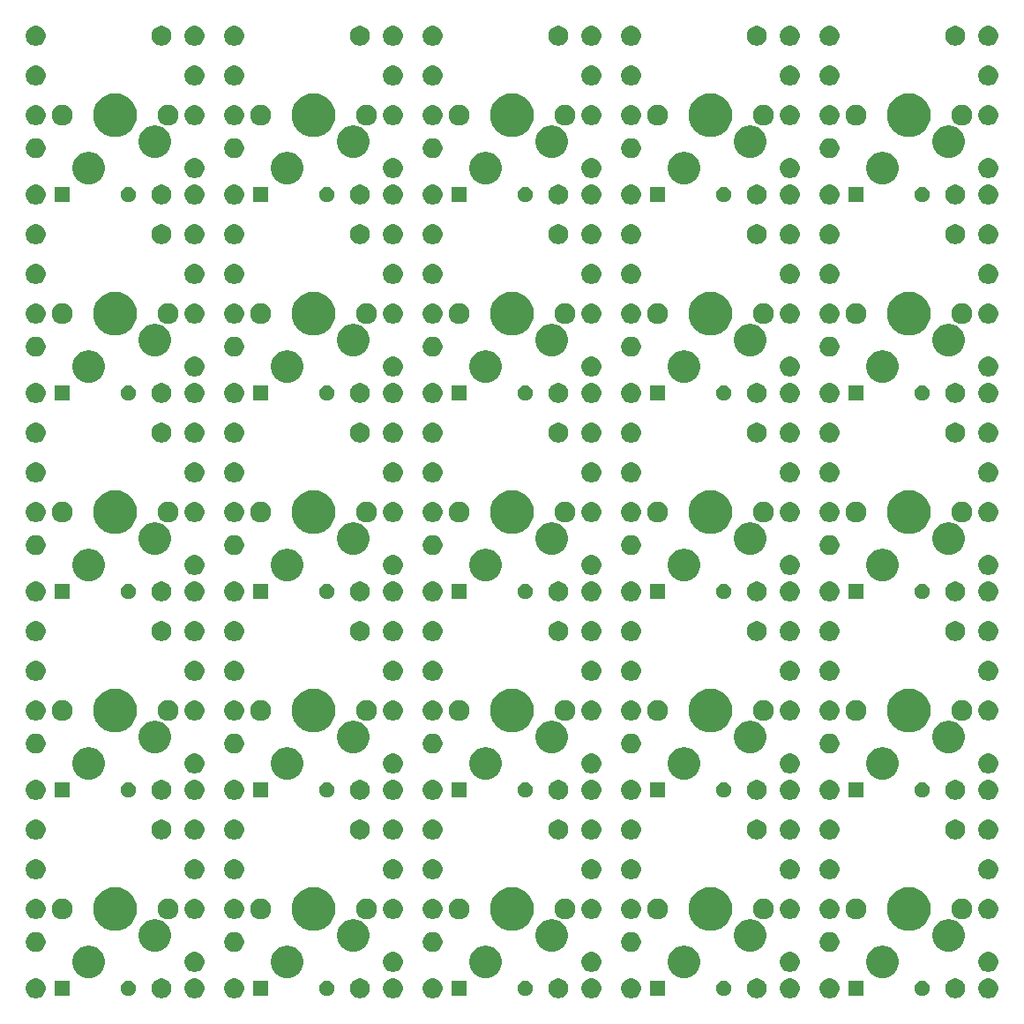
<source format=gts>
G04 #@! TF.GenerationSoftware,KiCad,Pcbnew,(5.1.6-0-10_14)*
G04 #@! TF.CreationDate,2021-04-19T11:16:05+02:00*
G04 #@! TF.ProjectId,altana,616c7461-6e61-42e6-9b69-6361645f7063,rev?*
G04 #@! TF.SameCoordinates,Original*
G04 #@! TF.FileFunction,Soldermask,Top*
G04 #@! TF.FilePolarity,Negative*
%FSLAX46Y46*%
G04 Gerber Fmt 4.6, Leading zero omitted, Abs format (unit mm)*
G04 Created by KiCad (PCBNEW (5.1.6-0-10_14)) date 2021-04-19 11:16:05*
%MOMM*%
%LPD*%
G01*
G04 APERTURE LIST*
%ADD10C,0.265000*%
G04 APERTURE END LIST*
D10*
G36*
X158519395Y-118592546D02*
G01*
X158692466Y-118664234D01*
X158692467Y-118664235D01*
X158848227Y-118768310D01*
X158980690Y-118900773D01*
X159033081Y-118979182D01*
X159084766Y-119056534D01*
X159156454Y-119229605D01*
X159193000Y-119413333D01*
X159193000Y-119600667D01*
X159156454Y-119784395D01*
X159084766Y-119957466D01*
X159065877Y-119985735D01*
X158980690Y-120113227D01*
X158848227Y-120245690D01*
X158769818Y-120298081D01*
X158692466Y-120349766D01*
X158519395Y-120421454D01*
X158335667Y-120458000D01*
X158148333Y-120458000D01*
X157964605Y-120421454D01*
X157791534Y-120349766D01*
X157714182Y-120298081D01*
X157635773Y-120245690D01*
X157503310Y-120113227D01*
X157418123Y-119985735D01*
X157399234Y-119957466D01*
X157327546Y-119784395D01*
X157291000Y-119600667D01*
X157291000Y-119413333D01*
X157327546Y-119229605D01*
X157399234Y-119056534D01*
X157450919Y-118979182D01*
X157503310Y-118900773D01*
X157635773Y-118768310D01*
X157791533Y-118664235D01*
X157791534Y-118664234D01*
X157964605Y-118592546D01*
X158148333Y-118556000D01*
X158335667Y-118556000D01*
X158519395Y-118592546D01*
G37*
G36*
X155344395Y-118592546D02*
G01*
X155517466Y-118664234D01*
X155517467Y-118664235D01*
X155673227Y-118768310D01*
X155805690Y-118900773D01*
X155858081Y-118979182D01*
X155909766Y-119056534D01*
X155981454Y-119229605D01*
X156018000Y-119413333D01*
X156018000Y-119600667D01*
X155981454Y-119784395D01*
X155909766Y-119957466D01*
X155890877Y-119985735D01*
X155805690Y-120113227D01*
X155673227Y-120245690D01*
X155594818Y-120298081D01*
X155517466Y-120349766D01*
X155344395Y-120421454D01*
X155160667Y-120458000D01*
X154973333Y-120458000D01*
X154789605Y-120421454D01*
X154616534Y-120349766D01*
X154539182Y-120298081D01*
X154460773Y-120245690D01*
X154328310Y-120113227D01*
X154243123Y-119985735D01*
X154224234Y-119957466D01*
X154152546Y-119784395D01*
X154116000Y-119600667D01*
X154116000Y-119413333D01*
X154152546Y-119229605D01*
X154224234Y-119056534D01*
X154275919Y-118979182D01*
X154328310Y-118900773D01*
X154460773Y-118768310D01*
X154616533Y-118664235D01*
X154616534Y-118664234D01*
X154789605Y-118592546D01*
X154973333Y-118556000D01*
X155160667Y-118556000D01*
X155344395Y-118592546D01*
G37*
G36*
X143279395Y-118592546D02*
G01*
X143452466Y-118664234D01*
X143452467Y-118664235D01*
X143608227Y-118768310D01*
X143740690Y-118900773D01*
X143793081Y-118979182D01*
X143844766Y-119056534D01*
X143916454Y-119229605D01*
X143953000Y-119413333D01*
X143953000Y-119600667D01*
X143916454Y-119784395D01*
X143844766Y-119957466D01*
X143825877Y-119985735D01*
X143740690Y-120113227D01*
X143608227Y-120245690D01*
X143529818Y-120298081D01*
X143452466Y-120349766D01*
X143279395Y-120421454D01*
X143095667Y-120458000D01*
X142908333Y-120458000D01*
X142724605Y-120421454D01*
X142551534Y-120349766D01*
X142474182Y-120298081D01*
X142395773Y-120245690D01*
X142263310Y-120113227D01*
X142178123Y-119985735D01*
X142159234Y-119957466D01*
X142087546Y-119784395D01*
X142051000Y-119600667D01*
X142051000Y-119413333D01*
X142087546Y-119229605D01*
X142159234Y-119056534D01*
X142210919Y-118979182D01*
X142263310Y-118900773D01*
X142395773Y-118768310D01*
X142551533Y-118664235D01*
X142551534Y-118664234D01*
X142724605Y-118592546D01*
X142908333Y-118556000D01*
X143095667Y-118556000D01*
X143279395Y-118592546D01*
G37*
G36*
X139469395Y-118592546D02*
G01*
X139642466Y-118664234D01*
X139642467Y-118664235D01*
X139798227Y-118768310D01*
X139930690Y-118900773D01*
X139983081Y-118979182D01*
X140034766Y-119056534D01*
X140106454Y-119229605D01*
X140143000Y-119413333D01*
X140143000Y-119600667D01*
X140106454Y-119784395D01*
X140034766Y-119957466D01*
X140015877Y-119985735D01*
X139930690Y-120113227D01*
X139798227Y-120245690D01*
X139719818Y-120298081D01*
X139642466Y-120349766D01*
X139469395Y-120421454D01*
X139285667Y-120458000D01*
X139098333Y-120458000D01*
X138914605Y-120421454D01*
X138741534Y-120349766D01*
X138664182Y-120298081D01*
X138585773Y-120245690D01*
X138453310Y-120113227D01*
X138368123Y-119985735D01*
X138349234Y-119957466D01*
X138277546Y-119784395D01*
X138241000Y-119600667D01*
X138241000Y-119413333D01*
X138277546Y-119229605D01*
X138349234Y-119056534D01*
X138400919Y-118979182D01*
X138453310Y-118900773D01*
X138585773Y-118768310D01*
X138741533Y-118664235D01*
X138741534Y-118664234D01*
X138914605Y-118592546D01*
X139098333Y-118556000D01*
X139285667Y-118556000D01*
X139469395Y-118592546D01*
G37*
G36*
X136294395Y-118592546D02*
G01*
X136467466Y-118664234D01*
X136467467Y-118664235D01*
X136623227Y-118768310D01*
X136755690Y-118900773D01*
X136808081Y-118979182D01*
X136859766Y-119056534D01*
X136931454Y-119229605D01*
X136968000Y-119413333D01*
X136968000Y-119600667D01*
X136931454Y-119784395D01*
X136859766Y-119957466D01*
X136840877Y-119985735D01*
X136755690Y-120113227D01*
X136623227Y-120245690D01*
X136544818Y-120298081D01*
X136467466Y-120349766D01*
X136294395Y-120421454D01*
X136110667Y-120458000D01*
X135923333Y-120458000D01*
X135739605Y-120421454D01*
X135566534Y-120349766D01*
X135489182Y-120298081D01*
X135410773Y-120245690D01*
X135278310Y-120113227D01*
X135193123Y-119985735D01*
X135174234Y-119957466D01*
X135102546Y-119784395D01*
X135066000Y-119600667D01*
X135066000Y-119413333D01*
X135102546Y-119229605D01*
X135174234Y-119056534D01*
X135225919Y-118979182D01*
X135278310Y-118900773D01*
X135410773Y-118768310D01*
X135566533Y-118664235D01*
X135566534Y-118664234D01*
X135739605Y-118592546D01*
X135923333Y-118556000D01*
X136110667Y-118556000D01*
X136294395Y-118592546D01*
G37*
G36*
X124229395Y-118592546D02*
G01*
X124402466Y-118664234D01*
X124402467Y-118664235D01*
X124558227Y-118768310D01*
X124690690Y-118900773D01*
X124743081Y-118979182D01*
X124794766Y-119056534D01*
X124866454Y-119229605D01*
X124903000Y-119413333D01*
X124903000Y-119600667D01*
X124866454Y-119784395D01*
X124794766Y-119957466D01*
X124775877Y-119985735D01*
X124690690Y-120113227D01*
X124558227Y-120245690D01*
X124479818Y-120298081D01*
X124402466Y-120349766D01*
X124229395Y-120421454D01*
X124045667Y-120458000D01*
X123858333Y-120458000D01*
X123674605Y-120421454D01*
X123501534Y-120349766D01*
X123424182Y-120298081D01*
X123345773Y-120245690D01*
X123213310Y-120113227D01*
X123128123Y-119985735D01*
X123109234Y-119957466D01*
X123037546Y-119784395D01*
X123001000Y-119600667D01*
X123001000Y-119413333D01*
X123037546Y-119229605D01*
X123109234Y-119056534D01*
X123160919Y-118979182D01*
X123213310Y-118900773D01*
X123345773Y-118768310D01*
X123501533Y-118664235D01*
X123501534Y-118664234D01*
X123674605Y-118592546D01*
X123858333Y-118556000D01*
X124045667Y-118556000D01*
X124229395Y-118592546D01*
G37*
G36*
X120419395Y-118592546D02*
G01*
X120592466Y-118664234D01*
X120592467Y-118664235D01*
X120748227Y-118768310D01*
X120880690Y-118900773D01*
X120933081Y-118979182D01*
X120984766Y-119056534D01*
X121056454Y-119229605D01*
X121093000Y-119413333D01*
X121093000Y-119600667D01*
X121056454Y-119784395D01*
X120984766Y-119957466D01*
X120965877Y-119985735D01*
X120880690Y-120113227D01*
X120748227Y-120245690D01*
X120669818Y-120298081D01*
X120592466Y-120349766D01*
X120419395Y-120421454D01*
X120235667Y-120458000D01*
X120048333Y-120458000D01*
X119864605Y-120421454D01*
X119691534Y-120349766D01*
X119614182Y-120298081D01*
X119535773Y-120245690D01*
X119403310Y-120113227D01*
X119318123Y-119985735D01*
X119299234Y-119957466D01*
X119227546Y-119784395D01*
X119191000Y-119600667D01*
X119191000Y-119413333D01*
X119227546Y-119229605D01*
X119299234Y-119056534D01*
X119350919Y-118979182D01*
X119403310Y-118900773D01*
X119535773Y-118768310D01*
X119691533Y-118664235D01*
X119691534Y-118664234D01*
X119864605Y-118592546D01*
X120048333Y-118556000D01*
X120235667Y-118556000D01*
X120419395Y-118592546D01*
G37*
G36*
X117244395Y-118592546D02*
G01*
X117417466Y-118664234D01*
X117417467Y-118664235D01*
X117573227Y-118768310D01*
X117705690Y-118900773D01*
X117758081Y-118979182D01*
X117809766Y-119056534D01*
X117881454Y-119229605D01*
X117918000Y-119413333D01*
X117918000Y-119600667D01*
X117881454Y-119784395D01*
X117809766Y-119957466D01*
X117790877Y-119985735D01*
X117705690Y-120113227D01*
X117573227Y-120245690D01*
X117494818Y-120298081D01*
X117417466Y-120349766D01*
X117244395Y-120421454D01*
X117060667Y-120458000D01*
X116873333Y-120458000D01*
X116689605Y-120421454D01*
X116516534Y-120349766D01*
X116439182Y-120298081D01*
X116360773Y-120245690D01*
X116228310Y-120113227D01*
X116143123Y-119985735D01*
X116124234Y-119957466D01*
X116052546Y-119784395D01*
X116016000Y-119600667D01*
X116016000Y-119413333D01*
X116052546Y-119229605D01*
X116124234Y-119056534D01*
X116175919Y-118979182D01*
X116228310Y-118900773D01*
X116360773Y-118768310D01*
X116516533Y-118664235D01*
X116516534Y-118664234D01*
X116689605Y-118592546D01*
X116873333Y-118556000D01*
X117060667Y-118556000D01*
X117244395Y-118592546D01*
G37*
G36*
X105179395Y-118592546D02*
G01*
X105352466Y-118664234D01*
X105352467Y-118664235D01*
X105508227Y-118768310D01*
X105640690Y-118900773D01*
X105693081Y-118979182D01*
X105744766Y-119056534D01*
X105816454Y-119229605D01*
X105853000Y-119413333D01*
X105853000Y-119600667D01*
X105816454Y-119784395D01*
X105744766Y-119957466D01*
X105725877Y-119985735D01*
X105640690Y-120113227D01*
X105508227Y-120245690D01*
X105429818Y-120298081D01*
X105352466Y-120349766D01*
X105179395Y-120421454D01*
X104995667Y-120458000D01*
X104808333Y-120458000D01*
X104624605Y-120421454D01*
X104451534Y-120349766D01*
X104374182Y-120298081D01*
X104295773Y-120245690D01*
X104163310Y-120113227D01*
X104078123Y-119985735D01*
X104059234Y-119957466D01*
X103987546Y-119784395D01*
X103951000Y-119600667D01*
X103951000Y-119413333D01*
X103987546Y-119229605D01*
X104059234Y-119056534D01*
X104110919Y-118979182D01*
X104163310Y-118900773D01*
X104295773Y-118768310D01*
X104451533Y-118664235D01*
X104451534Y-118664234D01*
X104624605Y-118592546D01*
X104808333Y-118556000D01*
X104995667Y-118556000D01*
X105179395Y-118592546D01*
G37*
G36*
X101369395Y-118592546D02*
G01*
X101542466Y-118664234D01*
X101542467Y-118664235D01*
X101698227Y-118768310D01*
X101830690Y-118900773D01*
X101883081Y-118979182D01*
X101934766Y-119056534D01*
X102006454Y-119229605D01*
X102043000Y-119413333D01*
X102043000Y-119600667D01*
X102006454Y-119784395D01*
X101934766Y-119957466D01*
X101915877Y-119985735D01*
X101830690Y-120113227D01*
X101698227Y-120245690D01*
X101619818Y-120298081D01*
X101542466Y-120349766D01*
X101369395Y-120421454D01*
X101185667Y-120458000D01*
X100998333Y-120458000D01*
X100814605Y-120421454D01*
X100641534Y-120349766D01*
X100564182Y-120298081D01*
X100485773Y-120245690D01*
X100353310Y-120113227D01*
X100268123Y-119985735D01*
X100249234Y-119957466D01*
X100177546Y-119784395D01*
X100141000Y-119600667D01*
X100141000Y-119413333D01*
X100177546Y-119229605D01*
X100249234Y-119056534D01*
X100300919Y-118979182D01*
X100353310Y-118900773D01*
X100485773Y-118768310D01*
X100641533Y-118664235D01*
X100641534Y-118664234D01*
X100814605Y-118592546D01*
X100998333Y-118556000D01*
X101185667Y-118556000D01*
X101369395Y-118592546D01*
G37*
G36*
X98194395Y-118592546D02*
G01*
X98367466Y-118664234D01*
X98367467Y-118664235D01*
X98523227Y-118768310D01*
X98655690Y-118900773D01*
X98708081Y-118979182D01*
X98759766Y-119056534D01*
X98831454Y-119229605D01*
X98868000Y-119413333D01*
X98868000Y-119600667D01*
X98831454Y-119784395D01*
X98759766Y-119957466D01*
X98740877Y-119985735D01*
X98655690Y-120113227D01*
X98523227Y-120245690D01*
X98444818Y-120298081D01*
X98367466Y-120349766D01*
X98194395Y-120421454D01*
X98010667Y-120458000D01*
X97823333Y-120458000D01*
X97639605Y-120421454D01*
X97466534Y-120349766D01*
X97389182Y-120298081D01*
X97310773Y-120245690D01*
X97178310Y-120113227D01*
X97093123Y-119985735D01*
X97074234Y-119957466D01*
X97002546Y-119784395D01*
X96966000Y-119600667D01*
X96966000Y-119413333D01*
X97002546Y-119229605D01*
X97074234Y-119056534D01*
X97125919Y-118979182D01*
X97178310Y-118900773D01*
X97310773Y-118768310D01*
X97466533Y-118664235D01*
X97466534Y-118664234D01*
X97639605Y-118592546D01*
X97823333Y-118556000D01*
X98010667Y-118556000D01*
X98194395Y-118592546D01*
G37*
G36*
X86129395Y-118592546D02*
G01*
X86302466Y-118664234D01*
X86302467Y-118664235D01*
X86458227Y-118768310D01*
X86590690Y-118900773D01*
X86643081Y-118979182D01*
X86694766Y-119056534D01*
X86766454Y-119229605D01*
X86803000Y-119413333D01*
X86803000Y-119600667D01*
X86766454Y-119784395D01*
X86694766Y-119957466D01*
X86675877Y-119985735D01*
X86590690Y-120113227D01*
X86458227Y-120245690D01*
X86379818Y-120298081D01*
X86302466Y-120349766D01*
X86129395Y-120421454D01*
X85945667Y-120458000D01*
X85758333Y-120458000D01*
X85574605Y-120421454D01*
X85401534Y-120349766D01*
X85324182Y-120298081D01*
X85245773Y-120245690D01*
X85113310Y-120113227D01*
X85028123Y-119985735D01*
X85009234Y-119957466D01*
X84937546Y-119784395D01*
X84901000Y-119600667D01*
X84901000Y-119413333D01*
X84937546Y-119229605D01*
X85009234Y-119056534D01*
X85060919Y-118979182D01*
X85113310Y-118900773D01*
X85245773Y-118768310D01*
X85401533Y-118664235D01*
X85401534Y-118664234D01*
X85574605Y-118592546D01*
X85758333Y-118556000D01*
X85945667Y-118556000D01*
X86129395Y-118592546D01*
G37*
G36*
X82319395Y-118592546D02*
G01*
X82492466Y-118664234D01*
X82492467Y-118664235D01*
X82648227Y-118768310D01*
X82780690Y-118900773D01*
X82833081Y-118979182D01*
X82884766Y-119056534D01*
X82956454Y-119229605D01*
X82993000Y-119413333D01*
X82993000Y-119600667D01*
X82956454Y-119784395D01*
X82884766Y-119957466D01*
X82865877Y-119985735D01*
X82780690Y-120113227D01*
X82648227Y-120245690D01*
X82569818Y-120298081D01*
X82492466Y-120349766D01*
X82319395Y-120421454D01*
X82135667Y-120458000D01*
X81948333Y-120458000D01*
X81764605Y-120421454D01*
X81591534Y-120349766D01*
X81514182Y-120298081D01*
X81435773Y-120245690D01*
X81303310Y-120113227D01*
X81218123Y-119985735D01*
X81199234Y-119957466D01*
X81127546Y-119784395D01*
X81091000Y-119600667D01*
X81091000Y-119413333D01*
X81127546Y-119229605D01*
X81199234Y-119056534D01*
X81250919Y-118979182D01*
X81303310Y-118900773D01*
X81435773Y-118768310D01*
X81591533Y-118664235D01*
X81591534Y-118664234D01*
X81764605Y-118592546D01*
X81948333Y-118556000D01*
X82135667Y-118556000D01*
X82319395Y-118592546D01*
G37*
G36*
X79144395Y-118592546D02*
G01*
X79317466Y-118664234D01*
X79317467Y-118664235D01*
X79473227Y-118768310D01*
X79605690Y-118900773D01*
X79658081Y-118979182D01*
X79709766Y-119056534D01*
X79781454Y-119229605D01*
X79818000Y-119413333D01*
X79818000Y-119600667D01*
X79781454Y-119784395D01*
X79709766Y-119957466D01*
X79690877Y-119985735D01*
X79605690Y-120113227D01*
X79473227Y-120245690D01*
X79394818Y-120298081D01*
X79317466Y-120349766D01*
X79144395Y-120421454D01*
X78960667Y-120458000D01*
X78773333Y-120458000D01*
X78589605Y-120421454D01*
X78416534Y-120349766D01*
X78339182Y-120298081D01*
X78260773Y-120245690D01*
X78128310Y-120113227D01*
X78043123Y-119985735D01*
X78024234Y-119957466D01*
X77952546Y-119784395D01*
X77916000Y-119600667D01*
X77916000Y-119413333D01*
X77952546Y-119229605D01*
X78024234Y-119056534D01*
X78075919Y-118979182D01*
X78128310Y-118900773D01*
X78260773Y-118768310D01*
X78416533Y-118664235D01*
X78416534Y-118664234D01*
X78589605Y-118592546D01*
X78773333Y-118556000D01*
X78960667Y-118556000D01*
X79144395Y-118592546D01*
G37*
G36*
X67079395Y-118592546D02*
G01*
X67252466Y-118664234D01*
X67252467Y-118664235D01*
X67408227Y-118768310D01*
X67540690Y-118900773D01*
X67593081Y-118979182D01*
X67644766Y-119056534D01*
X67716454Y-119229605D01*
X67753000Y-119413333D01*
X67753000Y-119600667D01*
X67716454Y-119784395D01*
X67644766Y-119957466D01*
X67625877Y-119985735D01*
X67540690Y-120113227D01*
X67408227Y-120245690D01*
X67329818Y-120298081D01*
X67252466Y-120349766D01*
X67079395Y-120421454D01*
X66895667Y-120458000D01*
X66708333Y-120458000D01*
X66524605Y-120421454D01*
X66351534Y-120349766D01*
X66274182Y-120298081D01*
X66195773Y-120245690D01*
X66063310Y-120113227D01*
X65978123Y-119985735D01*
X65959234Y-119957466D01*
X65887546Y-119784395D01*
X65851000Y-119600667D01*
X65851000Y-119413333D01*
X65887546Y-119229605D01*
X65959234Y-119056534D01*
X66010919Y-118979182D01*
X66063310Y-118900773D01*
X66195773Y-118768310D01*
X66351533Y-118664235D01*
X66351534Y-118664234D01*
X66524605Y-118592546D01*
X66708333Y-118556000D01*
X66895667Y-118556000D01*
X67079395Y-118592546D01*
G37*
G36*
X152027850Y-118768309D02*
G01*
X152111059Y-118784860D01*
X152247732Y-118841472D01*
X152370735Y-118923660D01*
X152475340Y-119028265D01*
X152557528Y-119151268D01*
X152614140Y-119287941D01*
X152643000Y-119433033D01*
X152643000Y-119580967D01*
X152614140Y-119726059D01*
X152557528Y-119862732D01*
X152475340Y-119985735D01*
X152370735Y-120090340D01*
X152247732Y-120172528D01*
X152247731Y-120172529D01*
X152247730Y-120172529D01*
X152111059Y-120229140D01*
X151965968Y-120258000D01*
X151818032Y-120258000D01*
X151672941Y-120229140D01*
X151536270Y-120172529D01*
X151536269Y-120172529D01*
X151536268Y-120172528D01*
X151413265Y-120090340D01*
X151308660Y-119985735D01*
X151226472Y-119862732D01*
X151169860Y-119726059D01*
X151141000Y-119580967D01*
X151141000Y-119433033D01*
X151169860Y-119287941D01*
X151226472Y-119151268D01*
X151308660Y-119028265D01*
X151413265Y-118923660D01*
X151536268Y-118841472D01*
X151672941Y-118784860D01*
X151756150Y-118768309D01*
X151818032Y-118756000D01*
X151965968Y-118756000D01*
X152027850Y-118768309D01*
G37*
G36*
X94877850Y-118768309D02*
G01*
X94961059Y-118784860D01*
X95097732Y-118841472D01*
X95220735Y-118923660D01*
X95325340Y-119028265D01*
X95407528Y-119151268D01*
X95464140Y-119287941D01*
X95493000Y-119433033D01*
X95493000Y-119580967D01*
X95464140Y-119726059D01*
X95407528Y-119862732D01*
X95325340Y-119985735D01*
X95220735Y-120090340D01*
X95097732Y-120172528D01*
X95097731Y-120172529D01*
X95097730Y-120172529D01*
X94961059Y-120229140D01*
X94815968Y-120258000D01*
X94668032Y-120258000D01*
X94522941Y-120229140D01*
X94386270Y-120172529D01*
X94386269Y-120172529D01*
X94386268Y-120172528D01*
X94263265Y-120090340D01*
X94158660Y-119985735D01*
X94076472Y-119862732D01*
X94019860Y-119726059D01*
X93991000Y-119580967D01*
X93991000Y-119433033D01*
X94019860Y-119287941D01*
X94076472Y-119151268D01*
X94158660Y-119028265D01*
X94263265Y-118923660D01*
X94386268Y-118841472D01*
X94522941Y-118784860D01*
X94606150Y-118768309D01*
X94668032Y-118756000D01*
X94815968Y-118756000D01*
X94877850Y-118768309D01*
G37*
G36*
X70093000Y-120258000D02*
G01*
X68591000Y-120258000D01*
X68591000Y-118756000D01*
X70093000Y-118756000D01*
X70093000Y-120258000D01*
G37*
G36*
X75827850Y-118768309D02*
G01*
X75911059Y-118784860D01*
X76047732Y-118841472D01*
X76170735Y-118923660D01*
X76275340Y-119028265D01*
X76357528Y-119151268D01*
X76414140Y-119287941D01*
X76443000Y-119433033D01*
X76443000Y-119580967D01*
X76414140Y-119726059D01*
X76357528Y-119862732D01*
X76275340Y-119985735D01*
X76170735Y-120090340D01*
X76047732Y-120172528D01*
X76047731Y-120172529D01*
X76047730Y-120172529D01*
X75911059Y-120229140D01*
X75765968Y-120258000D01*
X75618032Y-120258000D01*
X75472941Y-120229140D01*
X75336270Y-120172529D01*
X75336269Y-120172529D01*
X75336268Y-120172528D01*
X75213265Y-120090340D01*
X75108660Y-119985735D01*
X75026472Y-119862732D01*
X74969860Y-119726059D01*
X74941000Y-119580967D01*
X74941000Y-119433033D01*
X74969860Y-119287941D01*
X75026472Y-119151268D01*
X75108660Y-119028265D01*
X75213265Y-118923660D01*
X75336268Y-118841472D01*
X75472941Y-118784860D01*
X75556150Y-118768309D01*
X75618032Y-118756000D01*
X75765968Y-118756000D01*
X75827850Y-118768309D01*
G37*
G36*
X89143000Y-120258000D02*
G01*
X87641000Y-120258000D01*
X87641000Y-118756000D01*
X89143000Y-118756000D01*
X89143000Y-120258000D01*
G37*
G36*
X108193000Y-120258000D02*
G01*
X106691000Y-120258000D01*
X106691000Y-118756000D01*
X108193000Y-118756000D01*
X108193000Y-120258000D01*
G37*
G36*
X113927850Y-118768309D02*
G01*
X114011059Y-118784860D01*
X114147732Y-118841472D01*
X114270735Y-118923660D01*
X114375340Y-119028265D01*
X114457528Y-119151268D01*
X114514140Y-119287941D01*
X114543000Y-119433033D01*
X114543000Y-119580967D01*
X114514140Y-119726059D01*
X114457528Y-119862732D01*
X114375340Y-119985735D01*
X114270735Y-120090340D01*
X114147732Y-120172528D01*
X114147731Y-120172529D01*
X114147730Y-120172529D01*
X114011059Y-120229140D01*
X113865968Y-120258000D01*
X113718032Y-120258000D01*
X113572941Y-120229140D01*
X113436270Y-120172529D01*
X113436269Y-120172529D01*
X113436268Y-120172528D01*
X113313265Y-120090340D01*
X113208660Y-119985735D01*
X113126472Y-119862732D01*
X113069860Y-119726059D01*
X113041000Y-119580967D01*
X113041000Y-119433033D01*
X113069860Y-119287941D01*
X113126472Y-119151268D01*
X113208660Y-119028265D01*
X113313265Y-118923660D01*
X113436268Y-118841472D01*
X113572941Y-118784860D01*
X113656150Y-118768309D01*
X113718032Y-118756000D01*
X113865968Y-118756000D01*
X113927850Y-118768309D01*
G37*
G36*
X127243000Y-120258000D02*
G01*
X125741000Y-120258000D01*
X125741000Y-118756000D01*
X127243000Y-118756000D01*
X127243000Y-120258000D01*
G37*
G36*
X132977850Y-118768309D02*
G01*
X133061059Y-118784860D01*
X133197732Y-118841472D01*
X133320735Y-118923660D01*
X133425340Y-119028265D01*
X133507528Y-119151268D01*
X133564140Y-119287941D01*
X133593000Y-119433033D01*
X133593000Y-119580967D01*
X133564140Y-119726059D01*
X133507528Y-119862732D01*
X133425340Y-119985735D01*
X133320735Y-120090340D01*
X133197732Y-120172528D01*
X133197731Y-120172529D01*
X133197730Y-120172529D01*
X133061059Y-120229140D01*
X132915968Y-120258000D01*
X132768032Y-120258000D01*
X132622941Y-120229140D01*
X132486270Y-120172529D01*
X132486269Y-120172529D01*
X132486268Y-120172528D01*
X132363265Y-120090340D01*
X132258660Y-119985735D01*
X132176472Y-119862732D01*
X132119860Y-119726059D01*
X132091000Y-119580967D01*
X132091000Y-119433033D01*
X132119860Y-119287941D01*
X132176472Y-119151268D01*
X132258660Y-119028265D01*
X132363265Y-118923660D01*
X132486268Y-118841472D01*
X132622941Y-118784860D01*
X132706150Y-118768309D01*
X132768032Y-118756000D01*
X132915968Y-118756000D01*
X132977850Y-118768309D01*
G37*
G36*
X146293000Y-120258000D02*
G01*
X144791000Y-120258000D01*
X144791000Y-118756000D01*
X146293000Y-118756000D01*
X146293000Y-120258000D01*
G37*
G36*
X91234585Y-115445802D02*
G01*
X91384410Y-115475604D01*
X91666674Y-115592521D01*
X91920705Y-115762259D01*
X92136741Y-115978295D01*
X92306479Y-116232326D01*
X92423396Y-116514590D01*
X92483000Y-116814240D01*
X92483000Y-117119760D01*
X92423396Y-117419410D01*
X92306479Y-117701674D01*
X92136741Y-117955705D01*
X91920705Y-118171741D01*
X91666674Y-118341479D01*
X91384410Y-118458396D01*
X91234585Y-118488198D01*
X91084761Y-118518000D01*
X90779239Y-118518000D01*
X90629415Y-118488198D01*
X90479590Y-118458396D01*
X90197326Y-118341479D01*
X89943295Y-118171741D01*
X89727259Y-117955705D01*
X89557521Y-117701674D01*
X89440604Y-117419410D01*
X89381000Y-117119760D01*
X89381000Y-116814240D01*
X89440604Y-116514590D01*
X89557521Y-116232326D01*
X89727259Y-115978295D01*
X89943295Y-115762259D01*
X90197326Y-115592521D01*
X90479590Y-115475604D01*
X90629415Y-115445802D01*
X90779239Y-115416000D01*
X91084761Y-115416000D01*
X91234585Y-115445802D01*
G37*
G36*
X129334585Y-115445802D02*
G01*
X129484410Y-115475604D01*
X129766674Y-115592521D01*
X130020705Y-115762259D01*
X130236741Y-115978295D01*
X130406479Y-116232326D01*
X130523396Y-116514590D01*
X130583000Y-116814240D01*
X130583000Y-117119760D01*
X130523396Y-117419410D01*
X130406479Y-117701674D01*
X130236741Y-117955705D01*
X130020705Y-118171741D01*
X129766674Y-118341479D01*
X129484410Y-118458396D01*
X129334585Y-118488198D01*
X129184761Y-118518000D01*
X128879239Y-118518000D01*
X128729415Y-118488198D01*
X128579590Y-118458396D01*
X128297326Y-118341479D01*
X128043295Y-118171741D01*
X127827259Y-117955705D01*
X127657521Y-117701674D01*
X127540604Y-117419410D01*
X127481000Y-117119760D01*
X127481000Y-116814240D01*
X127540604Y-116514590D01*
X127657521Y-116232326D01*
X127827259Y-115978295D01*
X128043295Y-115762259D01*
X128297326Y-115592521D01*
X128579590Y-115475604D01*
X128729415Y-115445802D01*
X128879239Y-115416000D01*
X129184761Y-115416000D01*
X129334585Y-115445802D01*
G37*
G36*
X72184585Y-115445802D02*
G01*
X72334410Y-115475604D01*
X72616674Y-115592521D01*
X72870705Y-115762259D01*
X73086741Y-115978295D01*
X73256479Y-116232326D01*
X73373396Y-116514590D01*
X73433000Y-116814240D01*
X73433000Y-117119760D01*
X73373396Y-117419410D01*
X73256479Y-117701674D01*
X73086741Y-117955705D01*
X72870705Y-118171741D01*
X72616674Y-118341479D01*
X72334410Y-118458396D01*
X72184585Y-118488198D01*
X72034761Y-118518000D01*
X71729239Y-118518000D01*
X71579415Y-118488198D01*
X71429590Y-118458396D01*
X71147326Y-118341479D01*
X70893295Y-118171741D01*
X70677259Y-117955705D01*
X70507521Y-117701674D01*
X70390604Y-117419410D01*
X70331000Y-117119760D01*
X70331000Y-116814240D01*
X70390604Y-116514590D01*
X70507521Y-116232326D01*
X70677259Y-115978295D01*
X70893295Y-115762259D01*
X71147326Y-115592521D01*
X71429590Y-115475604D01*
X71579415Y-115445802D01*
X71729239Y-115416000D01*
X72034761Y-115416000D01*
X72184585Y-115445802D01*
G37*
G36*
X110284585Y-115445802D02*
G01*
X110434410Y-115475604D01*
X110716674Y-115592521D01*
X110970705Y-115762259D01*
X111186741Y-115978295D01*
X111356479Y-116232326D01*
X111473396Y-116514590D01*
X111533000Y-116814240D01*
X111533000Y-117119760D01*
X111473396Y-117419410D01*
X111356479Y-117701674D01*
X111186741Y-117955705D01*
X110970705Y-118171741D01*
X110716674Y-118341479D01*
X110434410Y-118458396D01*
X110284585Y-118488198D01*
X110134761Y-118518000D01*
X109829239Y-118518000D01*
X109679415Y-118488198D01*
X109529590Y-118458396D01*
X109247326Y-118341479D01*
X108993295Y-118171741D01*
X108777259Y-117955705D01*
X108607521Y-117701674D01*
X108490604Y-117419410D01*
X108431000Y-117119760D01*
X108431000Y-116814240D01*
X108490604Y-116514590D01*
X108607521Y-116232326D01*
X108777259Y-115978295D01*
X108993295Y-115762259D01*
X109247326Y-115592521D01*
X109529590Y-115475604D01*
X109679415Y-115445802D01*
X109829239Y-115416000D01*
X110134761Y-115416000D01*
X110284585Y-115445802D01*
G37*
G36*
X148384585Y-115445802D02*
G01*
X148534410Y-115475604D01*
X148816674Y-115592521D01*
X149070705Y-115762259D01*
X149286741Y-115978295D01*
X149456479Y-116232326D01*
X149573396Y-116514590D01*
X149633000Y-116814240D01*
X149633000Y-117119760D01*
X149573396Y-117419410D01*
X149456479Y-117701674D01*
X149286741Y-117955705D01*
X149070705Y-118171741D01*
X148816674Y-118341479D01*
X148534410Y-118458396D01*
X148384585Y-118488198D01*
X148234761Y-118518000D01*
X147929239Y-118518000D01*
X147779415Y-118488198D01*
X147629590Y-118458396D01*
X147347326Y-118341479D01*
X147093295Y-118171741D01*
X146877259Y-117955705D01*
X146707521Y-117701674D01*
X146590604Y-117419410D01*
X146531000Y-117119760D01*
X146531000Y-116814240D01*
X146590604Y-116514590D01*
X146707521Y-116232326D01*
X146877259Y-115978295D01*
X147093295Y-115762259D01*
X147347326Y-115592521D01*
X147629590Y-115475604D01*
X147779415Y-115445802D01*
X147929239Y-115416000D01*
X148234761Y-115416000D01*
X148384585Y-115445802D01*
G37*
G36*
X139469395Y-116052546D02*
G01*
X139642466Y-116124234D01*
X139642467Y-116124235D01*
X139798227Y-116228310D01*
X139930690Y-116360773D01*
X139930691Y-116360775D01*
X140034766Y-116516534D01*
X140106454Y-116689605D01*
X140143000Y-116873333D01*
X140143000Y-117060667D01*
X140106454Y-117244395D01*
X140034766Y-117417466D01*
X140033467Y-117419410D01*
X139930690Y-117573227D01*
X139798227Y-117705690D01*
X139719818Y-117758081D01*
X139642466Y-117809766D01*
X139469395Y-117881454D01*
X139285667Y-117918000D01*
X139098333Y-117918000D01*
X138914605Y-117881454D01*
X138741534Y-117809766D01*
X138664182Y-117758081D01*
X138585773Y-117705690D01*
X138453310Y-117573227D01*
X138350533Y-117419410D01*
X138349234Y-117417466D01*
X138277546Y-117244395D01*
X138241000Y-117060667D01*
X138241000Y-116873333D01*
X138277546Y-116689605D01*
X138349234Y-116516534D01*
X138453309Y-116360775D01*
X138453310Y-116360773D01*
X138585773Y-116228310D01*
X138741533Y-116124235D01*
X138741534Y-116124234D01*
X138914605Y-116052546D01*
X139098333Y-116016000D01*
X139285667Y-116016000D01*
X139469395Y-116052546D01*
G37*
G36*
X101369395Y-116052546D02*
G01*
X101542466Y-116124234D01*
X101542467Y-116124235D01*
X101698227Y-116228310D01*
X101830690Y-116360773D01*
X101830691Y-116360775D01*
X101934766Y-116516534D01*
X102006454Y-116689605D01*
X102043000Y-116873333D01*
X102043000Y-117060667D01*
X102006454Y-117244395D01*
X101934766Y-117417466D01*
X101933467Y-117419410D01*
X101830690Y-117573227D01*
X101698227Y-117705690D01*
X101619818Y-117758081D01*
X101542466Y-117809766D01*
X101369395Y-117881454D01*
X101185667Y-117918000D01*
X100998333Y-117918000D01*
X100814605Y-117881454D01*
X100641534Y-117809766D01*
X100564182Y-117758081D01*
X100485773Y-117705690D01*
X100353310Y-117573227D01*
X100250533Y-117419410D01*
X100249234Y-117417466D01*
X100177546Y-117244395D01*
X100141000Y-117060667D01*
X100141000Y-116873333D01*
X100177546Y-116689605D01*
X100249234Y-116516534D01*
X100353309Y-116360775D01*
X100353310Y-116360773D01*
X100485773Y-116228310D01*
X100641533Y-116124235D01*
X100641534Y-116124234D01*
X100814605Y-116052546D01*
X100998333Y-116016000D01*
X101185667Y-116016000D01*
X101369395Y-116052546D01*
G37*
G36*
X120419395Y-116052546D02*
G01*
X120592466Y-116124234D01*
X120592467Y-116124235D01*
X120748227Y-116228310D01*
X120880690Y-116360773D01*
X120880691Y-116360775D01*
X120984766Y-116516534D01*
X121056454Y-116689605D01*
X121093000Y-116873333D01*
X121093000Y-117060667D01*
X121056454Y-117244395D01*
X120984766Y-117417466D01*
X120983467Y-117419410D01*
X120880690Y-117573227D01*
X120748227Y-117705690D01*
X120669818Y-117758081D01*
X120592466Y-117809766D01*
X120419395Y-117881454D01*
X120235667Y-117918000D01*
X120048333Y-117918000D01*
X119864605Y-117881454D01*
X119691534Y-117809766D01*
X119614182Y-117758081D01*
X119535773Y-117705690D01*
X119403310Y-117573227D01*
X119300533Y-117419410D01*
X119299234Y-117417466D01*
X119227546Y-117244395D01*
X119191000Y-117060667D01*
X119191000Y-116873333D01*
X119227546Y-116689605D01*
X119299234Y-116516534D01*
X119403309Y-116360775D01*
X119403310Y-116360773D01*
X119535773Y-116228310D01*
X119691533Y-116124235D01*
X119691534Y-116124234D01*
X119864605Y-116052546D01*
X120048333Y-116016000D01*
X120235667Y-116016000D01*
X120419395Y-116052546D01*
G37*
G36*
X82319395Y-116052546D02*
G01*
X82492466Y-116124234D01*
X82492467Y-116124235D01*
X82648227Y-116228310D01*
X82780690Y-116360773D01*
X82780691Y-116360775D01*
X82884766Y-116516534D01*
X82956454Y-116689605D01*
X82993000Y-116873333D01*
X82993000Y-117060667D01*
X82956454Y-117244395D01*
X82884766Y-117417466D01*
X82883467Y-117419410D01*
X82780690Y-117573227D01*
X82648227Y-117705690D01*
X82569818Y-117758081D01*
X82492466Y-117809766D01*
X82319395Y-117881454D01*
X82135667Y-117918000D01*
X81948333Y-117918000D01*
X81764605Y-117881454D01*
X81591534Y-117809766D01*
X81514182Y-117758081D01*
X81435773Y-117705690D01*
X81303310Y-117573227D01*
X81200533Y-117419410D01*
X81199234Y-117417466D01*
X81127546Y-117244395D01*
X81091000Y-117060667D01*
X81091000Y-116873333D01*
X81127546Y-116689605D01*
X81199234Y-116516534D01*
X81303309Y-116360775D01*
X81303310Y-116360773D01*
X81435773Y-116228310D01*
X81591533Y-116124235D01*
X81591534Y-116124234D01*
X81764605Y-116052546D01*
X81948333Y-116016000D01*
X82135667Y-116016000D01*
X82319395Y-116052546D01*
G37*
G36*
X158519395Y-116052546D02*
G01*
X158692466Y-116124234D01*
X158692467Y-116124235D01*
X158848227Y-116228310D01*
X158980690Y-116360773D01*
X158980691Y-116360775D01*
X159084766Y-116516534D01*
X159156454Y-116689605D01*
X159193000Y-116873333D01*
X159193000Y-117060667D01*
X159156454Y-117244395D01*
X159084766Y-117417466D01*
X159083467Y-117419410D01*
X158980690Y-117573227D01*
X158848227Y-117705690D01*
X158769818Y-117758081D01*
X158692466Y-117809766D01*
X158519395Y-117881454D01*
X158335667Y-117918000D01*
X158148333Y-117918000D01*
X157964605Y-117881454D01*
X157791534Y-117809766D01*
X157714182Y-117758081D01*
X157635773Y-117705690D01*
X157503310Y-117573227D01*
X157400533Y-117419410D01*
X157399234Y-117417466D01*
X157327546Y-117244395D01*
X157291000Y-117060667D01*
X157291000Y-116873333D01*
X157327546Y-116689605D01*
X157399234Y-116516534D01*
X157503309Y-116360775D01*
X157503310Y-116360773D01*
X157635773Y-116228310D01*
X157791533Y-116124235D01*
X157791534Y-116124234D01*
X157964605Y-116052546D01*
X158148333Y-116016000D01*
X158335667Y-116016000D01*
X158519395Y-116052546D01*
G37*
G36*
X67079395Y-114147546D02*
G01*
X67252466Y-114219234D01*
X67252467Y-114219235D01*
X67408227Y-114323310D01*
X67540690Y-114455773D01*
X67540691Y-114455775D01*
X67644766Y-114611534D01*
X67716454Y-114784605D01*
X67753000Y-114968333D01*
X67753000Y-115155667D01*
X67716454Y-115339395D01*
X67644766Y-115512466D01*
X67644765Y-115512467D01*
X67540690Y-115668227D01*
X67408227Y-115800690D01*
X67407046Y-115801479D01*
X67252466Y-115904766D01*
X67079395Y-115976454D01*
X66895667Y-116013000D01*
X66708333Y-116013000D01*
X66524605Y-115976454D01*
X66351534Y-115904766D01*
X66196954Y-115801479D01*
X66195773Y-115800690D01*
X66063310Y-115668227D01*
X65959235Y-115512467D01*
X65959234Y-115512466D01*
X65887546Y-115339395D01*
X65851000Y-115155667D01*
X65851000Y-114968333D01*
X65887546Y-114784605D01*
X65959234Y-114611534D01*
X66063309Y-114455775D01*
X66063310Y-114455773D01*
X66195773Y-114323310D01*
X66351533Y-114219235D01*
X66351534Y-114219234D01*
X66524605Y-114147546D01*
X66708333Y-114111000D01*
X66895667Y-114111000D01*
X67079395Y-114147546D01*
G37*
G36*
X86129395Y-114147546D02*
G01*
X86302466Y-114219234D01*
X86302467Y-114219235D01*
X86458227Y-114323310D01*
X86590690Y-114455773D01*
X86590691Y-114455775D01*
X86694766Y-114611534D01*
X86766454Y-114784605D01*
X86803000Y-114968333D01*
X86803000Y-115155667D01*
X86766454Y-115339395D01*
X86694766Y-115512466D01*
X86694765Y-115512467D01*
X86590690Y-115668227D01*
X86458227Y-115800690D01*
X86457046Y-115801479D01*
X86302466Y-115904766D01*
X86129395Y-115976454D01*
X85945667Y-116013000D01*
X85758333Y-116013000D01*
X85574605Y-115976454D01*
X85401534Y-115904766D01*
X85246954Y-115801479D01*
X85245773Y-115800690D01*
X85113310Y-115668227D01*
X85009235Y-115512467D01*
X85009234Y-115512466D01*
X84937546Y-115339395D01*
X84901000Y-115155667D01*
X84901000Y-114968333D01*
X84937546Y-114784605D01*
X85009234Y-114611534D01*
X85113309Y-114455775D01*
X85113310Y-114455773D01*
X85245773Y-114323310D01*
X85401533Y-114219235D01*
X85401534Y-114219234D01*
X85574605Y-114147546D01*
X85758333Y-114111000D01*
X85945667Y-114111000D01*
X86129395Y-114147546D01*
G37*
G36*
X105179395Y-114147546D02*
G01*
X105352466Y-114219234D01*
X105352467Y-114219235D01*
X105508227Y-114323310D01*
X105640690Y-114455773D01*
X105640691Y-114455775D01*
X105744766Y-114611534D01*
X105816454Y-114784605D01*
X105853000Y-114968333D01*
X105853000Y-115155667D01*
X105816454Y-115339395D01*
X105744766Y-115512466D01*
X105744765Y-115512467D01*
X105640690Y-115668227D01*
X105508227Y-115800690D01*
X105507046Y-115801479D01*
X105352466Y-115904766D01*
X105179395Y-115976454D01*
X104995667Y-116013000D01*
X104808333Y-116013000D01*
X104624605Y-115976454D01*
X104451534Y-115904766D01*
X104296954Y-115801479D01*
X104295773Y-115800690D01*
X104163310Y-115668227D01*
X104059235Y-115512467D01*
X104059234Y-115512466D01*
X103987546Y-115339395D01*
X103951000Y-115155667D01*
X103951000Y-114968333D01*
X103987546Y-114784605D01*
X104059234Y-114611534D01*
X104163309Y-114455775D01*
X104163310Y-114455773D01*
X104295773Y-114323310D01*
X104451533Y-114219235D01*
X104451534Y-114219234D01*
X104624605Y-114147546D01*
X104808333Y-114111000D01*
X104995667Y-114111000D01*
X105179395Y-114147546D01*
G37*
G36*
X124229395Y-114147546D02*
G01*
X124402466Y-114219234D01*
X124402467Y-114219235D01*
X124558227Y-114323310D01*
X124690690Y-114455773D01*
X124690691Y-114455775D01*
X124794766Y-114611534D01*
X124866454Y-114784605D01*
X124903000Y-114968333D01*
X124903000Y-115155667D01*
X124866454Y-115339395D01*
X124794766Y-115512466D01*
X124794765Y-115512467D01*
X124690690Y-115668227D01*
X124558227Y-115800690D01*
X124557046Y-115801479D01*
X124402466Y-115904766D01*
X124229395Y-115976454D01*
X124045667Y-116013000D01*
X123858333Y-116013000D01*
X123674605Y-115976454D01*
X123501534Y-115904766D01*
X123346954Y-115801479D01*
X123345773Y-115800690D01*
X123213310Y-115668227D01*
X123109235Y-115512467D01*
X123109234Y-115512466D01*
X123037546Y-115339395D01*
X123001000Y-115155667D01*
X123001000Y-114968333D01*
X123037546Y-114784605D01*
X123109234Y-114611534D01*
X123213309Y-114455775D01*
X123213310Y-114455773D01*
X123345773Y-114323310D01*
X123501533Y-114219235D01*
X123501534Y-114219234D01*
X123674605Y-114147546D01*
X123858333Y-114111000D01*
X124045667Y-114111000D01*
X124229395Y-114147546D01*
G37*
G36*
X143279395Y-114147546D02*
G01*
X143452466Y-114219234D01*
X143452467Y-114219235D01*
X143608227Y-114323310D01*
X143740690Y-114455773D01*
X143740691Y-114455775D01*
X143844766Y-114611534D01*
X143916454Y-114784605D01*
X143953000Y-114968333D01*
X143953000Y-115155667D01*
X143916454Y-115339395D01*
X143844766Y-115512466D01*
X143844765Y-115512467D01*
X143740690Y-115668227D01*
X143608227Y-115800690D01*
X143607046Y-115801479D01*
X143452466Y-115904766D01*
X143279395Y-115976454D01*
X143095667Y-116013000D01*
X142908333Y-116013000D01*
X142724605Y-115976454D01*
X142551534Y-115904766D01*
X142396954Y-115801479D01*
X142395773Y-115800690D01*
X142263310Y-115668227D01*
X142159235Y-115512467D01*
X142159234Y-115512466D01*
X142087546Y-115339395D01*
X142051000Y-115155667D01*
X142051000Y-114968333D01*
X142087546Y-114784605D01*
X142159234Y-114611534D01*
X142263309Y-114455775D01*
X142263310Y-114455773D01*
X142395773Y-114323310D01*
X142551533Y-114219235D01*
X142551534Y-114219234D01*
X142724605Y-114147546D01*
X142908333Y-114111000D01*
X143095667Y-114111000D01*
X143279395Y-114147546D01*
G37*
G36*
X154734585Y-112905802D02*
G01*
X154884410Y-112935604D01*
X155166674Y-113052521D01*
X155420705Y-113222259D01*
X155636741Y-113438295D01*
X155806479Y-113692326D01*
X155923396Y-113974590D01*
X155983000Y-114274240D01*
X155983000Y-114579760D01*
X155923396Y-114879410D01*
X155806479Y-115161674D01*
X155636741Y-115415705D01*
X155420705Y-115631741D01*
X155166674Y-115801479D01*
X154884410Y-115918396D01*
X154734585Y-115948198D01*
X154584761Y-115978000D01*
X154279239Y-115978000D01*
X154129415Y-115948198D01*
X153979590Y-115918396D01*
X153697326Y-115801479D01*
X153443295Y-115631741D01*
X153227259Y-115415705D01*
X153057521Y-115161674D01*
X152940604Y-114879410D01*
X152881000Y-114579760D01*
X152881000Y-114274240D01*
X152940604Y-113974590D01*
X153057521Y-113692326D01*
X153227259Y-113438295D01*
X153443295Y-113222259D01*
X153697326Y-113052521D01*
X153979590Y-112935604D01*
X154129415Y-112905802D01*
X154279239Y-112876000D01*
X154584761Y-112876000D01*
X154734585Y-112905802D01*
G37*
G36*
X135684585Y-112905802D02*
G01*
X135834410Y-112935604D01*
X136116674Y-113052521D01*
X136370705Y-113222259D01*
X136586741Y-113438295D01*
X136756479Y-113692326D01*
X136873396Y-113974590D01*
X136933000Y-114274240D01*
X136933000Y-114579760D01*
X136873396Y-114879410D01*
X136756479Y-115161674D01*
X136586741Y-115415705D01*
X136370705Y-115631741D01*
X136116674Y-115801479D01*
X135834410Y-115918396D01*
X135684585Y-115948198D01*
X135534761Y-115978000D01*
X135229239Y-115978000D01*
X135079415Y-115948198D01*
X134929590Y-115918396D01*
X134647326Y-115801479D01*
X134393295Y-115631741D01*
X134177259Y-115415705D01*
X134007521Y-115161674D01*
X133890604Y-114879410D01*
X133831000Y-114579760D01*
X133831000Y-114274240D01*
X133890604Y-113974590D01*
X134007521Y-113692326D01*
X134177259Y-113438295D01*
X134393295Y-113222259D01*
X134647326Y-113052521D01*
X134929590Y-112935604D01*
X135079415Y-112905802D01*
X135229239Y-112876000D01*
X135534761Y-112876000D01*
X135684585Y-112905802D01*
G37*
G36*
X116634585Y-112905802D02*
G01*
X116784410Y-112935604D01*
X117066674Y-113052521D01*
X117320705Y-113222259D01*
X117536741Y-113438295D01*
X117706479Y-113692326D01*
X117823396Y-113974590D01*
X117883000Y-114274240D01*
X117883000Y-114579760D01*
X117823396Y-114879410D01*
X117706479Y-115161674D01*
X117536741Y-115415705D01*
X117320705Y-115631741D01*
X117066674Y-115801479D01*
X116784410Y-115918396D01*
X116634585Y-115948198D01*
X116484761Y-115978000D01*
X116179239Y-115978000D01*
X116029415Y-115948198D01*
X115879590Y-115918396D01*
X115597326Y-115801479D01*
X115343295Y-115631741D01*
X115127259Y-115415705D01*
X114957521Y-115161674D01*
X114840604Y-114879410D01*
X114781000Y-114579760D01*
X114781000Y-114274240D01*
X114840604Y-113974590D01*
X114957521Y-113692326D01*
X115127259Y-113438295D01*
X115343295Y-113222259D01*
X115597326Y-113052521D01*
X115879590Y-112935604D01*
X116029415Y-112905802D01*
X116179239Y-112876000D01*
X116484761Y-112876000D01*
X116634585Y-112905802D01*
G37*
G36*
X97584585Y-112905802D02*
G01*
X97734410Y-112935604D01*
X98016674Y-113052521D01*
X98270705Y-113222259D01*
X98486741Y-113438295D01*
X98656479Y-113692326D01*
X98773396Y-113974590D01*
X98833000Y-114274240D01*
X98833000Y-114579760D01*
X98773396Y-114879410D01*
X98656479Y-115161674D01*
X98486741Y-115415705D01*
X98270705Y-115631741D01*
X98016674Y-115801479D01*
X97734410Y-115918396D01*
X97584585Y-115948198D01*
X97434761Y-115978000D01*
X97129239Y-115978000D01*
X96979415Y-115948198D01*
X96829590Y-115918396D01*
X96547326Y-115801479D01*
X96293295Y-115631741D01*
X96077259Y-115415705D01*
X95907521Y-115161674D01*
X95790604Y-114879410D01*
X95731000Y-114579760D01*
X95731000Y-114274240D01*
X95790604Y-113974590D01*
X95907521Y-113692326D01*
X96077259Y-113438295D01*
X96293295Y-113222259D01*
X96547326Y-113052521D01*
X96829590Y-112935604D01*
X96979415Y-112905802D01*
X97129239Y-112876000D01*
X97434761Y-112876000D01*
X97584585Y-112905802D01*
G37*
G36*
X78534585Y-112905802D02*
G01*
X78684410Y-112935604D01*
X78966674Y-113052521D01*
X79220705Y-113222259D01*
X79436741Y-113438295D01*
X79606479Y-113692326D01*
X79723396Y-113974590D01*
X79783000Y-114274240D01*
X79783000Y-114579760D01*
X79723396Y-114879410D01*
X79606479Y-115161674D01*
X79436741Y-115415705D01*
X79220705Y-115631741D01*
X78966674Y-115801479D01*
X78684410Y-115918396D01*
X78534585Y-115948198D01*
X78384761Y-115978000D01*
X78079239Y-115978000D01*
X77929415Y-115948198D01*
X77779590Y-115918396D01*
X77497326Y-115801479D01*
X77243295Y-115631741D01*
X77027259Y-115415705D01*
X76857521Y-115161674D01*
X76740604Y-114879410D01*
X76681000Y-114579760D01*
X76681000Y-114274240D01*
X76740604Y-113974590D01*
X76857521Y-113692326D01*
X77027259Y-113438295D01*
X77243295Y-113222259D01*
X77497326Y-113052521D01*
X77779590Y-112935604D01*
X77929415Y-112905802D01*
X78079239Y-112876000D01*
X78384761Y-112876000D01*
X78534585Y-112905802D01*
G37*
G36*
X74899536Y-109839827D02*
G01*
X75034839Y-109866740D01*
X75417197Y-110025118D01*
X75761310Y-110255047D01*
X76053953Y-110547690D01*
X76283882Y-110891803D01*
X76442260Y-111274161D01*
X76469173Y-111409464D01*
X76523000Y-111680068D01*
X76523000Y-112093932D01*
X76474558Y-112337466D01*
X76442260Y-112499839D01*
X76283882Y-112882197D01*
X76053953Y-113226310D01*
X75761310Y-113518953D01*
X75417197Y-113748882D01*
X75034839Y-113907260D01*
X74899536Y-113934173D01*
X74628932Y-113988000D01*
X74215068Y-113988000D01*
X73944464Y-113934173D01*
X73809161Y-113907260D01*
X73426803Y-113748882D01*
X73082690Y-113518953D01*
X72790047Y-113226310D01*
X72560118Y-112882197D01*
X72401740Y-112499839D01*
X72369442Y-112337466D01*
X72321000Y-112093932D01*
X72321000Y-111680068D01*
X72374827Y-111409464D01*
X72401740Y-111274161D01*
X72560118Y-110891803D01*
X72790047Y-110547690D01*
X73082690Y-110255047D01*
X73426803Y-110025118D01*
X73809161Y-109866740D01*
X73944464Y-109839827D01*
X74215068Y-109786000D01*
X74628932Y-109786000D01*
X74899536Y-109839827D01*
G37*
G36*
X151099536Y-109839827D02*
G01*
X151234839Y-109866740D01*
X151617197Y-110025118D01*
X151961310Y-110255047D01*
X152253953Y-110547690D01*
X152483882Y-110891803D01*
X152642260Y-111274161D01*
X152669173Y-111409464D01*
X152723000Y-111680068D01*
X152723000Y-112093932D01*
X152674558Y-112337466D01*
X152642260Y-112499839D01*
X152483882Y-112882197D01*
X152253953Y-113226310D01*
X151961310Y-113518953D01*
X151617197Y-113748882D01*
X151234839Y-113907260D01*
X151099536Y-113934173D01*
X150828932Y-113988000D01*
X150415068Y-113988000D01*
X150144464Y-113934173D01*
X150009161Y-113907260D01*
X149626803Y-113748882D01*
X149282690Y-113518953D01*
X148990047Y-113226310D01*
X148760118Y-112882197D01*
X148601740Y-112499839D01*
X148569442Y-112337466D01*
X148521000Y-112093932D01*
X148521000Y-111680068D01*
X148574827Y-111409464D01*
X148601740Y-111274161D01*
X148760118Y-110891803D01*
X148990047Y-110547690D01*
X149282690Y-110255047D01*
X149626803Y-110025118D01*
X150009161Y-109866740D01*
X150144464Y-109839827D01*
X150415068Y-109786000D01*
X150828932Y-109786000D01*
X151099536Y-109839827D01*
G37*
G36*
X112999536Y-109839827D02*
G01*
X113134839Y-109866740D01*
X113517197Y-110025118D01*
X113861310Y-110255047D01*
X114153953Y-110547690D01*
X114383882Y-110891803D01*
X114542260Y-111274161D01*
X114569173Y-111409464D01*
X114623000Y-111680068D01*
X114623000Y-112093932D01*
X114574558Y-112337466D01*
X114542260Y-112499839D01*
X114383882Y-112882197D01*
X114153953Y-113226310D01*
X113861310Y-113518953D01*
X113517197Y-113748882D01*
X113134839Y-113907260D01*
X112999536Y-113934173D01*
X112728932Y-113988000D01*
X112315068Y-113988000D01*
X112044464Y-113934173D01*
X111909161Y-113907260D01*
X111526803Y-113748882D01*
X111182690Y-113518953D01*
X110890047Y-113226310D01*
X110660118Y-112882197D01*
X110501740Y-112499839D01*
X110469442Y-112337466D01*
X110421000Y-112093932D01*
X110421000Y-111680068D01*
X110474827Y-111409464D01*
X110501740Y-111274161D01*
X110660118Y-110891803D01*
X110890047Y-110547690D01*
X111182690Y-110255047D01*
X111526803Y-110025118D01*
X111909161Y-109866740D01*
X112044464Y-109839827D01*
X112315068Y-109786000D01*
X112728932Y-109786000D01*
X112999536Y-109839827D01*
G37*
G36*
X132049536Y-109839827D02*
G01*
X132184839Y-109866740D01*
X132567197Y-110025118D01*
X132911310Y-110255047D01*
X133203953Y-110547690D01*
X133433882Y-110891803D01*
X133592260Y-111274161D01*
X133619173Y-111409464D01*
X133673000Y-111680068D01*
X133673000Y-112093932D01*
X133624558Y-112337466D01*
X133592260Y-112499839D01*
X133433882Y-112882197D01*
X133203953Y-113226310D01*
X132911310Y-113518953D01*
X132567197Y-113748882D01*
X132184839Y-113907260D01*
X132049536Y-113934173D01*
X131778932Y-113988000D01*
X131365068Y-113988000D01*
X131094464Y-113934173D01*
X130959161Y-113907260D01*
X130576803Y-113748882D01*
X130232690Y-113518953D01*
X129940047Y-113226310D01*
X129710118Y-112882197D01*
X129551740Y-112499839D01*
X129519442Y-112337466D01*
X129471000Y-112093932D01*
X129471000Y-111680068D01*
X129524827Y-111409464D01*
X129551740Y-111274161D01*
X129710118Y-110891803D01*
X129940047Y-110547690D01*
X130232690Y-110255047D01*
X130576803Y-110025118D01*
X130959161Y-109866740D01*
X131094464Y-109839827D01*
X131365068Y-109786000D01*
X131778932Y-109786000D01*
X132049536Y-109839827D01*
G37*
G36*
X93949536Y-109839827D02*
G01*
X94084839Y-109866740D01*
X94467197Y-110025118D01*
X94811310Y-110255047D01*
X95103953Y-110547690D01*
X95333882Y-110891803D01*
X95492260Y-111274161D01*
X95519173Y-111409464D01*
X95573000Y-111680068D01*
X95573000Y-112093932D01*
X95524558Y-112337466D01*
X95492260Y-112499839D01*
X95333882Y-112882197D01*
X95103953Y-113226310D01*
X94811310Y-113518953D01*
X94467197Y-113748882D01*
X94084839Y-113907260D01*
X93949536Y-113934173D01*
X93678932Y-113988000D01*
X93265068Y-113988000D01*
X92994464Y-113934173D01*
X92859161Y-113907260D01*
X92476803Y-113748882D01*
X92132690Y-113518953D01*
X91840047Y-113226310D01*
X91610118Y-112882197D01*
X91451740Y-112499839D01*
X91419442Y-112337466D01*
X91371000Y-112093932D01*
X91371000Y-111680068D01*
X91424827Y-111409464D01*
X91451740Y-111274161D01*
X91610118Y-110891803D01*
X91840047Y-110547690D01*
X92132690Y-110255047D01*
X92476803Y-110025118D01*
X92859161Y-109866740D01*
X92994464Y-109839827D01*
X93265068Y-109786000D01*
X93678932Y-109786000D01*
X93949536Y-109839827D01*
G37*
G36*
X136779764Y-110891803D02*
G01*
X136943981Y-110924468D01*
X137126151Y-110999926D01*
X137290100Y-111109473D01*
X137429527Y-111248900D01*
X137539074Y-111412849D01*
X137614532Y-111595019D01*
X137653000Y-111788410D01*
X137653000Y-111985590D01*
X137614532Y-112178981D01*
X137539074Y-112361151D01*
X137429527Y-112525100D01*
X137290100Y-112664527D01*
X137126151Y-112774074D01*
X136943981Y-112849532D01*
X136847285Y-112868766D01*
X136750591Y-112888000D01*
X136553409Y-112888000D01*
X136456715Y-112868766D01*
X136360019Y-112849532D01*
X136177849Y-112774074D01*
X136013900Y-112664527D01*
X135874473Y-112525100D01*
X135764926Y-112361151D01*
X135689468Y-112178981D01*
X135651000Y-111985590D01*
X135651000Y-111788410D01*
X135689468Y-111595019D01*
X135764926Y-111412849D01*
X135874473Y-111248900D01*
X136013900Y-111109473D01*
X136177849Y-110999926D01*
X136360019Y-110924468D01*
X136524236Y-110891803D01*
X136553409Y-110886000D01*
X136750591Y-110886000D01*
X136779764Y-110891803D01*
G37*
G36*
X88519764Y-110891803D02*
G01*
X88683981Y-110924468D01*
X88866151Y-110999926D01*
X89030100Y-111109473D01*
X89169527Y-111248900D01*
X89279074Y-111412849D01*
X89354532Y-111595019D01*
X89393000Y-111788410D01*
X89393000Y-111985590D01*
X89354532Y-112178981D01*
X89279074Y-112361151D01*
X89169527Y-112525100D01*
X89030100Y-112664527D01*
X88866151Y-112774074D01*
X88683981Y-112849532D01*
X88587285Y-112868766D01*
X88490591Y-112888000D01*
X88293409Y-112888000D01*
X88196715Y-112868766D01*
X88100019Y-112849532D01*
X87917849Y-112774074D01*
X87753900Y-112664527D01*
X87614473Y-112525100D01*
X87504926Y-112361151D01*
X87429468Y-112178981D01*
X87391000Y-111985590D01*
X87391000Y-111788410D01*
X87429468Y-111595019D01*
X87504926Y-111412849D01*
X87614473Y-111248900D01*
X87753900Y-111109473D01*
X87917849Y-110999926D01*
X88100019Y-110924468D01*
X88264236Y-110891803D01*
X88293409Y-110886000D01*
X88490591Y-110886000D01*
X88519764Y-110891803D01*
G37*
G36*
X145669764Y-110891803D02*
G01*
X145833981Y-110924468D01*
X146016151Y-110999926D01*
X146180100Y-111109473D01*
X146319527Y-111248900D01*
X146429074Y-111412849D01*
X146504532Y-111595019D01*
X146543000Y-111788410D01*
X146543000Y-111985590D01*
X146504532Y-112178981D01*
X146429074Y-112361151D01*
X146319527Y-112525100D01*
X146180100Y-112664527D01*
X146016151Y-112774074D01*
X145833981Y-112849532D01*
X145737285Y-112868766D01*
X145640591Y-112888000D01*
X145443409Y-112888000D01*
X145346715Y-112868766D01*
X145250019Y-112849532D01*
X145067849Y-112774074D01*
X144903900Y-112664527D01*
X144764473Y-112525100D01*
X144654926Y-112361151D01*
X144579468Y-112178981D01*
X144541000Y-111985590D01*
X144541000Y-111788410D01*
X144579468Y-111595019D01*
X144654926Y-111412849D01*
X144764473Y-111248900D01*
X144903900Y-111109473D01*
X145067849Y-110999926D01*
X145250019Y-110924468D01*
X145414236Y-110891803D01*
X145443409Y-110886000D01*
X145640591Y-110886000D01*
X145669764Y-110891803D01*
G37*
G36*
X155829764Y-110891803D02*
G01*
X155993981Y-110924468D01*
X156176151Y-110999926D01*
X156340100Y-111109473D01*
X156479527Y-111248900D01*
X156589074Y-111412849D01*
X156664532Y-111595019D01*
X156703000Y-111788410D01*
X156703000Y-111985590D01*
X156664532Y-112178981D01*
X156589074Y-112361151D01*
X156479527Y-112525100D01*
X156340100Y-112664527D01*
X156176151Y-112774074D01*
X155993981Y-112849532D01*
X155897285Y-112868766D01*
X155800591Y-112888000D01*
X155603409Y-112888000D01*
X155506715Y-112868766D01*
X155410019Y-112849532D01*
X155227849Y-112774074D01*
X155063900Y-112664527D01*
X154924473Y-112525100D01*
X154814926Y-112361151D01*
X154739468Y-112178981D01*
X154701000Y-111985590D01*
X154701000Y-111788410D01*
X154739468Y-111595019D01*
X154814926Y-111412849D01*
X154924473Y-111248900D01*
X155063900Y-111109473D01*
X155227849Y-110999926D01*
X155410019Y-110924468D01*
X155574236Y-110891803D01*
X155603409Y-110886000D01*
X155800591Y-110886000D01*
X155829764Y-110891803D01*
G37*
G36*
X107569764Y-110891803D02*
G01*
X107733981Y-110924468D01*
X107916151Y-110999926D01*
X108080100Y-111109473D01*
X108219527Y-111248900D01*
X108329074Y-111412849D01*
X108404532Y-111595019D01*
X108443000Y-111788410D01*
X108443000Y-111985590D01*
X108404532Y-112178981D01*
X108329074Y-112361151D01*
X108219527Y-112525100D01*
X108080100Y-112664527D01*
X107916151Y-112774074D01*
X107733981Y-112849532D01*
X107637285Y-112868766D01*
X107540591Y-112888000D01*
X107343409Y-112888000D01*
X107246715Y-112868766D01*
X107150019Y-112849532D01*
X106967849Y-112774074D01*
X106803900Y-112664527D01*
X106664473Y-112525100D01*
X106554926Y-112361151D01*
X106479468Y-112178981D01*
X106441000Y-111985590D01*
X106441000Y-111788410D01*
X106479468Y-111595019D01*
X106554926Y-111412849D01*
X106664473Y-111248900D01*
X106803900Y-111109473D01*
X106967849Y-110999926D01*
X107150019Y-110924468D01*
X107314236Y-110891803D01*
X107343409Y-110886000D01*
X107540591Y-110886000D01*
X107569764Y-110891803D01*
G37*
G36*
X117729764Y-110891803D02*
G01*
X117893981Y-110924468D01*
X118076151Y-110999926D01*
X118240100Y-111109473D01*
X118379527Y-111248900D01*
X118489074Y-111412849D01*
X118564532Y-111595019D01*
X118603000Y-111788410D01*
X118603000Y-111985590D01*
X118564532Y-112178981D01*
X118489074Y-112361151D01*
X118379527Y-112525100D01*
X118240100Y-112664527D01*
X118076151Y-112774074D01*
X117893981Y-112849532D01*
X117797285Y-112868766D01*
X117700591Y-112888000D01*
X117503409Y-112888000D01*
X117406715Y-112868766D01*
X117310019Y-112849532D01*
X117127849Y-112774074D01*
X116963900Y-112664527D01*
X116824473Y-112525100D01*
X116714926Y-112361151D01*
X116639468Y-112178981D01*
X116601000Y-111985590D01*
X116601000Y-111788410D01*
X116639468Y-111595019D01*
X116714926Y-111412849D01*
X116824473Y-111248900D01*
X116963900Y-111109473D01*
X117127849Y-110999926D01*
X117310019Y-110924468D01*
X117474236Y-110891803D01*
X117503409Y-110886000D01*
X117700591Y-110886000D01*
X117729764Y-110891803D01*
G37*
G36*
X69469764Y-110891803D02*
G01*
X69633981Y-110924468D01*
X69816151Y-110999926D01*
X69980100Y-111109473D01*
X70119527Y-111248900D01*
X70229074Y-111412849D01*
X70304532Y-111595019D01*
X70343000Y-111788410D01*
X70343000Y-111985590D01*
X70304532Y-112178981D01*
X70229074Y-112361151D01*
X70119527Y-112525100D01*
X69980100Y-112664527D01*
X69816151Y-112774074D01*
X69633981Y-112849532D01*
X69537285Y-112868766D01*
X69440591Y-112888000D01*
X69243409Y-112888000D01*
X69146715Y-112868766D01*
X69050019Y-112849532D01*
X68867849Y-112774074D01*
X68703900Y-112664527D01*
X68564473Y-112525100D01*
X68454926Y-112361151D01*
X68379468Y-112178981D01*
X68341000Y-111985590D01*
X68341000Y-111788410D01*
X68379468Y-111595019D01*
X68454926Y-111412849D01*
X68564473Y-111248900D01*
X68703900Y-111109473D01*
X68867849Y-110999926D01*
X69050019Y-110924468D01*
X69214236Y-110891803D01*
X69243409Y-110886000D01*
X69440591Y-110886000D01*
X69469764Y-110891803D01*
G37*
G36*
X79629764Y-110891803D02*
G01*
X79793981Y-110924468D01*
X79976151Y-110999926D01*
X80140100Y-111109473D01*
X80279527Y-111248900D01*
X80389074Y-111412849D01*
X80464532Y-111595019D01*
X80503000Y-111788410D01*
X80503000Y-111985590D01*
X80464532Y-112178981D01*
X80389074Y-112361151D01*
X80279527Y-112525100D01*
X80140100Y-112664527D01*
X79976151Y-112774074D01*
X79793981Y-112849532D01*
X79697285Y-112868766D01*
X79600591Y-112888000D01*
X79403409Y-112888000D01*
X79306715Y-112868766D01*
X79210019Y-112849532D01*
X79027849Y-112774074D01*
X78863900Y-112664527D01*
X78724473Y-112525100D01*
X78614926Y-112361151D01*
X78539468Y-112178981D01*
X78501000Y-111985590D01*
X78501000Y-111788410D01*
X78539468Y-111595019D01*
X78614926Y-111412849D01*
X78724473Y-111248900D01*
X78863900Y-111109473D01*
X79027849Y-110999926D01*
X79210019Y-110924468D01*
X79374236Y-110891803D01*
X79403409Y-110886000D01*
X79600591Y-110886000D01*
X79629764Y-110891803D01*
G37*
G36*
X126619764Y-110891803D02*
G01*
X126783981Y-110924468D01*
X126966151Y-110999926D01*
X127130100Y-111109473D01*
X127269527Y-111248900D01*
X127379074Y-111412849D01*
X127454532Y-111595019D01*
X127493000Y-111788410D01*
X127493000Y-111985590D01*
X127454532Y-112178981D01*
X127379074Y-112361151D01*
X127269527Y-112525100D01*
X127130100Y-112664527D01*
X126966151Y-112774074D01*
X126783981Y-112849532D01*
X126687285Y-112868766D01*
X126590591Y-112888000D01*
X126393409Y-112888000D01*
X126296715Y-112868766D01*
X126200019Y-112849532D01*
X126017849Y-112774074D01*
X125853900Y-112664527D01*
X125714473Y-112525100D01*
X125604926Y-112361151D01*
X125529468Y-112178981D01*
X125491000Y-111985590D01*
X125491000Y-111788410D01*
X125529468Y-111595019D01*
X125604926Y-111412849D01*
X125714473Y-111248900D01*
X125853900Y-111109473D01*
X126017849Y-110999926D01*
X126200019Y-110924468D01*
X126364236Y-110891803D01*
X126393409Y-110886000D01*
X126590591Y-110886000D01*
X126619764Y-110891803D01*
G37*
G36*
X98679764Y-110891803D02*
G01*
X98843981Y-110924468D01*
X99026151Y-110999926D01*
X99190100Y-111109473D01*
X99329527Y-111248900D01*
X99439074Y-111412849D01*
X99514532Y-111595019D01*
X99553000Y-111788410D01*
X99553000Y-111985590D01*
X99514532Y-112178981D01*
X99439074Y-112361151D01*
X99329527Y-112525100D01*
X99190100Y-112664527D01*
X99026151Y-112774074D01*
X98843981Y-112849532D01*
X98747285Y-112868766D01*
X98650591Y-112888000D01*
X98453409Y-112888000D01*
X98356715Y-112868766D01*
X98260019Y-112849532D01*
X98077849Y-112774074D01*
X97913900Y-112664527D01*
X97774473Y-112525100D01*
X97664926Y-112361151D01*
X97589468Y-112178981D01*
X97551000Y-111985590D01*
X97551000Y-111788410D01*
X97589468Y-111595019D01*
X97664926Y-111412849D01*
X97774473Y-111248900D01*
X97913900Y-111109473D01*
X98077849Y-110999926D01*
X98260019Y-110924468D01*
X98424236Y-110891803D01*
X98453409Y-110886000D01*
X98650591Y-110886000D01*
X98679764Y-110891803D01*
G37*
G36*
X158519395Y-110972546D02*
G01*
X158692466Y-111044234D01*
X158692467Y-111044235D01*
X158848227Y-111148310D01*
X158980690Y-111280773D01*
X158980691Y-111280775D01*
X159084766Y-111436534D01*
X159156454Y-111609605D01*
X159193000Y-111793333D01*
X159193000Y-111980667D01*
X159156454Y-112164395D01*
X159084766Y-112337466D01*
X159068940Y-112361151D01*
X158980690Y-112493227D01*
X158848227Y-112625690D01*
X158790103Y-112664527D01*
X158692466Y-112729766D01*
X158519395Y-112801454D01*
X158335667Y-112838000D01*
X158148333Y-112838000D01*
X157964605Y-112801454D01*
X157791534Y-112729766D01*
X157693897Y-112664527D01*
X157635773Y-112625690D01*
X157503310Y-112493227D01*
X157415060Y-112361151D01*
X157399234Y-112337466D01*
X157327546Y-112164395D01*
X157291000Y-111980667D01*
X157291000Y-111793333D01*
X157327546Y-111609605D01*
X157399234Y-111436534D01*
X157503309Y-111280775D01*
X157503310Y-111280773D01*
X157635773Y-111148310D01*
X157791533Y-111044235D01*
X157791534Y-111044234D01*
X157964605Y-110972546D01*
X158148333Y-110936000D01*
X158335667Y-110936000D01*
X158519395Y-110972546D01*
G37*
G36*
X139469395Y-110972546D02*
G01*
X139642466Y-111044234D01*
X139642467Y-111044235D01*
X139798227Y-111148310D01*
X139930690Y-111280773D01*
X139930691Y-111280775D01*
X140034766Y-111436534D01*
X140106454Y-111609605D01*
X140143000Y-111793333D01*
X140143000Y-111980667D01*
X140106454Y-112164395D01*
X140034766Y-112337466D01*
X140018940Y-112361151D01*
X139930690Y-112493227D01*
X139798227Y-112625690D01*
X139740103Y-112664527D01*
X139642466Y-112729766D01*
X139469395Y-112801454D01*
X139285667Y-112838000D01*
X139098333Y-112838000D01*
X138914605Y-112801454D01*
X138741534Y-112729766D01*
X138643897Y-112664527D01*
X138585773Y-112625690D01*
X138453310Y-112493227D01*
X138365060Y-112361151D01*
X138349234Y-112337466D01*
X138277546Y-112164395D01*
X138241000Y-111980667D01*
X138241000Y-111793333D01*
X138277546Y-111609605D01*
X138349234Y-111436534D01*
X138453309Y-111280775D01*
X138453310Y-111280773D01*
X138585773Y-111148310D01*
X138741533Y-111044235D01*
X138741534Y-111044234D01*
X138914605Y-110972546D01*
X139098333Y-110936000D01*
X139285667Y-110936000D01*
X139469395Y-110972546D01*
G37*
G36*
X82319395Y-110972546D02*
G01*
X82492466Y-111044234D01*
X82492467Y-111044235D01*
X82648227Y-111148310D01*
X82780690Y-111280773D01*
X82780691Y-111280775D01*
X82884766Y-111436534D01*
X82956454Y-111609605D01*
X82993000Y-111793333D01*
X82993000Y-111980667D01*
X82956454Y-112164395D01*
X82884766Y-112337466D01*
X82868940Y-112361151D01*
X82780690Y-112493227D01*
X82648227Y-112625690D01*
X82590103Y-112664527D01*
X82492466Y-112729766D01*
X82319395Y-112801454D01*
X82135667Y-112838000D01*
X81948333Y-112838000D01*
X81764605Y-112801454D01*
X81591534Y-112729766D01*
X81493897Y-112664527D01*
X81435773Y-112625690D01*
X81303310Y-112493227D01*
X81215060Y-112361151D01*
X81199234Y-112337466D01*
X81127546Y-112164395D01*
X81091000Y-111980667D01*
X81091000Y-111793333D01*
X81127546Y-111609605D01*
X81199234Y-111436534D01*
X81303309Y-111280775D01*
X81303310Y-111280773D01*
X81435773Y-111148310D01*
X81591533Y-111044235D01*
X81591534Y-111044234D01*
X81764605Y-110972546D01*
X81948333Y-110936000D01*
X82135667Y-110936000D01*
X82319395Y-110972546D01*
G37*
G36*
X120419395Y-110972546D02*
G01*
X120592466Y-111044234D01*
X120592467Y-111044235D01*
X120748227Y-111148310D01*
X120880690Y-111280773D01*
X120880691Y-111280775D01*
X120984766Y-111436534D01*
X121056454Y-111609605D01*
X121093000Y-111793333D01*
X121093000Y-111980667D01*
X121056454Y-112164395D01*
X120984766Y-112337466D01*
X120968940Y-112361151D01*
X120880690Y-112493227D01*
X120748227Y-112625690D01*
X120690103Y-112664527D01*
X120592466Y-112729766D01*
X120419395Y-112801454D01*
X120235667Y-112838000D01*
X120048333Y-112838000D01*
X119864605Y-112801454D01*
X119691534Y-112729766D01*
X119593897Y-112664527D01*
X119535773Y-112625690D01*
X119403310Y-112493227D01*
X119315060Y-112361151D01*
X119299234Y-112337466D01*
X119227546Y-112164395D01*
X119191000Y-111980667D01*
X119191000Y-111793333D01*
X119227546Y-111609605D01*
X119299234Y-111436534D01*
X119403309Y-111280775D01*
X119403310Y-111280773D01*
X119535773Y-111148310D01*
X119691533Y-111044235D01*
X119691534Y-111044234D01*
X119864605Y-110972546D01*
X120048333Y-110936000D01*
X120235667Y-110936000D01*
X120419395Y-110972546D01*
G37*
G36*
X101369395Y-110972546D02*
G01*
X101542466Y-111044234D01*
X101542467Y-111044235D01*
X101698227Y-111148310D01*
X101830690Y-111280773D01*
X101830691Y-111280775D01*
X101934766Y-111436534D01*
X102006454Y-111609605D01*
X102043000Y-111793333D01*
X102043000Y-111980667D01*
X102006454Y-112164395D01*
X101934766Y-112337466D01*
X101918940Y-112361151D01*
X101830690Y-112493227D01*
X101698227Y-112625690D01*
X101640103Y-112664527D01*
X101542466Y-112729766D01*
X101369395Y-112801454D01*
X101185667Y-112838000D01*
X100998333Y-112838000D01*
X100814605Y-112801454D01*
X100641534Y-112729766D01*
X100543897Y-112664527D01*
X100485773Y-112625690D01*
X100353310Y-112493227D01*
X100265060Y-112361151D01*
X100249234Y-112337466D01*
X100177546Y-112164395D01*
X100141000Y-111980667D01*
X100141000Y-111793333D01*
X100177546Y-111609605D01*
X100249234Y-111436534D01*
X100353309Y-111280775D01*
X100353310Y-111280773D01*
X100485773Y-111148310D01*
X100641533Y-111044235D01*
X100641534Y-111044234D01*
X100814605Y-110972546D01*
X100998333Y-110936000D01*
X101185667Y-110936000D01*
X101369395Y-110972546D01*
G37*
G36*
X86129395Y-110972546D02*
G01*
X86302466Y-111044234D01*
X86302467Y-111044235D01*
X86458227Y-111148310D01*
X86590690Y-111280773D01*
X86590691Y-111280775D01*
X86694766Y-111436534D01*
X86766454Y-111609605D01*
X86803000Y-111793333D01*
X86803000Y-111980667D01*
X86766454Y-112164395D01*
X86694766Y-112337466D01*
X86678940Y-112361151D01*
X86590690Y-112493227D01*
X86458227Y-112625690D01*
X86400103Y-112664527D01*
X86302466Y-112729766D01*
X86129395Y-112801454D01*
X85945667Y-112838000D01*
X85758333Y-112838000D01*
X85574605Y-112801454D01*
X85401534Y-112729766D01*
X85303897Y-112664527D01*
X85245773Y-112625690D01*
X85113310Y-112493227D01*
X85025060Y-112361151D01*
X85009234Y-112337466D01*
X84937546Y-112164395D01*
X84901000Y-111980667D01*
X84901000Y-111793333D01*
X84937546Y-111609605D01*
X85009234Y-111436534D01*
X85113309Y-111280775D01*
X85113310Y-111280773D01*
X85245773Y-111148310D01*
X85401533Y-111044235D01*
X85401534Y-111044234D01*
X85574605Y-110972546D01*
X85758333Y-110936000D01*
X85945667Y-110936000D01*
X86129395Y-110972546D01*
G37*
G36*
X143279395Y-110972546D02*
G01*
X143452466Y-111044234D01*
X143452467Y-111044235D01*
X143608227Y-111148310D01*
X143740690Y-111280773D01*
X143740691Y-111280775D01*
X143844766Y-111436534D01*
X143916454Y-111609605D01*
X143953000Y-111793333D01*
X143953000Y-111980667D01*
X143916454Y-112164395D01*
X143844766Y-112337466D01*
X143828940Y-112361151D01*
X143740690Y-112493227D01*
X143608227Y-112625690D01*
X143550103Y-112664527D01*
X143452466Y-112729766D01*
X143279395Y-112801454D01*
X143095667Y-112838000D01*
X142908333Y-112838000D01*
X142724605Y-112801454D01*
X142551534Y-112729766D01*
X142453897Y-112664527D01*
X142395773Y-112625690D01*
X142263310Y-112493227D01*
X142175060Y-112361151D01*
X142159234Y-112337466D01*
X142087546Y-112164395D01*
X142051000Y-111980667D01*
X142051000Y-111793333D01*
X142087546Y-111609605D01*
X142159234Y-111436534D01*
X142263309Y-111280775D01*
X142263310Y-111280773D01*
X142395773Y-111148310D01*
X142551533Y-111044235D01*
X142551534Y-111044234D01*
X142724605Y-110972546D01*
X142908333Y-110936000D01*
X143095667Y-110936000D01*
X143279395Y-110972546D01*
G37*
G36*
X105179395Y-110972546D02*
G01*
X105352466Y-111044234D01*
X105352467Y-111044235D01*
X105508227Y-111148310D01*
X105640690Y-111280773D01*
X105640691Y-111280775D01*
X105744766Y-111436534D01*
X105816454Y-111609605D01*
X105853000Y-111793333D01*
X105853000Y-111980667D01*
X105816454Y-112164395D01*
X105744766Y-112337466D01*
X105728940Y-112361151D01*
X105640690Y-112493227D01*
X105508227Y-112625690D01*
X105450103Y-112664527D01*
X105352466Y-112729766D01*
X105179395Y-112801454D01*
X104995667Y-112838000D01*
X104808333Y-112838000D01*
X104624605Y-112801454D01*
X104451534Y-112729766D01*
X104353897Y-112664527D01*
X104295773Y-112625690D01*
X104163310Y-112493227D01*
X104075060Y-112361151D01*
X104059234Y-112337466D01*
X103987546Y-112164395D01*
X103951000Y-111980667D01*
X103951000Y-111793333D01*
X103987546Y-111609605D01*
X104059234Y-111436534D01*
X104163309Y-111280775D01*
X104163310Y-111280773D01*
X104295773Y-111148310D01*
X104451533Y-111044235D01*
X104451534Y-111044234D01*
X104624605Y-110972546D01*
X104808333Y-110936000D01*
X104995667Y-110936000D01*
X105179395Y-110972546D01*
G37*
G36*
X124229395Y-110972546D02*
G01*
X124402466Y-111044234D01*
X124402467Y-111044235D01*
X124558227Y-111148310D01*
X124690690Y-111280773D01*
X124690691Y-111280775D01*
X124794766Y-111436534D01*
X124866454Y-111609605D01*
X124903000Y-111793333D01*
X124903000Y-111980667D01*
X124866454Y-112164395D01*
X124794766Y-112337466D01*
X124778940Y-112361151D01*
X124690690Y-112493227D01*
X124558227Y-112625690D01*
X124500103Y-112664527D01*
X124402466Y-112729766D01*
X124229395Y-112801454D01*
X124045667Y-112838000D01*
X123858333Y-112838000D01*
X123674605Y-112801454D01*
X123501534Y-112729766D01*
X123403897Y-112664527D01*
X123345773Y-112625690D01*
X123213310Y-112493227D01*
X123125060Y-112361151D01*
X123109234Y-112337466D01*
X123037546Y-112164395D01*
X123001000Y-111980667D01*
X123001000Y-111793333D01*
X123037546Y-111609605D01*
X123109234Y-111436534D01*
X123213309Y-111280775D01*
X123213310Y-111280773D01*
X123345773Y-111148310D01*
X123501533Y-111044235D01*
X123501534Y-111044234D01*
X123674605Y-110972546D01*
X123858333Y-110936000D01*
X124045667Y-110936000D01*
X124229395Y-110972546D01*
G37*
G36*
X67079395Y-110972546D02*
G01*
X67252466Y-111044234D01*
X67252467Y-111044235D01*
X67408227Y-111148310D01*
X67540690Y-111280773D01*
X67540691Y-111280775D01*
X67644766Y-111436534D01*
X67716454Y-111609605D01*
X67753000Y-111793333D01*
X67753000Y-111980667D01*
X67716454Y-112164395D01*
X67644766Y-112337466D01*
X67628940Y-112361151D01*
X67540690Y-112493227D01*
X67408227Y-112625690D01*
X67350103Y-112664527D01*
X67252466Y-112729766D01*
X67079395Y-112801454D01*
X66895667Y-112838000D01*
X66708333Y-112838000D01*
X66524605Y-112801454D01*
X66351534Y-112729766D01*
X66253897Y-112664527D01*
X66195773Y-112625690D01*
X66063310Y-112493227D01*
X65975060Y-112361151D01*
X65959234Y-112337466D01*
X65887546Y-112164395D01*
X65851000Y-111980667D01*
X65851000Y-111793333D01*
X65887546Y-111609605D01*
X65959234Y-111436534D01*
X66063309Y-111280775D01*
X66063310Y-111280773D01*
X66195773Y-111148310D01*
X66351533Y-111044235D01*
X66351534Y-111044234D01*
X66524605Y-110972546D01*
X66708333Y-110936000D01*
X66895667Y-110936000D01*
X67079395Y-110972546D01*
G37*
G36*
X67079395Y-107162546D02*
G01*
X67252466Y-107234234D01*
X67252467Y-107234235D01*
X67408227Y-107338310D01*
X67540690Y-107470773D01*
X67540691Y-107470775D01*
X67644766Y-107626534D01*
X67716454Y-107799605D01*
X67753000Y-107983333D01*
X67753000Y-108170667D01*
X67716454Y-108354395D01*
X67644766Y-108527466D01*
X67644765Y-108527467D01*
X67540690Y-108683227D01*
X67408227Y-108815690D01*
X67329818Y-108868081D01*
X67252466Y-108919766D01*
X67079395Y-108991454D01*
X66895667Y-109028000D01*
X66708333Y-109028000D01*
X66524605Y-108991454D01*
X66351534Y-108919766D01*
X66274182Y-108868081D01*
X66195773Y-108815690D01*
X66063310Y-108683227D01*
X65959235Y-108527467D01*
X65959234Y-108527466D01*
X65887546Y-108354395D01*
X65851000Y-108170667D01*
X65851000Y-107983333D01*
X65887546Y-107799605D01*
X65959234Y-107626534D01*
X66063309Y-107470775D01*
X66063310Y-107470773D01*
X66195773Y-107338310D01*
X66351533Y-107234235D01*
X66351534Y-107234234D01*
X66524605Y-107162546D01*
X66708333Y-107126000D01*
X66895667Y-107126000D01*
X67079395Y-107162546D01*
G37*
G36*
X105179395Y-107162546D02*
G01*
X105352466Y-107234234D01*
X105352467Y-107234235D01*
X105508227Y-107338310D01*
X105640690Y-107470773D01*
X105640691Y-107470775D01*
X105744766Y-107626534D01*
X105816454Y-107799605D01*
X105853000Y-107983333D01*
X105853000Y-108170667D01*
X105816454Y-108354395D01*
X105744766Y-108527466D01*
X105744765Y-108527467D01*
X105640690Y-108683227D01*
X105508227Y-108815690D01*
X105429818Y-108868081D01*
X105352466Y-108919766D01*
X105179395Y-108991454D01*
X104995667Y-109028000D01*
X104808333Y-109028000D01*
X104624605Y-108991454D01*
X104451534Y-108919766D01*
X104374182Y-108868081D01*
X104295773Y-108815690D01*
X104163310Y-108683227D01*
X104059235Y-108527467D01*
X104059234Y-108527466D01*
X103987546Y-108354395D01*
X103951000Y-108170667D01*
X103951000Y-107983333D01*
X103987546Y-107799605D01*
X104059234Y-107626534D01*
X104163309Y-107470775D01*
X104163310Y-107470773D01*
X104295773Y-107338310D01*
X104451533Y-107234235D01*
X104451534Y-107234234D01*
X104624605Y-107162546D01*
X104808333Y-107126000D01*
X104995667Y-107126000D01*
X105179395Y-107162546D01*
G37*
G36*
X101369395Y-107162546D02*
G01*
X101542466Y-107234234D01*
X101542467Y-107234235D01*
X101698227Y-107338310D01*
X101830690Y-107470773D01*
X101830691Y-107470775D01*
X101934766Y-107626534D01*
X102006454Y-107799605D01*
X102043000Y-107983333D01*
X102043000Y-108170667D01*
X102006454Y-108354395D01*
X101934766Y-108527466D01*
X101934765Y-108527467D01*
X101830690Y-108683227D01*
X101698227Y-108815690D01*
X101619818Y-108868081D01*
X101542466Y-108919766D01*
X101369395Y-108991454D01*
X101185667Y-109028000D01*
X100998333Y-109028000D01*
X100814605Y-108991454D01*
X100641534Y-108919766D01*
X100564182Y-108868081D01*
X100485773Y-108815690D01*
X100353310Y-108683227D01*
X100249235Y-108527467D01*
X100249234Y-108527466D01*
X100177546Y-108354395D01*
X100141000Y-108170667D01*
X100141000Y-107983333D01*
X100177546Y-107799605D01*
X100249234Y-107626534D01*
X100353309Y-107470775D01*
X100353310Y-107470773D01*
X100485773Y-107338310D01*
X100641533Y-107234235D01*
X100641534Y-107234234D01*
X100814605Y-107162546D01*
X100998333Y-107126000D01*
X101185667Y-107126000D01*
X101369395Y-107162546D01*
G37*
G36*
X86129395Y-107162546D02*
G01*
X86302466Y-107234234D01*
X86302467Y-107234235D01*
X86458227Y-107338310D01*
X86590690Y-107470773D01*
X86590691Y-107470775D01*
X86694766Y-107626534D01*
X86766454Y-107799605D01*
X86803000Y-107983333D01*
X86803000Y-108170667D01*
X86766454Y-108354395D01*
X86694766Y-108527466D01*
X86694765Y-108527467D01*
X86590690Y-108683227D01*
X86458227Y-108815690D01*
X86379818Y-108868081D01*
X86302466Y-108919766D01*
X86129395Y-108991454D01*
X85945667Y-109028000D01*
X85758333Y-109028000D01*
X85574605Y-108991454D01*
X85401534Y-108919766D01*
X85324182Y-108868081D01*
X85245773Y-108815690D01*
X85113310Y-108683227D01*
X85009235Y-108527467D01*
X85009234Y-108527466D01*
X84937546Y-108354395D01*
X84901000Y-108170667D01*
X84901000Y-107983333D01*
X84937546Y-107799605D01*
X85009234Y-107626534D01*
X85113309Y-107470775D01*
X85113310Y-107470773D01*
X85245773Y-107338310D01*
X85401533Y-107234235D01*
X85401534Y-107234234D01*
X85574605Y-107162546D01*
X85758333Y-107126000D01*
X85945667Y-107126000D01*
X86129395Y-107162546D01*
G37*
G36*
X158519395Y-107162546D02*
G01*
X158692466Y-107234234D01*
X158692467Y-107234235D01*
X158848227Y-107338310D01*
X158980690Y-107470773D01*
X158980691Y-107470775D01*
X159084766Y-107626534D01*
X159156454Y-107799605D01*
X159193000Y-107983333D01*
X159193000Y-108170667D01*
X159156454Y-108354395D01*
X159084766Y-108527466D01*
X159084765Y-108527467D01*
X158980690Y-108683227D01*
X158848227Y-108815690D01*
X158769818Y-108868081D01*
X158692466Y-108919766D01*
X158519395Y-108991454D01*
X158335667Y-109028000D01*
X158148333Y-109028000D01*
X157964605Y-108991454D01*
X157791534Y-108919766D01*
X157714182Y-108868081D01*
X157635773Y-108815690D01*
X157503310Y-108683227D01*
X157399235Y-108527467D01*
X157399234Y-108527466D01*
X157327546Y-108354395D01*
X157291000Y-108170667D01*
X157291000Y-107983333D01*
X157327546Y-107799605D01*
X157399234Y-107626534D01*
X157503309Y-107470775D01*
X157503310Y-107470773D01*
X157635773Y-107338310D01*
X157791533Y-107234235D01*
X157791534Y-107234234D01*
X157964605Y-107162546D01*
X158148333Y-107126000D01*
X158335667Y-107126000D01*
X158519395Y-107162546D01*
G37*
G36*
X82319395Y-107162546D02*
G01*
X82492466Y-107234234D01*
X82492467Y-107234235D01*
X82648227Y-107338310D01*
X82780690Y-107470773D01*
X82780691Y-107470775D01*
X82884766Y-107626534D01*
X82956454Y-107799605D01*
X82993000Y-107983333D01*
X82993000Y-108170667D01*
X82956454Y-108354395D01*
X82884766Y-108527466D01*
X82884765Y-108527467D01*
X82780690Y-108683227D01*
X82648227Y-108815690D01*
X82569818Y-108868081D01*
X82492466Y-108919766D01*
X82319395Y-108991454D01*
X82135667Y-109028000D01*
X81948333Y-109028000D01*
X81764605Y-108991454D01*
X81591534Y-108919766D01*
X81514182Y-108868081D01*
X81435773Y-108815690D01*
X81303310Y-108683227D01*
X81199235Y-108527467D01*
X81199234Y-108527466D01*
X81127546Y-108354395D01*
X81091000Y-108170667D01*
X81091000Y-107983333D01*
X81127546Y-107799605D01*
X81199234Y-107626534D01*
X81303309Y-107470775D01*
X81303310Y-107470773D01*
X81435773Y-107338310D01*
X81591533Y-107234235D01*
X81591534Y-107234234D01*
X81764605Y-107162546D01*
X81948333Y-107126000D01*
X82135667Y-107126000D01*
X82319395Y-107162546D01*
G37*
G36*
X143279395Y-107162546D02*
G01*
X143452466Y-107234234D01*
X143452467Y-107234235D01*
X143608227Y-107338310D01*
X143740690Y-107470773D01*
X143740691Y-107470775D01*
X143844766Y-107626534D01*
X143916454Y-107799605D01*
X143953000Y-107983333D01*
X143953000Y-108170667D01*
X143916454Y-108354395D01*
X143844766Y-108527466D01*
X143844765Y-108527467D01*
X143740690Y-108683227D01*
X143608227Y-108815690D01*
X143529818Y-108868081D01*
X143452466Y-108919766D01*
X143279395Y-108991454D01*
X143095667Y-109028000D01*
X142908333Y-109028000D01*
X142724605Y-108991454D01*
X142551534Y-108919766D01*
X142474182Y-108868081D01*
X142395773Y-108815690D01*
X142263310Y-108683227D01*
X142159235Y-108527467D01*
X142159234Y-108527466D01*
X142087546Y-108354395D01*
X142051000Y-108170667D01*
X142051000Y-107983333D01*
X142087546Y-107799605D01*
X142159234Y-107626534D01*
X142263309Y-107470775D01*
X142263310Y-107470773D01*
X142395773Y-107338310D01*
X142551533Y-107234235D01*
X142551534Y-107234234D01*
X142724605Y-107162546D01*
X142908333Y-107126000D01*
X143095667Y-107126000D01*
X143279395Y-107162546D01*
G37*
G36*
X139469395Y-107162546D02*
G01*
X139642466Y-107234234D01*
X139642467Y-107234235D01*
X139798227Y-107338310D01*
X139930690Y-107470773D01*
X139930691Y-107470775D01*
X140034766Y-107626534D01*
X140106454Y-107799605D01*
X140143000Y-107983333D01*
X140143000Y-108170667D01*
X140106454Y-108354395D01*
X140034766Y-108527466D01*
X140034765Y-108527467D01*
X139930690Y-108683227D01*
X139798227Y-108815690D01*
X139719818Y-108868081D01*
X139642466Y-108919766D01*
X139469395Y-108991454D01*
X139285667Y-109028000D01*
X139098333Y-109028000D01*
X138914605Y-108991454D01*
X138741534Y-108919766D01*
X138664182Y-108868081D01*
X138585773Y-108815690D01*
X138453310Y-108683227D01*
X138349235Y-108527467D01*
X138349234Y-108527466D01*
X138277546Y-108354395D01*
X138241000Y-108170667D01*
X138241000Y-107983333D01*
X138277546Y-107799605D01*
X138349234Y-107626534D01*
X138453309Y-107470775D01*
X138453310Y-107470773D01*
X138585773Y-107338310D01*
X138741533Y-107234235D01*
X138741534Y-107234234D01*
X138914605Y-107162546D01*
X139098333Y-107126000D01*
X139285667Y-107126000D01*
X139469395Y-107162546D01*
G37*
G36*
X124229395Y-107162546D02*
G01*
X124402466Y-107234234D01*
X124402467Y-107234235D01*
X124558227Y-107338310D01*
X124690690Y-107470773D01*
X124690691Y-107470775D01*
X124794766Y-107626534D01*
X124866454Y-107799605D01*
X124903000Y-107983333D01*
X124903000Y-108170667D01*
X124866454Y-108354395D01*
X124794766Y-108527466D01*
X124794765Y-108527467D01*
X124690690Y-108683227D01*
X124558227Y-108815690D01*
X124479818Y-108868081D01*
X124402466Y-108919766D01*
X124229395Y-108991454D01*
X124045667Y-109028000D01*
X123858333Y-109028000D01*
X123674605Y-108991454D01*
X123501534Y-108919766D01*
X123424182Y-108868081D01*
X123345773Y-108815690D01*
X123213310Y-108683227D01*
X123109235Y-108527467D01*
X123109234Y-108527466D01*
X123037546Y-108354395D01*
X123001000Y-108170667D01*
X123001000Y-107983333D01*
X123037546Y-107799605D01*
X123109234Y-107626534D01*
X123213309Y-107470775D01*
X123213310Y-107470773D01*
X123345773Y-107338310D01*
X123501533Y-107234235D01*
X123501534Y-107234234D01*
X123674605Y-107162546D01*
X123858333Y-107126000D01*
X124045667Y-107126000D01*
X124229395Y-107162546D01*
G37*
G36*
X120419395Y-107162546D02*
G01*
X120592466Y-107234234D01*
X120592467Y-107234235D01*
X120748227Y-107338310D01*
X120880690Y-107470773D01*
X120880691Y-107470775D01*
X120984766Y-107626534D01*
X121056454Y-107799605D01*
X121093000Y-107983333D01*
X121093000Y-108170667D01*
X121056454Y-108354395D01*
X120984766Y-108527466D01*
X120984765Y-108527467D01*
X120880690Y-108683227D01*
X120748227Y-108815690D01*
X120669818Y-108868081D01*
X120592466Y-108919766D01*
X120419395Y-108991454D01*
X120235667Y-109028000D01*
X120048333Y-109028000D01*
X119864605Y-108991454D01*
X119691534Y-108919766D01*
X119614182Y-108868081D01*
X119535773Y-108815690D01*
X119403310Y-108683227D01*
X119299235Y-108527467D01*
X119299234Y-108527466D01*
X119227546Y-108354395D01*
X119191000Y-108170667D01*
X119191000Y-107983333D01*
X119227546Y-107799605D01*
X119299234Y-107626534D01*
X119403309Y-107470775D01*
X119403310Y-107470773D01*
X119535773Y-107338310D01*
X119691533Y-107234235D01*
X119691534Y-107234234D01*
X119864605Y-107162546D01*
X120048333Y-107126000D01*
X120235667Y-107126000D01*
X120419395Y-107162546D01*
G37*
G36*
X101369395Y-103352546D02*
G01*
X101542466Y-103424234D01*
X101542467Y-103424235D01*
X101698227Y-103528310D01*
X101830690Y-103660773D01*
X101830691Y-103660775D01*
X101934766Y-103816534D01*
X102006454Y-103989605D01*
X102043000Y-104173333D01*
X102043000Y-104360667D01*
X102006454Y-104544395D01*
X101934766Y-104717466D01*
X101934765Y-104717467D01*
X101830690Y-104873227D01*
X101698227Y-105005690D01*
X101619818Y-105058081D01*
X101542466Y-105109766D01*
X101369395Y-105181454D01*
X101185667Y-105218000D01*
X100998333Y-105218000D01*
X100814605Y-105181454D01*
X100641534Y-105109766D01*
X100564182Y-105058081D01*
X100485773Y-105005690D01*
X100353310Y-104873227D01*
X100249235Y-104717467D01*
X100249234Y-104717466D01*
X100177546Y-104544395D01*
X100141000Y-104360667D01*
X100141000Y-104173333D01*
X100177546Y-103989605D01*
X100249234Y-103816534D01*
X100353309Y-103660775D01*
X100353310Y-103660773D01*
X100485773Y-103528310D01*
X100641533Y-103424235D01*
X100641534Y-103424234D01*
X100814605Y-103352546D01*
X100998333Y-103316000D01*
X101185667Y-103316000D01*
X101369395Y-103352546D01*
G37*
G36*
X105179395Y-103352546D02*
G01*
X105352466Y-103424234D01*
X105352467Y-103424235D01*
X105508227Y-103528310D01*
X105640690Y-103660773D01*
X105640691Y-103660775D01*
X105744766Y-103816534D01*
X105816454Y-103989605D01*
X105853000Y-104173333D01*
X105853000Y-104360667D01*
X105816454Y-104544395D01*
X105744766Y-104717466D01*
X105744765Y-104717467D01*
X105640690Y-104873227D01*
X105508227Y-105005690D01*
X105429818Y-105058081D01*
X105352466Y-105109766D01*
X105179395Y-105181454D01*
X104995667Y-105218000D01*
X104808333Y-105218000D01*
X104624605Y-105181454D01*
X104451534Y-105109766D01*
X104374182Y-105058081D01*
X104295773Y-105005690D01*
X104163310Y-104873227D01*
X104059235Y-104717467D01*
X104059234Y-104717466D01*
X103987546Y-104544395D01*
X103951000Y-104360667D01*
X103951000Y-104173333D01*
X103987546Y-103989605D01*
X104059234Y-103816534D01*
X104163309Y-103660775D01*
X104163310Y-103660773D01*
X104295773Y-103528310D01*
X104451533Y-103424235D01*
X104451534Y-103424234D01*
X104624605Y-103352546D01*
X104808333Y-103316000D01*
X104995667Y-103316000D01*
X105179395Y-103352546D01*
G37*
G36*
X117244395Y-103352546D02*
G01*
X117417466Y-103424234D01*
X117417467Y-103424235D01*
X117573227Y-103528310D01*
X117705690Y-103660773D01*
X117705691Y-103660775D01*
X117809766Y-103816534D01*
X117881454Y-103989605D01*
X117918000Y-104173333D01*
X117918000Y-104360667D01*
X117881454Y-104544395D01*
X117809766Y-104717466D01*
X117809765Y-104717467D01*
X117705690Y-104873227D01*
X117573227Y-105005690D01*
X117494818Y-105058081D01*
X117417466Y-105109766D01*
X117244395Y-105181454D01*
X117060667Y-105218000D01*
X116873333Y-105218000D01*
X116689605Y-105181454D01*
X116516534Y-105109766D01*
X116439182Y-105058081D01*
X116360773Y-105005690D01*
X116228310Y-104873227D01*
X116124235Y-104717467D01*
X116124234Y-104717466D01*
X116052546Y-104544395D01*
X116016000Y-104360667D01*
X116016000Y-104173333D01*
X116052546Y-103989605D01*
X116124234Y-103816534D01*
X116228309Y-103660775D01*
X116228310Y-103660773D01*
X116360773Y-103528310D01*
X116516533Y-103424235D01*
X116516534Y-103424234D01*
X116689605Y-103352546D01*
X116873333Y-103316000D01*
X117060667Y-103316000D01*
X117244395Y-103352546D01*
G37*
G36*
X98194395Y-103352546D02*
G01*
X98367466Y-103424234D01*
X98367467Y-103424235D01*
X98523227Y-103528310D01*
X98655690Y-103660773D01*
X98655691Y-103660775D01*
X98759766Y-103816534D01*
X98831454Y-103989605D01*
X98868000Y-104173333D01*
X98868000Y-104360667D01*
X98831454Y-104544395D01*
X98759766Y-104717466D01*
X98759765Y-104717467D01*
X98655690Y-104873227D01*
X98523227Y-105005690D01*
X98444818Y-105058081D01*
X98367466Y-105109766D01*
X98194395Y-105181454D01*
X98010667Y-105218000D01*
X97823333Y-105218000D01*
X97639605Y-105181454D01*
X97466534Y-105109766D01*
X97389182Y-105058081D01*
X97310773Y-105005690D01*
X97178310Y-104873227D01*
X97074235Y-104717467D01*
X97074234Y-104717466D01*
X97002546Y-104544395D01*
X96966000Y-104360667D01*
X96966000Y-104173333D01*
X97002546Y-103989605D01*
X97074234Y-103816534D01*
X97178309Y-103660775D01*
X97178310Y-103660773D01*
X97310773Y-103528310D01*
X97466533Y-103424235D01*
X97466534Y-103424234D01*
X97639605Y-103352546D01*
X97823333Y-103316000D01*
X98010667Y-103316000D01*
X98194395Y-103352546D01*
G37*
G36*
X86129395Y-103352546D02*
G01*
X86302466Y-103424234D01*
X86302467Y-103424235D01*
X86458227Y-103528310D01*
X86590690Y-103660773D01*
X86590691Y-103660775D01*
X86694766Y-103816534D01*
X86766454Y-103989605D01*
X86803000Y-104173333D01*
X86803000Y-104360667D01*
X86766454Y-104544395D01*
X86694766Y-104717466D01*
X86694765Y-104717467D01*
X86590690Y-104873227D01*
X86458227Y-105005690D01*
X86379818Y-105058081D01*
X86302466Y-105109766D01*
X86129395Y-105181454D01*
X85945667Y-105218000D01*
X85758333Y-105218000D01*
X85574605Y-105181454D01*
X85401534Y-105109766D01*
X85324182Y-105058081D01*
X85245773Y-105005690D01*
X85113310Y-104873227D01*
X85009235Y-104717467D01*
X85009234Y-104717466D01*
X84937546Y-104544395D01*
X84901000Y-104360667D01*
X84901000Y-104173333D01*
X84937546Y-103989605D01*
X85009234Y-103816534D01*
X85113309Y-103660775D01*
X85113310Y-103660773D01*
X85245773Y-103528310D01*
X85401533Y-103424235D01*
X85401534Y-103424234D01*
X85574605Y-103352546D01*
X85758333Y-103316000D01*
X85945667Y-103316000D01*
X86129395Y-103352546D01*
G37*
G36*
X120419395Y-103352546D02*
G01*
X120592466Y-103424234D01*
X120592467Y-103424235D01*
X120748227Y-103528310D01*
X120880690Y-103660773D01*
X120880691Y-103660775D01*
X120984766Y-103816534D01*
X121056454Y-103989605D01*
X121093000Y-104173333D01*
X121093000Y-104360667D01*
X121056454Y-104544395D01*
X120984766Y-104717466D01*
X120984765Y-104717467D01*
X120880690Y-104873227D01*
X120748227Y-105005690D01*
X120669818Y-105058081D01*
X120592466Y-105109766D01*
X120419395Y-105181454D01*
X120235667Y-105218000D01*
X120048333Y-105218000D01*
X119864605Y-105181454D01*
X119691534Y-105109766D01*
X119614182Y-105058081D01*
X119535773Y-105005690D01*
X119403310Y-104873227D01*
X119299235Y-104717467D01*
X119299234Y-104717466D01*
X119227546Y-104544395D01*
X119191000Y-104360667D01*
X119191000Y-104173333D01*
X119227546Y-103989605D01*
X119299234Y-103816534D01*
X119403309Y-103660775D01*
X119403310Y-103660773D01*
X119535773Y-103528310D01*
X119691533Y-103424235D01*
X119691534Y-103424234D01*
X119864605Y-103352546D01*
X120048333Y-103316000D01*
X120235667Y-103316000D01*
X120419395Y-103352546D01*
G37*
G36*
X124229395Y-103352546D02*
G01*
X124402466Y-103424234D01*
X124402467Y-103424235D01*
X124558227Y-103528310D01*
X124690690Y-103660773D01*
X124690691Y-103660775D01*
X124794766Y-103816534D01*
X124866454Y-103989605D01*
X124903000Y-104173333D01*
X124903000Y-104360667D01*
X124866454Y-104544395D01*
X124794766Y-104717466D01*
X124794765Y-104717467D01*
X124690690Y-104873227D01*
X124558227Y-105005690D01*
X124479818Y-105058081D01*
X124402466Y-105109766D01*
X124229395Y-105181454D01*
X124045667Y-105218000D01*
X123858333Y-105218000D01*
X123674605Y-105181454D01*
X123501534Y-105109766D01*
X123424182Y-105058081D01*
X123345773Y-105005690D01*
X123213310Y-104873227D01*
X123109235Y-104717467D01*
X123109234Y-104717466D01*
X123037546Y-104544395D01*
X123001000Y-104360667D01*
X123001000Y-104173333D01*
X123037546Y-103989605D01*
X123109234Y-103816534D01*
X123213309Y-103660775D01*
X123213310Y-103660773D01*
X123345773Y-103528310D01*
X123501533Y-103424235D01*
X123501534Y-103424234D01*
X123674605Y-103352546D01*
X123858333Y-103316000D01*
X124045667Y-103316000D01*
X124229395Y-103352546D01*
G37*
G36*
X136294395Y-103352546D02*
G01*
X136467466Y-103424234D01*
X136467467Y-103424235D01*
X136623227Y-103528310D01*
X136755690Y-103660773D01*
X136755691Y-103660775D01*
X136859766Y-103816534D01*
X136931454Y-103989605D01*
X136968000Y-104173333D01*
X136968000Y-104360667D01*
X136931454Y-104544395D01*
X136859766Y-104717466D01*
X136859765Y-104717467D01*
X136755690Y-104873227D01*
X136623227Y-105005690D01*
X136544818Y-105058081D01*
X136467466Y-105109766D01*
X136294395Y-105181454D01*
X136110667Y-105218000D01*
X135923333Y-105218000D01*
X135739605Y-105181454D01*
X135566534Y-105109766D01*
X135489182Y-105058081D01*
X135410773Y-105005690D01*
X135278310Y-104873227D01*
X135174235Y-104717467D01*
X135174234Y-104717466D01*
X135102546Y-104544395D01*
X135066000Y-104360667D01*
X135066000Y-104173333D01*
X135102546Y-103989605D01*
X135174234Y-103816534D01*
X135278309Y-103660775D01*
X135278310Y-103660773D01*
X135410773Y-103528310D01*
X135566533Y-103424235D01*
X135566534Y-103424234D01*
X135739605Y-103352546D01*
X135923333Y-103316000D01*
X136110667Y-103316000D01*
X136294395Y-103352546D01*
G37*
G36*
X139469395Y-103352546D02*
G01*
X139642466Y-103424234D01*
X139642467Y-103424235D01*
X139798227Y-103528310D01*
X139930690Y-103660773D01*
X139930691Y-103660775D01*
X140034766Y-103816534D01*
X140106454Y-103989605D01*
X140143000Y-104173333D01*
X140143000Y-104360667D01*
X140106454Y-104544395D01*
X140034766Y-104717466D01*
X140034765Y-104717467D01*
X139930690Y-104873227D01*
X139798227Y-105005690D01*
X139719818Y-105058081D01*
X139642466Y-105109766D01*
X139469395Y-105181454D01*
X139285667Y-105218000D01*
X139098333Y-105218000D01*
X138914605Y-105181454D01*
X138741534Y-105109766D01*
X138664182Y-105058081D01*
X138585773Y-105005690D01*
X138453310Y-104873227D01*
X138349235Y-104717467D01*
X138349234Y-104717466D01*
X138277546Y-104544395D01*
X138241000Y-104360667D01*
X138241000Y-104173333D01*
X138277546Y-103989605D01*
X138349234Y-103816534D01*
X138453309Y-103660775D01*
X138453310Y-103660773D01*
X138585773Y-103528310D01*
X138741533Y-103424235D01*
X138741534Y-103424234D01*
X138914605Y-103352546D01*
X139098333Y-103316000D01*
X139285667Y-103316000D01*
X139469395Y-103352546D01*
G37*
G36*
X79144395Y-103352546D02*
G01*
X79317466Y-103424234D01*
X79317467Y-103424235D01*
X79473227Y-103528310D01*
X79605690Y-103660773D01*
X79605691Y-103660775D01*
X79709766Y-103816534D01*
X79781454Y-103989605D01*
X79818000Y-104173333D01*
X79818000Y-104360667D01*
X79781454Y-104544395D01*
X79709766Y-104717466D01*
X79709765Y-104717467D01*
X79605690Y-104873227D01*
X79473227Y-105005690D01*
X79394818Y-105058081D01*
X79317466Y-105109766D01*
X79144395Y-105181454D01*
X78960667Y-105218000D01*
X78773333Y-105218000D01*
X78589605Y-105181454D01*
X78416534Y-105109766D01*
X78339182Y-105058081D01*
X78260773Y-105005690D01*
X78128310Y-104873227D01*
X78024235Y-104717467D01*
X78024234Y-104717466D01*
X77952546Y-104544395D01*
X77916000Y-104360667D01*
X77916000Y-104173333D01*
X77952546Y-103989605D01*
X78024234Y-103816534D01*
X78128309Y-103660775D01*
X78128310Y-103660773D01*
X78260773Y-103528310D01*
X78416533Y-103424235D01*
X78416534Y-103424234D01*
X78589605Y-103352546D01*
X78773333Y-103316000D01*
X78960667Y-103316000D01*
X79144395Y-103352546D01*
G37*
G36*
X67079395Y-103352546D02*
G01*
X67252466Y-103424234D01*
X67252467Y-103424235D01*
X67408227Y-103528310D01*
X67540690Y-103660773D01*
X67540691Y-103660775D01*
X67644766Y-103816534D01*
X67716454Y-103989605D01*
X67753000Y-104173333D01*
X67753000Y-104360667D01*
X67716454Y-104544395D01*
X67644766Y-104717466D01*
X67644765Y-104717467D01*
X67540690Y-104873227D01*
X67408227Y-105005690D01*
X67329818Y-105058081D01*
X67252466Y-105109766D01*
X67079395Y-105181454D01*
X66895667Y-105218000D01*
X66708333Y-105218000D01*
X66524605Y-105181454D01*
X66351534Y-105109766D01*
X66274182Y-105058081D01*
X66195773Y-105005690D01*
X66063310Y-104873227D01*
X65959235Y-104717467D01*
X65959234Y-104717466D01*
X65887546Y-104544395D01*
X65851000Y-104360667D01*
X65851000Y-104173333D01*
X65887546Y-103989605D01*
X65959234Y-103816534D01*
X66063309Y-103660775D01*
X66063310Y-103660773D01*
X66195773Y-103528310D01*
X66351533Y-103424235D01*
X66351534Y-103424234D01*
X66524605Y-103352546D01*
X66708333Y-103316000D01*
X66895667Y-103316000D01*
X67079395Y-103352546D01*
G37*
G36*
X143279395Y-103352546D02*
G01*
X143452466Y-103424234D01*
X143452467Y-103424235D01*
X143608227Y-103528310D01*
X143740690Y-103660773D01*
X143740691Y-103660775D01*
X143844766Y-103816534D01*
X143916454Y-103989605D01*
X143953000Y-104173333D01*
X143953000Y-104360667D01*
X143916454Y-104544395D01*
X143844766Y-104717466D01*
X143844765Y-104717467D01*
X143740690Y-104873227D01*
X143608227Y-105005690D01*
X143529818Y-105058081D01*
X143452466Y-105109766D01*
X143279395Y-105181454D01*
X143095667Y-105218000D01*
X142908333Y-105218000D01*
X142724605Y-105181454D01*
X142551534Y-105109766D01*
X142474182Y-105058081D01*
X142395773Y-105005690D01*
X142263310Y-104873227D01*
X142159235Y-104717467D01*
X142159234Y-104717466D01*
X142087546Y-104544395D01*
X142051000Y-104360667D01*
X142051000Y-104173333D01*
X142087546Y-103989605D01*
X142159234Y-103816534D01*
X142263309Y-103660775D01*
X142263310Y-103660773D01*
X142395773Y-103528310D01*
X142551533Y-103424235D01*
X142551534Y-103424234D01*
X142724605Y-103352546D01*
X142908333Y-103316000D01*
X143095667Y-103316000D01*
X143279395Y-103352546D01*
G37*
G36*
X158519395Y-103352546D02*
G01*
X158692466Y-103424234D01*
X158692467Y-103424235D01*
X158848227Y-103528310D01*
X158980690Y-103660773D01*
X158980691Y-103660775D01*
X159084766Y-103816534D01*
X159156454Y-103989605D01*
X159193000Y-104173333D01*
X159193000Y-104360667D01*
X159156454Y-104544395D01*
X159084766Y-104717466D01*
X159084765Y-104717467D01*
X158980690Y-104873227D01*
X158848227Y-105005690D01*
X158769818Y-105058081D01*
X158692466Y-105109766D01*
X158519395Y-105181454D01*
X158335667Y-105218000D01*
X158148333Y-105218000D01*
X157964605Y-105181454D01*
X157791534Y-105109766D01*
X157714182Y-105058081D01*
X157635773Y-105005690D01*
X157503310Y-104873227D01*
X157399235Y-104717467D01*
X157399234Y-104717466D01*
X157327546Y-104544395D01*
X157291000Y-104360667D01*
X157291000Y-104173333D01*
X157327546Y-103989605D01*
X157399234Y-103816534D01*
X157503309Y-103660775D01*
X157503310Y-103660773D01*
X157635773Y-103528310D01*
X157791533Y-103424235D01*
X157791534Y-103424234D01*
X157964605Y-103352546D01*
X158148333Y-103316000D01*
X158335667Y-103316000D01*
X158519395Y-103352546D01*
G37*
G36*
X155344395Y-103352546D02*
G01*
X155517466Y-103424234D01*
X155517467Y-103424235D01*
X155673227Y-103528310D01*
X155805690Y-103660773D01*
X155805691Y-103660775D01*
X155909766Y-103816534D01*
X155981454Y-103989605D01*
X156018000Y-104173333D01*
X156018000Y-104360667D01*
X155981454Y-104544395D01*
X155909766Y-104717466D01*
X155909765Y-104717467D01*
X155805690Y-104873227D01*
X155673227Y-105005690D01*
X155594818Y-105058081D01*
X155517466Y-105109766D01*
X155344395Y-105181454D01*
X155160667Y-105218000D01*
X154973333Y-105218000D01*
X154789605Y-105181454D01*
X154616534Y-105109766D01*
X154539182Y-105058081D01*
X154460773Y-105005690D01*
X154328310Y-104873227D01*
X154224235Y-104717467D01*
X154224234Y-104717466D01*
X154152546Y-104544395D01*
X154116000Y-104360667D01*
X154116000Y-104173333D01*
X154152546Y-103989605D01*
X154224234Y-103816534D01*
X154328309Y-103660775D01*
X154328310Y-103660773D01*
X154460773Y-103528310D01*
X154616533Y-103424235D01*
X154616534Y-103424234D01*
X154789605Y-103352546D01*
X154973333Y-103316000D01*
X155160667Y-103316000D01*
X155344395Y-103352546D01*
G37*
G36*
X82319395Y-103352546D02*
G01*
X82492466Y-103424234D01*
X82492467Y-103424235D01*
X82648227Y-103528310D01*
X82780690Y-103660773D01*
X82780691Y-103660775D01*
X82884766Y-103816534D01*
X82956454Y-103989605D01*
X82993000Y-104173333D01*
X82993000Y-104360667D01*
X82956454Y-104544395D01*
X82884766Y-104717466D01*
X82884765Y-104717467D01*
X82780690Y-104873227D01*
X82648227Y-105005690D01*
X82569818Y-105058081D01*
X82492466Y-105109766D01*
X82319395Y-105181454D01*
X82135667Y-105218000D01*
X81948333Y-105218000D01*
X81764605Y-105181454D01*
X81591534Y-105109766D01*
X81514182Y-105058081D01*
X81435773Y-105005690D01*
X81303310Y-104873227D01*
X81199235Y-104717467D01*
X81199234Y-104717466D01*
X81127546Y-104544395D01*
X81091000Y-104360667D01*
X81091000Y-104173333D01*
X81127546Y-103989605D01*
X81199234Y-103816534D01*
X81303309Y-103660775D01*
X81303310Y-103660773D01*
X81435773Y-103528310D01*
X81591533Y-103424235D01*
X81591534Y-103424234D01*
X81764605Y-103352546D01*
X81948333Y-103316000D01*
X82135667Y-103316000D01*
X82319395Y-103352546D01*
G37*
G36*
X120419395Y-99542546D02*
G01*
X120592466Y-99614234D01*
X120592467Y-99614235D01*
X120748227Y-99718310D01*
X120880690Y-99850773D01*
X120933081Y-99929182D01*
X120984766Y-100006534D01*
X121056454Y-100179605D01*
X121093000Y-100363333D01*
X121093000Y-100550667D01*
X121056454Y-100734395D01*
X120984766Y-100907466D01*
X120965877Y-100935735D01*
X120880690Y-101063227D01*
X120748227Y-101195690D01*
X120669818Y-101248081D01*
X120592466Y-101299766D01*
X120419395Y-101371454D01*
X120235667Y-101408000D01*
X120048333Y-101408000D01*
X119864605Y-101371454D01*
X119691534Y-101299766D01*
X119614182Y-101248081D01*
X119535773Y-101195690D01*
X119403310Y-101063227D01*
X119318123Y-100935735D01*
X119299234Y-100907466D01*
X119227546Y-100734395D01*
X119191000Y-100550667D01*
X119191000Y-100363333D01*
X119227546Y-100179605D01*
X119299234Y-100006534D01*
X119350919Y-99929182D01*
X119403310Y-99850773D01*
X119535773Y-99718310D01*
X119691533Y-99614235D01*
X119691534Y-99614234D01*
X119864605Y-99542546D01*
X120048333Y-99506000D01*
X120235667Y-99506000D01*
X120419395Y-99542546D01*
G37*
G36*
X124229395Y-99542546D02*
G01*
X124402466Y-99614234D01*
X124402467Y-99614235D01*
X124558227Y-99718310D01*
X124690690Y-99850773D01*
X124743081Y-99929182D01*
X124794766Y-100006534D01*
X124866454Y-100179605D01*
X124903000Y-100363333D01*
X124903000Y-100550667D01*
X124866454Y-100734395D01*
X124794766Y-100907466D01*
X124775877Y-100935735D01*
X124690690Y-101063227D01*
X124558227Y-101195690D01*
X124479818Y-101248081D01*
X124402466Y-101299766D01*
X124229395Y-101371454D01*
X124045667Y-101408000D01*
X123858333Y-101408000D01*
X123674605Y-101371454D01*
X123501534Y-101299766D01*
X123424182Y-101248081D01*
X123345773Y-101195690D01*
X123213310Y-101063227D01*
X123128123Y-100935735D01*
X123109234Y-100907466D01*
X123037546Y-100734395D01*
X123001000Y-100550667D01*
X123001000Y-100363333D01*
X123037546Y-100179605D01*
X123109234Y-100006534D01*
X123160919Y-99929182D01*
X123213310Y-99850773D01*
X123345773Y-99718310D01*
X123501533Y-99614235D01*
X123501534Y-99614234D01*
X123674605Y-99542546D01*
X123858333Y-99506000D01*
X124045667Y-99506000D01*
X124229395Y-99542546D01*
G37*
G36*
X67079395Y-99542546D02*
G01*
X67252466Y-99614234D01*
X67252467Y-99614235D01*
X67408227Y-99718310D01*
X67540690Y-99850773D01*
X67593081Y-99929182D01*
X67644766Y-100006534D01*
X67716454Y-100179605D01*
X67753000Y-100363333D01*
X67753000Y-100550667D01*
X67716454Y-100734395D01*
X67644766Y-100907466D01*
X67625877Y-100935735D01*
X67540690Y-101063227D01*
X67408227Y-101195690D01*
X67329818Y-101248081D01*
X67252466Y-101299766D01*
X67079395Y-101371454D01*
X66895667Y-101408000D01*
X66708333Y-101408000D01*
X66524605Y-101371454D01*
X66351534Y-101299766D01*
X66274182Y-101248081D01*
X66195773Y-101195690D01*
X66063310Y-101063227D01*
X65978123Y-100935735D01*
X65959234Y-100907466D01*
X65887546Y-100734395D01*
X65851000Y-100550667D01*
X65851000Y-100363333D01*
X65887546Y-100179605D01*
X65959234Y-100006534D01*
X66010919Y-99929182D01*
X66063310Y-99850773D01*
X66195773Y-99718310D01*
X66351533Y-99614235D01*
X66351534Y-99614234D01*
X66524605Y-99542546D01*
X66708333Y-99506000D01*
X66895667Y-99506000D01*
X67079395Y-99542546D01*
G37*
G36*
X158519395Y-99542546D02*
G01*
X158692466Y-99614234D01*
X158692467Y-99614235D01*
X158848227Y-99718310D01*
X158980690Y-99850773D01*
X159033081Y-99929182D01*
X159084766Y-100006534D01*
X159156454Y-100179605D01*
X159193000Y-100363333D01*
X159193000Y-100550667D01*
X159156454Y-100734395D01*
X159084766Y-100907466D01*
X159065877Y-100935735D01*
X158980690Y-101063227D01*
X158848227Y-101195690D01*
X158769818Y-101248081D01*
X158692466Y-101299766D01*
X158519395Y-101371454D01*
X158335667Y-101408000D01*
X158148333Y-101408000D01*
X157964605Y-101371454D01*
X157791534Y-101299766D01*
X157714182Y-101248081D01*
X157635773Y-101195690D01*
X157503310Y-101063227D01*
X157418123Y-100935735D01*
X157399234Y-100907466D01*
X157327546Y-100734395D01*
X157291000Y-100550667D01*
X157291000Y-100363333D01*
X157327546Y-100179605D01*
X157399234Y-100006534D01*
X157450919Y-99929182D01*
X157503310Y-99850773D01*
X157635773Y-99718310D01*
X157791533Y-99614235D01*
X157791534Y-99614234D01*
X157964605Y-99542546D01*
X158148333Y-99506000D01*
X158335667Y-99506000D01*
X158519395Y-99542546D01*
G37*
G36*
X79144395Y-99542546D02*
G01*
X79317466Y-99614234D01*
X79317467Y-99614235D01*
X79473227Y-99718310D01*
X79605690Y-99850773D01*
X79658081Y-99929182D01*
X79709766Y-100006534D01*
X79781454Y-100179605D01*
X79818000Y-100363333D01*
X79818000Y-100550667D01*
X79781454Y-100734395D01*
X79709766Y-100907466D01*
X79690877Y-100935735D01*
X79605690Y-101063227D01*
X79473227Y-101195690D01*
X79394818Y-101248081D01*
X79317466Y-101299766D01*
X79144395Y-101371454D01*
X78960667Y-101408000D01*
X78773333Y-101408000D01*
X78589605Y-101371454D01*
X78416534Y-101299766D01*
X78339182Y-101248081D01*
X78260773Y-101195690D01*
X78128310Y-101063227D01*
X78043123Y-100935735D01*
X78024234Y-100907466D01*
X77952546Y-100734395D01*
X77916000Y-100550667D01*
X77916000Y-100363333D01*
X77952546Y-100179605D01*
X78024234Y-100006534D01*
X78075919Y-99929182D01*
X78128310Y-99850773D01*
X78260773Y-99718310D01*
X78416533Y-99614235D01*
X78416534Y-99614234D01*
X78589605Y-99542546D01*
X78773333Y-99506000D01*
X78960667Y-99506000D01*
X79144395Y-99542546D01*
G37*
G36*
X136294395Y-99542546D02*
G01*
X136467466Y-99614234D01*
X136467467Y-99614235D01*
X136623227Y-99718310D01*
X136755690Y-99850773D01*
X136808081Y-99929182D01*
X136859766Y-100006534D01*
X136931454Y-100179605D01*
X136968000Y-100363333D01*
X136968000Y-100550667D01*
X136931454Y-100734395D01*
X136859766Y-100907466D01*
X136840877Y-100935735D01*
X136755690Y-101063227D01*
X136623227Y-101195690D01*
X136544818Y-101248081D01*
X136467466Y-101299766D01*
X136294395Y-101371454D01*
X136110667Y-101408000D01*
X135923333Y-101408000D01*
X135739605Y-101371454D01*
X135566534Y-101299766D01*
X135489182Y-101248081D01*
X135410773Y-101195690D01*
X135278310Y-101063227D01*
X135193123Y-100935735D01*
X135174234Y-100907466D01*
X135102546Y-100734395D01*
X135066000Y-100550667D01*
X135066000Y-100363333D01*
X135102546Y-100179605D01*
X135174234Y-100006534D01*
X135225919Y-99929182D01*
X135278310Y-99850773D01*
X135410773Y-99718310D01*
X135566533Y-99614235D01*
X135566534Y-99614234D01*
X135739605Y-99542546D01*
X135923333Y-99506000D01*
X136110667Y-99506000D01*
X136294395Y-99542546D01*
G37*
G36*
X143279395Y-99542546D02*
G01*
X143452466Y-99614234D01*
X143452467Y-99614235D01*
X143608227Y-99718310D01*
X143740690Y-99850773D01*
X143793081Y-99929182D01*
X143844766Y-100006534D01*
X143916454Y-100179605D01*
X143953000Y-100363333D01*
X143953000Y-100550667D01*
X143916454Y-100734395D01*
X143844766Y-100907466D01*
X143825877Y-100935735D01*
X143740690Y-101063227D01*
X143608227Y-101195690D01*
X143529818Y-101248081D01*
X143452466Y-101299766D01*
X143279395Y-101371454D01*
X143095667Y-101408000D01*
X142908333Y-101408000D01*
X142724605Y-101371454D01*
X142551534Y-101299766D01*
X142474182Y-101248081D01*
X142395773Y-101195690D01*
X142263310Y-101063227D01*
X142178123Y-100935735D01*
X142159234Y-100907466D01*
X142087546Y-100734395D01*
X142051000Y-100550667D01*
X142051000Y-100363333D01*
X142087546Y-100179605D01*
X142159234Y-100006534D01*
X142210919Y-99929182D01*
X142263310Y-99850773D01*
X142395773Y-99718310D01*
X142551533Y-99614235D01*
X142551534Y-99614234D01*
X142724605Y-99542546D01*
X142908333Y-99506000D01*
X143095667Y-99506000D01*
X143279395Y-99542546D01*
G37*
G36*
X139469395Y-99542546D02*
G01*
X139642466Y-99614234D01*
X139642467Y-99614235D01*
X139798227Y-99718310D01*
X139930690Y-99850773D01*
X139983081Y-99929182D01*
X140034766Y-100006534D01*
X140106454Y-100179605D01*
X140143000Y-100363333D01*
X140143000Y-100550667D01*
X140106454Y-100734395D01*
X140034766Y-100907466D01*
X140015877Y-100935735D01*
X139930690Y-101063227D01*
X139798227Y-101195690D01*
X139719818Y-101248081D01*
X139642466Y-101299766D01*
X139469395Y-101371454D01*
X139285667Y-101408000D01*
X139098333Y-101408000D01*
X138914605Y-101371454D01*
X138741534Y-101299766D01*
X138664182Y-101248081D01*
X138585773Y-101195690D01*
X138453310Y-101063227D01*
X138368123Y-100935735D01*
X138349234Y-100907466D01*
X138277546Y-100734395D01*
X138241000Y-100550667D01*
X138241000Y-100363333D01*
X138277546Y-100179605D01*
X138349234Y-100006534D01*
X138400919Y-99929182D01*
X138453310Y-99850773D01*
X138585773Y-99718310D01*
X138741533Y-99614235D01*
X138741534Y-99614234D01*
X138914605Y-99542546D01*
X139098333Y-99506000D01*
X139285667Y-99506000D01*
X139469395Y-99542546D01*
G37*
G36*
X155344395Y-99542546D02*
G01*
X155517466Y-99614234D01*
X155517467Y-99614235D01*
X155673227Y-99718310D01*
X155805690Y-99850773D01*
X155858081Y-99929182D01*
X155909766Y-100006534D01*
X155981454Y-100179605D01*
X156018000Y-100363333D01*
X156018000Y-100550667D01*
X155981454Y-100734395D01*
X155909766Y-100907466D01*
X155890877Y-100935735D01*
X155805690Y-101063227D01*
X155673227Y-101195690D01*
X155594818Y-101248081D01*
X155517466Y-101299766D01*
X155344395Y-101371454D01*
X155160667Y-101408000D01*
X154973333Y-101408000D01*
X154789605Y-101371454D01*
X154616534Y-101299766D01*
X154539182Y-101248081D01*
X154460773Y-101195690D01*
X154328310Y-101063227D01*
X154243123Y-100935735D01*
X154224234Y-100907466D01*
X154152546Y-100734395D01*
X154116000Y-100550667D01*
X154116000Y-100363333D01*
X154152546Y-100179605D01*
X154224234Y-100006534D01*
X154275919Y-99929182D01*
X154328310Y-99850773D01*
X154460773Y-99718310D01*
X154616533Y-99614235D01*
X154616534Y-99614234D01*
X154789605Y-99542546D01*
X154973333Y-99506000D01*
X155160667Y-99506000D01*
X155344395Y-99542546D01*
G37*
G36*
X117244395Y-99542546D02*
G01*
X117417466Y-99614234D01*
X117417467Y-99614235D01*
X117573227Y-99718310D01*
X117705690Y-99850773D01*
X117758081Y-99929182D01*
X117809766Y-100006534D01*
X117881454Y-100179605D01*
X117918000Y-100363333D01*
X117918000Y-100550667D01*
X117881454Y-100734395D01*
X117809766Y-100907466D01*
X117790877Y-100935735D01*
X117705690Y-101063227D01*
X117573227Y-101195690D01*
X117494818Y-101248081D01*
X117417466Y-101299766D01*
X117244395Y-101371454D01*
X117060667Y-101408000D01*
X116873333Y-101408000D01*
X116689605Y-101371454D01*
X116516534Y-101299766D01*
X116439182Y-101248081D01*
X116360773Y-101195690D01*
X116228310Y-101063227D01*
X116143123Y-100935735D01*
X116124234Y-100907466D01*
X116052546Y-100734395D01*
X116016000Y-100550667D01*
X116016000Y-100363333D01*
X116052546Y-100179605D01*
X116124234Y-100006534D01*
X116175919Y-99929182D01*
X116228310Y-99850773D01*
X116360773Y-99718310D01*
X116516533Y-99614235D01*
X116516534Y-99614234D01*
X116689605Y-99542546D01*
X116873333Y-99506000D01*
X117060667Y-99506000D01*
X117244395Y-99542546D01*
G37*
G36*
X105179395Y-99542546D02*
G01*
X105352466Y-99614234D01*
X105352467Y-99614235D01*
X105508227Y-99718310D01*
X105640690Y-99850773D01*
X105693081Y-99929182D01*
X105744766Y-100006534D01*
X105816454Y-100179605D01*
X105853000Y-100363333D01*
X105853000Y-100550667D01*
X105816454Y-100734395D01*
X105744766Y-100907466D01*
X105725877Y-100935735D01*
X105640690Y-101063227D01*
X105508227Y-101195690D01*
X105429818Y-101248081D01*
X105352466Y-101299766D01*
X105179395Y-101371454D01*
X104995667Y-101408000D01*
X104808333Y-101408000D01*
X104624605Y-101371454D01*
X104451534Y-101299766D01*
X104374182Y-101248081D01*
X104295773Y-101195690D01*
X104163310Y-101063227D01*
X104078123Y-100935735D01*
X104059234Y-100907466D01*
X103987546Y-100734395D01*
X103951000Y-100550667D01*
X103951000Y-100363333D01*
X103987546Y-100179605D01*
X104059234Y-100006534D01*
X104110919Y-99929182D01*
X104163310Y-99850773D01*
X104295773Y-99718310D01*
X104451533Y-99614235D01*
X104451534Y-99614234D01*
X104624605Y-99542546D01*
X104808333Y-99506000D01*
X104995667Y-99506000D01*
X105179395Y-99542546D01*
G37*
G36*
X101369395Y-99542546D02*
G01*
X101542466Y-99614234D01*
X101542467Y-99614235D01*
X101698227Y-99718310D01*
X101830690Y-99850773D01*
X101883081Y-99929182D01*
X101934766Y-100006534D01*
X102006454Y-100179605D01*
X102043000Y-100363333D01*
X102043000Y-100550667D01*
X102006454Y-100734395D01*
X101934766Y-100907466D01*
X101915877Y-100935735D01*
X101830690Y-101063227D01*
X101698227Y-101195690D01*
X101619818Y-101248081D01*
X101542466Y-101299766D01*
X101369395Y-101371454D01*
X101185667Y-101408000D01*
X100998333Y-101408000D01*
X100814605Y-101371454D01*
X100641534Y-101299766D01*
X100564182Y-101248081D01*
X100485773Y-101195690D01*
X100353310Y-101063227D01*
X100268123Y-100935735D01*
X100249234Y-100907466D01*
X100177546Y-100734395D01*
X100141000Y-100550667D01*
X100141000Y-100363333D01*
X100177546Y-100179605D01*
X100249234Y-100006534D01*
X100300919Y-99929182D01*
X100353310Y-99850773D01*
X100485773Y-99718310D01*
X100641533Y-99614235D01*
X100641534Y-99614234D01*
X100814605Y-99542546D01*
X100998333Y-99506000D01*
X101185667Y-99506000D01*
X101369395Y-99542546D01*
G37*
G36*
X98194395Y-99542546D02*
G01*
X98367466Y-99614234D01*
X98367467Y-99614235D01*
X98523227Y-99718310D01*
X98655690Y-99850773D01*
X98708081Y-99929182D01*
X98759766Y-100006534D01*
X98831454Y-100179605D01*
X98868000Y-100363333D01*
X98868000Y-100550667D01*
X98831454Y-100734395D01*
X98759766Y-100907466D01*
X98740877Y-100935735D01*
X98655690Y-101063227D01*
X98523227Y-101195690D01*
X98444818Y-101248081D01*
X98367466Y-101299766D01*
X98194395Y-101371454D01*
X98010667Y-101408000D01*
X97823333Y-101408000D01*
X97639605Y-101371454D01*
X97466534Y-101299766D01*
X97389182Y-101248081D01*
X97310773Y-101195690D01*
X97178310Y-101063227D01*
X97093123Y-100935735D01*
X97074234Y-100907466D01*
X97002546Y-100734395D01*
X96966000Y-100550667D01*
X96966000Y-100363333D01*
X97002546Y-100179605D01*
X97074234Y-100006534D01*
X97125919Y-99929182D01*
X97178310Y-99850773D01*
X97310773Y-99718310D01*
X97466533Y-99614235D01*
X97466534Y-99614234D01*
X97639605Y-99542546D01*
X97823333Y-99506000D01*
X98010667Y-99506000D01*
X98194395Y-99542546D01*
G37*
G36*
X86129395Y-99542546D02*
G01*
X86302466Y-99614234D01*
X86302467Y-99614235D01*
X86458227Y-99718310D01*
X86590690Y-99850773D01*
X86643081Y-99929182D01*
X86694766Y-100006534D01*
X86766454Y-100179605D01*
X86803000Y-100363333D01*
X86803000Y-100550667D01*
X86766454Y-100734395D01*
X86694766Y-100907466D01*
X86675877Y-100935735D01*
X86590690Y-101063227D01*
X86458227Y-101195690D01*
X86379818Y-101248081D01*
X86302466Y-101299766D01*
X86129395Y-101371454D01*
X85945667Y-101408000D01*
X85758333Y-101408000D01*
X85574605Y-101371454D01*
X85401534Y-101299766D01*
X85324182Y-101248081D01*
X85245773Y-101195690D01*
X85113310Y-101063227D01*
X85028123Y-100935735D01*
X85009234Y-100907466D01*
X84937546Y-100734395D01*
X84901000Y-100550667D01*
X84901000Y-100363333D01*
X84937546Y-100179605D01*
X85009234Y-100006534D01*
X85060919Y-99929182D01*
X85113310Y-99850773D01*
X85245773Y-99718310D01*
X85401533Y-99614235D01*
X85401534Y-99614234D01*
X85574605Y-99542546D01*
X85758333Y-99506000D01*
X85945667Y-99506000D01*
X86129395Y-99542546D01*
G37*
G36*
X82319395Y-99542546D02*
G01*
X82492466Y-99614234D01*
X82492467Y-99614235D01*
X82648227Y-99718310D01*
X82780690Y-99850773D01*
X82833081Y-99929182D01*
X82884766Y-100006534D01*
X82956454Y-100179605D01*
X82993000Y-100363333D01*
X82993000Y-100550667D01*
X82956454Y-100734395D01*
X82884766Y-100907466D01*
X82865877Y-100935735D01*
X82780690Y-101063227D01*
X82648227Y-101195690D01*
X82569818Y-101248081D01*
X82492466Y-101299766D01*
X82319395Y-101371454D01*
X82135667Y-101408000D01*
X81948333Y-101408000D01*
X81764605Y-101371454D01*
X81591534Y-101299766D01*
X81514182Y-101248081D01*
X81435773Y-101195690D01*
X81303310Y-101063227D01*
X81218123Y-100935735D01*
X81199234Y-100907466D01*
X81127546Y-100734395D01*
X81091000Y-100550667D01*
X81091000Y-100363333D01*
X81127546Y-100179605D01*
X81199234Y-100006534D01*
X81250919Y-99929182D01*
X81303310Y-99850773D01*
X81435773Y-99718310D01*
X81591533Y-99614235D01*
X81591534Y-99614234D01*
X81764605Y-99542546D01*
X81948333Y-99506000D01*
X82135667Y-99506000D01*
X82319395Y-99542546D01*
G37*
G36*
X94877850Y-99718309D02*
G01*
X94961059Y-99734860D01*
X95097732Y-99791472D01*
X95220735Y-99873660D01*
X95325340Y-99978265D01*
X95407528Y-100101268D01*
X95464140Y-100237941D01*
X95493000Y-100383033D01*
X95493000Y-100530967D01*
X95464140Y-100676059D01*
X95407528Y-100812732D01*
X95325340Y-100935735D01*
X95220735Y-101040340D01*
X95097732Y-101122528D01*
X95097731Y-101122529D01*
X95097730Y-101122529D01*
X94961059Y-101179140D01*
X94815968Y-101208000D01*
X94668032Y-101208000D01*
X94522941Y-101179140D01*
X94386270Y-101122529D01*
X94386269Y-101122529D01*
X94386268Y-101122528D01*
X94263265Y-101040340D01*
X94158660Y-100935735D01*
X94076472Y-100812732D01*
X94019860Y-100676059D01*
X93991000Y-100530967D01*
X93991000Y-100383033D01*
X94019860Y-100237941D01*
X94076472Y-100101268D01*
X94158660Y-99978265D01*
X94263265Y-99873660D01*
X94386268Y-99791472D01*
X94522941Y-99734860D01*
X94606150Y-99718309D01*
X94668032Y-99706000D01*
X94815968Y-99706000D01*
X94877850Y-99718309D01*
G37*
G36*
X75827850Y-99718309D02*
G01*
X75911059Y-99734860D01*
X76047732Y-99791472D01*
X76170735Y-99873660D01*
X76275340Y-99978265D01*
X76357528Y-100101268D01*
X76414140Y-100237941D01*
X76443000Y-100383033D01*
X76443000Y-100530967D01*
X76414140Y-100676059D01*
X76357528Y-100812732D01*
X76275340Y-100935735D01*
X76170735Y-101040340D01*
X76047732Y-101122528D01*
X76047731Y-101122529D01*
X76047730Y-101122529D01*
X75911059Y-101179140D01*
X75765968Y-101208000D01*
X75618032Y-101208000D01*
X75472941Y-101179140D01*
X75336270Y-101122529D01*
X75336269Y-101122529D01*
X75336268Y-101122528D01*
X75213265Y-101040340D01*
X75108660Y-100935735D01*
X75026472Y-100812732D01*
X74969860Y-100676059D01*
X74941000Y-100530967D01*
X74941000Y-100383033D01*
X74969860Y-100237941D01*
X75026472Y-100101268D01*
X75108660Y-99978265D01*
X75213265Y-99873660D01*
X75336268Y-99791472D01*
X75472941Y-99734860D01*
X75556150Y-99718309D01*
X75618032Y-99706000D01*
X75765968Y-99706000D01*
X75827850Y-99718309D01*
G37*
G36*
X70093000Y-101208000D02*
G01*
X68591000Y-101208000D01*
X68591000Y-99706000D01*
X70093000Y-99706000D01*
X70093000Y-101208000D01*
G37*
G36*
X108193000Y-101208000D02*
G01*
X106691000Y-101208000D01*
X106691000Y-99706000D01*
X108193000Y-99706000D01*
X108193000Y-101208000D01*
G37*
G36*
X113927850Y-99718309D02*
G01*
X114011059Y-99734860D01*
X114147732Y-99791472D01*
X114270735Y-99873660D01*
X114375340Y-99978265D01*
X114457528Y-100101268D01*
X114514140Y-100237941D01*
X114543000Y-100383033D01*
X114543000Y-100530967D01*
X114514140Y-100676059D01*
X114457528Y-100812732D01*
X114375340Y-100935735D01*
X114270735Y-101040340D01*
X114147732Y-101122528D01*
X114147731Y-101122529D01*
X114147730Y-101122529D01*
X114011059Y-101179140D01*
X113865968Y-101208000D01*
X113718032Y-101208000D01*
X113572941Y-101179140D01*
X113436270Y-101122529D01*
X113436269Y-101122529D01*
X113436268Y-101122528D01*
X113313265Y-101040340D01*
X113208660Y-100935735D01*
X113126472Y-100812732D01*
X113069860Y-100676059D01*
X113041000Y-100530967D01*
X113041000Y-100383033D01*
X113069860Y-100237941D01*
X113126472Y-100101268D01*
X113208660Y-99978265D01*
X113313265Y-99873660D01*
X113436268Y-99791472D01*
X113572941Y-99734860D01*
X113656150Y-99718309D01*
X113718032Y-99706000D01*
X113865968Y-99706000D01*
X113927850Y-99718309D01*
G37*
G36*
X89143000Y-101208000D02*
G01*
X87641000Y-101208000D01*
X87641000Y-99706000D01*
X89143000Y-99706000D01*
X89143000Y-101208000D01*
G37*
G36*
X127243000Y-101208000D02*
G01*
X125741000Y-101208000D01*
X125741000Y-99706000D01*
X127243000Y-99706000D01*
X127243000Y-101208000D01*
G37*
G36*
X132977850Y-99718309D02*
G01*
X133061059Y-99734860D01*
X133197732Y-99791472D01*
X133320735Y-99873660D01*
X133425340Y-99978265D01*
X133507528Y-100101268D01*
X133564140Y-100237941D01*
X133593000Y-100383033D01*
X133593000Y-100530967D01*
X133564140Y-100676059D01*
X133507528Y-100812732D01*
X133425340Y-100935735D01*
X133320735Y-101040340D01*
X133197732Y-101122528D01*
X133197731Y-101122529D01*
X133197730Y-101122529D01*
X133061059Y-101179140D01*
X132915968Y-101208000D01*
X132768032Y-101208000D01*
X132622941Y-101179140D01*
X132486270Y-101122529D01*
X132486269Y-101122529D01*
X132486268Y-101122528D01*
X132363265Y-101040340D01*
X132258660Y-100935735D01*
X132176472Y-100812732D01*
X132119860Y-100676059D01*
X132091000Y-100530967D01*
X132091000Y-100383033D01*
X132119860Y-100237941D01*
X132176472Y-100101268D01*
X132258660Y-99978265D01*
X132363265Y-99873660D01*
X132486268Y-99791472D01*
X132622941Y-99734860D01*
X132706150Y-99718309D01*
X132768032Y-99706000D01*
X132915968Y-99706000D01*
X132977850Y-99718309D01*
G37*
G36*
X146293000Y-101208000D02*
G01*
X144791000Y-101208000D01*
X144791000Y-99706000D01*
X146293000Y-99706000D01*
X146293000Y-101208000D01*
G37*
G36*
X152027850Y-99718309D02*
G01*
X152111059Y-99734860D01*
X152247732Y-99791472D01*
X152370735Y-99873660D01*
X152475340Y-99978265D01*
X152557528Y-100101268D01*
X152614140Y-100237941D01*
X152643000Y-100383033D01*
X152643000Y-100530967D01*
X152614140Y-100676059D01*
X152557528Y-100812732D01*
X152475340Y-100935735D01*
X152370735Y-101040340D01*
X152247732Y-101122528D01*
X152247731Y-101122529D01*
X152247730Y-101122529D01*
X152111059Y-101179140D01*
X151965968Y-101208000D01*
X151818032Y-101208000D01*
X151672941Y-101179140D01*
X151536270Y-101122529D01*
X151536269Y-101122529D01*
X151536268Y-101122528D01*
X151413265Y-101040340D01*
X151308660Y-100935735D01*
X151226472Y-100812732D01*
X151169860Y-100676059D01*
X151141000Y-100530967D01*
X151141000Y-100383033D01*
X151169860Y-100237941D01*
X151226472Y-100101268D01*
X151308660Y-99978265D01*
X151413265Y-99873660D01*
X151536268Y-99791472D01*
X151672941Y-99734860D01*
X151756150Y-99718309D01*
X151818032Y-99706000D01*
X151965968Y-99706000D01*
X152027850Y-99718309D01*
G37*
G36*
X148384585Y-96395802D02*
G01*
X148534410Y-96425604D01*
X148816674Y-96542521D01*
X149070705Y-96712259D01*
X149286741Y-96928295D01*
X149456479Y-97182326D01*
X149573396Y-97464590D01*
X149633000Y-97764240D01*
X149633000Y-98069760D01*
X149573396Y-98369410D01*
X149456479Y-98651674D01*
X149286741Y-98905705D01*
X149070705Y-99121741D01*
X148816674Y-99291479D01*
X148534410Y-99408396D01*
X148384585Y-99438198D01*
X148234761Y-99468000D01*
X147929239Y-99468000D01*
X147779415Y-99438198D01*
X147629590Y-99408396D01*
X147347326Y-99291479D01*
X147093295Y-99121741D01*
X146877259Y-98905705D01*
X146707521Y-98651674D01*
X146590604Y-98369410D01*
X146531000Y-98069760D01*
X146531000Y-97764240D01*
X146590604Y-97464590D01*
X146707521Y-97182326D01*
X146877259Y-96928295D01*
X147093295Y-96712259D01*
X147347326Y-96542521D01*
X147629590Y-96425604D01*
X147779415Y-96395802D01*
X147929239Y-96366000D01*
X148234761Y-96366000D01*
X148384585Y-96395802D01*
G37*
G36*
X129334585Y-96395802D02*
G01*
X129484410Y-96425604D01*
X129766674Y-96542521D01*
X130020705Y-96712259D01*
X130236741Y-96928295D01*
X130406479Y-97182326D01*
X130523396Y-97464590D01*
X130583000Y-97764240D01*
X130583000Y-98069760D01*
X130523396Y-98369410D01*
X130406479Y-98651674D01*
X130236741Y-98905705D01*
X130020705Y-99121741D01*
X129766674Y-99291479D01*
X129484410Y-99408396D01*
X129334585Y-99438198D01*
X129184761Y-99468000D01*
X128879239Y-99468000D01*
X128729415Y-99438198D01*
X128579590Y-99408396D01*
X128297326Y-99291479D01*
X128043295Y-99121741D01*
X127827259Y-98905705D01*
X127657521Y-98651674D01*
X127540604Y-98369410D01*
X127481000Y-98069760D01*
X127481000Y-97764240D01*
X127540604Y-97464590D01*
X127657521Y-97182326D01*
X127827259Y-96928295D01*
X128043295Y-96712259D01*
X128297326Y-96542521D01*
X128579590Y-96425604D01*
X128729415Y-96395802D01*
X128879239Y-96366000D01*
X129184761Y-96366000D01*
X129334585Y-96395802D01*
G37*
G36*
X110284585Y-96395802D02*
G01*
X110434410Y-96425604D01*
X110716674Y-96542521D01*
X110970705Y-96712259D01*
X111186741Y-96928295D01*
X111356479Y-97182326D01*
X111473396Y-97464590D01*
X111533000Y-97764240D01*
X111533000Y-98069760D01*
X111473396Y-98369410D01*
X111356479Y-98651674D01*
X111186741Y-98905705D01*
X110970705Y-99121741D01*
X110716674Y-99291479D01*
X110434410Y-99408396D01*
X110284585Y-99438198D01*
X110134761Y-99468000D01*
X109829239Y-99468000D01*
X109679415Y-99438198D01*
X109529590Y-99408396D01*
X109247326Y-99291479D01*
X108993295Y-99121741D01*
X108777259Y-98905705D01*
X108607521Y-98651674D01*
X108490604Y-98369410D01*
X108431000Y-98069760D01*
X108431000Y-97764240D01*
X108490604Y-97464590D01*
X108607521Y-97182326D01*
X108777259Y-96928295D01*
X108993295Y-96712259D01*
X109247326Y-96542521D01*
X109529590Y-96425604D01*
X109679415Y-96395802D01*
X109829239Y-96366000D01*
X110134761Y-96366000D01*
X110284585Y-96395802D01*
G37*
G36*
X91234585Y-96395802D02*
G01*
X91384410Y-96425604D01*
X91666674Y-96542521D01*
X91920705Y-96712259D01*
X92136741Y-96928295D01*
X92306479Y-97182326D01*
X92423396Y-97464590D01*
X92483000Y-97764240D01*
X92483000Y-98069760D01*
X92423396Y-98369410D01*
X92306479Y-98651674D01*
X92136741Y-98905705D01*
X91920705Y-99121741D01*
X91666674Y-99291479D01*
X91384410Y-99408396D01*
X91234585Y-99438198D01*
X91084761Y-99468000D01*
X90779239Y-99468000D01*
X90629415Y-99438198D01*
X90479590Y-99408396D01*
X90197326Y-99291479D01*
X89943295Y-99121741D01*
X89727259Y-98905705D01*
X89557521Y-98651674D01*
X89440604Y-98369410D01*
X89381000Y-98069760D01*
X89381000Y-97764240D01*
X89440604Y-97464590D01*
X89557521Y-97182326D01*
X89727259Y-96928295D01*
X89943295Y-96712259D01*
X90197326Y-96542521D01*
X90479590Y-96425604D01*
X90629415Y-96395802D01*
X90779239Y-96366000D01*
X91084761Y-96366000D01*
X91234585Y-96395802D01*
G37*
G36*
X72184585Y-96395802D02*
G01*
X72334410Y-96425604D01*
X72616674Y-96542521D01*
X72870705Y-96712259D01*
X73086741Y-96928295D01*
X73256479Y-97182326D01*
X73373396Y-97464590D01*
X73433000Y-97764240D01*
X73433000Y-98069760D01*
X73373396Y-98369410D01*
X73256479Y-98651674D01*
X73086741Y-98905705D01*
X72870705Y-99121741D01*
X72616674Y-99291479D01*
X72334410Y-99408396D01*
X72184585Y-99438198D01*
X72034761Y-99468000D01*
X71729239Y-99468000D01*
X71579415Y-99438198D01*
X71429590Y-99408396D01*
X71147326Y-99291479D01*
X70893295Y-99121741D01*
X70677259Y-98905705D01*
X70507521Y-98651674D01*
X70390604Y-98369410D01*
X70331000Y-98069760D01*
X70331000Y-97764240D01*
X70390604Y-97464590D01*
X70507521Y-97182326D01*
X70677259Y-96928295D01*
X70893295Y-96712259D01*
X71147326Y-96542521D01*
X71429590Y-96425604D01*
X71579415Y-96395802D01*
X71729239Y-96366000D01*
X72034761Y-96366000D01*
X72184585Y-96395802D01*
G37*
G36*
X158519395Y-97002546D02*
G01*
X158692466Y-97074234D01*
X158692467Y-97074235D01*
X158848227Y-97178310D01*
X158980690Y-97310773D01*
X158980691Y-97310775D01*
X159084766Y-97466534D01*
X159156454Y-97639605D01*
X159193000Y-97823333D01*
X159193000Y-98010667D01*
X159156454Y-98194395D01*
X159084766Y-98367466D01*
X159083467Y-98369410D01*
X158980690Y-98523227D01*
X158848227Y-98655690D01*
X158769818Y-98708081D01*
X158692466Y-98759766D01*
X158519395Y-98831454D01*
X158335667Y-98868000D01*
X158148333Y-98868000D01*
X157964605Y-98831454D01*
X157791534Y-98759766D01*
X157714182Y-98708081D01*
X157635773Y-98655690D01*
X157503310Y-98523227D01*
X157400533Y-98369410D01*
X157399234Y-98367466D01*
X157327546Y-98194395D01*
X157291000Y-98010667D01*
X157291000Y-97823333D01*
X157327546Y-97639605D01*
X157399234Y-97466534D01*
X157503309Y-97310775D01*
X157503310Y-97310773D01*
X157635773Y-97178310D01*
X157791533Y-97074235D01*
X157791534Y-97074234D01*
X157964605Y-97002546D01*
X158148333Y-96966000D01*
X158335667Y-96966000D01*
X158519395Y-97002546D01*
G37*
G36*
X139469395Y-97002546D02*
G01*
X139642466Y-97074234D01*
X139642467Y-97074235D01*
X139798227Y-97178310D01*
X139930690Y-97310773D01*
X139930691Y-97310775D01*
X140034766Y-97466534D01*
X140106454Y-97639605D01*
X140143000Y-97823333D01*
X140143000Y-98010667D01*
X140106454Y-98194395D01*
X140034766Y-98367466D01*
X140033467Y-98369410D01*
X139930690Y-98523227D01*
X139798227Y-98655690D01*
X139719818Y-98708081D01*
X139642466Y-98759766D01*
X139469395Y-98831454D01*
X139285667Y-98868000D01*
X139098333Y-98868000D01*
X138914605Y-98831454D01*
X138741534Y-98759766D01*
X138664182Y-98708081D01*
X138585773Y-98655690D01*
X138453310Y-98523227D01*
X138350533Y-98369410D01*
X138349234Y-98367466D01*
X138277546Y-98194395D01*
X138241000Y-98010667D01*
X138241000Y-97823333D01*
X138277546Y-97639605D01*
X138349234Y-97466534D01*
X138453309Y-97310775D01*
X138453310Y-97310773D01*
X138585773Y-97178310D01*
X138741533Y-97074235D01*
X138741534Y-97074234D01*
X138914605Y-97002546D01*
X139098333Y-96966000D01*
X139285667Y-96966000D01*
X139469395Y-97002546D01*
G37*
G36*
X120419395Y-97002546D02*
G01*
X120592466Y-97074234D01*
X120592467Y-97074235D01*
X120748227Y-97178310D01*
X120880690Y-97310773D01*
X120880691Y-97310775D01*
X120984766Y-97466534D01*
X121056454Y-97639605D01*
X121093000Y-97823333D01*
X121093000Y-98010667D01*
X121056454Y-98194395D01*
X120984766Y-98367466D01*
X120983467Y-98369410D01*
X120880690Y-98523227D01*
X120748227Y-98655690D01*
X120669818Y-98708081D01*
X120592466Y-98759766D01*
X120419395Y-98831454D01*
X120235667Y-98868000D01*
X120048333Y-98868000D01*
X119864605Y-98831454D01*
X119691534Y-98759766D01*
X119614182Y-98708081D01*
X119535773Y-98655690D01*
X119403310Y-98523227D01*
X119300533Y-98369410D01*
X119299234Y-98367466D01*
X119227546Y-98194395D01*
X119191000Y-98010667D01*
X119191000Y-97823333D01*
X119227546Y-97639605D01*
X119299234Y-97466534D01*
X119403309Y-97310775D01*
X119403310Y-97310773D01*
X119535773Y-97178310D01*
X119691533Y-97074235D01*
X119691534Y-97074234D01*
X119864605Y-97002546D01*
X120048333Y-96966000D01*
X120235667Y-96966000D01*
X120419395Y-97002546D01*
G37*
G36*
X101369395Y-97002546D02*
G01*
X101542466Y-97074234D01*
X101542467Y-97074235D01*
X101698227Y-97178310D01*
X101830690Y-97310773D01*
X101830691Y-97310775D01*
X101934766Y-97466534D01*
X102006454Y-97639605D01*
X102043000Y-97823333D01*
X102043000Y-98010667D01*
X102006454Y-98194395D01*
X101934766Y-98367466D01*
X101933467Y-98369410D01*
X101830690Y-98523227D01*
X101698227Y-98655690D01*
X101619818Y-98708081D01*
X101542466Y-98759766D01*
X101369395Y-98831454D01*
X101185667Y-98868000D01*
X100998333Y-98868000D01*
X100814605Y-98831454D01*
X100641534Y-98759766D01*
X100564182Y-98708081D01*
X100485773Y-98655690D01*
X100353310Y-98523227D01*
X100250533Y-98369410D01*
X100249234Y-98367466D01*
X100177546Y-98194395D01*
X100141000Y-98010667D01*
X100141000Y-97823333D01*
X100177546Y-97639605D01*
X100249234Y-97466534D01*
X100353309Y-97310775D01*
X100353310Y-97310773D01*
X100485773Y-97178310D01*
X100641533Y-97074235D01*
X100641534Y-97074234D01*
X100814605Y-97002546D01*
X100998333Y-96966000D01*
X101185667Y-96966000D01*
X101369395Y-97002546D01*
G37*
G36*
X82319395Y-97002546D02*
G01*
X82492466Y-97074234D01*
X82492467Y-97074235D01*
X82648227Y-97178310D01*
X82780690Y-97310773D01*
X82780691Y-97310775D01*
X82884766Y-97466534D01*
X82956454Y-97639605D01*
X82993000Y-97823333D01*
X82993000Y-98010667D01*
X82956454Y-98194395D01*
X82884766Y-98367466D01*
X82883467Y-98369410D01*
X82780690Y-98523227D01*
X82648227Y-98655690D01*
X82569818Y-98708081D01*
X82492466Y-98759766D01*
X82319395Y-98831454D01*
X82135667Y-98868000D01*
X81948333Y-98868000D01*
X81764605Y-98831454D01*
X81591534Y-98759766D01*
X81514182Y-98708081D01*
X81435773Y-98655690D01*
X81303310Y-98523227D01*
X81200533Y-98369410D01*
X81199234Y-98367466D01*
X81127546Y-98194395D01*
X81091000Y-98010667D01*
X81091000Y-97823333D01*
X81127546Y-97639605D01*
X81199234Y-97466534D01*
X81303309Y-97310775D01*
X81303310Y-97310773D01*
X81435773Y-97178310D01*
X81591533Y-97074235D01*
X81591534Y-97074234D01*
X81764605Y-97002546D01*
X81948333Y-96966000D01*
X82135667Y-96966000D01*
X82319395Y-97002546D01*
G37*
G36*
X143279395Y-95097546D02*
G01*
X143452466Y-95169234D01*
X143452467Y-95169235D01*
X143608227Y-95273310D01*
X143740690Y-95405773D01*
X143740691Y-95405775D01*
X143844766Y-95561534D01*
X143916454Y-95734605D01*
X143953000Y-95918333D01*
X143953000Y-96105667D01*
X143916454Y-96289395D01*
X143844766Y-96462466D01*
X143844765Y-96462467D01*
X143740690Y-96618227D01*
X143608227Y-96750690D01*
X143607046Y-96751479D01*
X143452466Y-96854766D01*
X143279395Y-96926454D01*
X143095667Y-96963000D01*
X142908333Y-96963000D01*
X142724605Y-96926454D01*
X142551534Y-96854766D01*
X142396954Y-96751479D01*
X142395773Y-96750690D01*
X142263310Y-96618227D01*
X142159235Y-96462467D01*
X142159234Y-96462466D01*
X142087546Y-96289395D01*
X142051000Y-96105667D01*
X142051000Y-95918333D01*
X142087546Y-95734605D01*
X142159234Y-95561534D01*
X142263309Y-95405775D01*
X142263310Y-95405773D01*
X142395773Y-95273310D01*
X142551533Y-95169235D01*
X142551534Y-95169234D01*
X142724605Y-95097546D01*
X142908333Y-95061000D01*
X143095667Y-95061000D01*
X143279395Y-95097546D01*
G37*
G36*
X67079395Y-95097546D02*
G01*
X67252466Y-95169234D01*
X67252467Y-95169235D01*
X67408227Y-95273310D01*
X67540690Y-95405773D01*
X67540691Y-95405775D01*
X67644766Y-95561534D01*
X67716454Y-95734605D01*
X67753000Y-95918333D01*
X67753000Y-96105667D01*
X67716454Y-96289395D01*
X67644766Y-96462466D01*
X67644765Y-96462467D01*
X67540690Y-96618227D01*
X67408227Y-96750690D01*
X67407046Y-96751479D01*
X67252466Y-96854766D01*
X67079395Y-96926454D01*
X66895667Y-96963000D01*
X66708333Y-96963000D01*
X66524605Y-96926454D01*
X66351534Y-96854766D01*
X66196954Y-96751479D01*
X66195773Y-96750690D01*
X66063310Y-96618227D01*
X65959235Y-96462467D01*
X65959234Y-96462466D01*
X65887546Y-96289395D01*
X65851000Y-96105667D01*
X65851000Y-95918333D01*
X65887546Y-95734605D01*
X65959234Y-95561534D01*
X66063309Y-95405775D01*
X66063310Y-95405773D01*
X66195773Y-95273310D01*
X66351533Y-95169235D01*
X66351534Y-95169234D01*
X66524605Y-95097546D01*
X66708333Y-95061000D01*
X66895667Y-95061000D01*
X67079395Y-95097546D01*
G37*
G36*
X86129395Y-95097546D02*
G01*
X86302466Y-95169234D01*
X86302467Y-95169235D01*
X86458227Y-95273310D01*
X86590690Y-95405773D01*
X86590691Y-95405775D01*
X86694766Y-95561534D01*
X86766454Y-95734605D01*
X86803000Y-95918333D01*
X86803000Y-96105667D01*
X86766454Y-96289395D01*
X86694766Y-96462466D01*
X86694765Y-96462467D01*
X86590690Y-96618227D01*
X86458227Y-96750690D01*
X86457046Y-96751479D01*
X86302466Y-96854766D01*
X86129395Y-96926454D01*
X85945667Y-96963000D01*
X85758333Y-96963000D01*
X85574605Y-96926454D01*
X85401534Y-96854766D01*
X85246954Y-96751479D01*
X85245773Y-96750690D01*
X85113310Y-96618227D01*
X85009235Y-96462467D01*
X85009234Y-96462466D01*
X84937546Y-96289395D01*
X84901000Y-96105667D01*
X84901000Y-95918333D01*
X84937546Y-95734605D01*
X85009234Y-95561534D01*
X85113309Y-95405775D01*
X85113310Y-95405773D01*
X85245773Y-95273310D01*
X85401533Y-95169235D01*
X85401534Y-95169234D01*
X85574605Y-95097546D01*
X85758333Y-95061000D01*
X85945667Y-95061000D01*
X86129395Y-95097546D01*
G37*
G36*
X105179395Y-95097546D02*
G01*
X105352466Y-95169234D01*
X105352467Y-95169235D01*
X105508227Y-95273310D01*
X105640690Y-95405773D01*
X105640691Y-95405775D01*
X105744766Y-95561534D01*
X105816454Y-95734605D01*
X105853000Y-95918333D01*
X105853000Y-96105667D01*
X105816454Y-96289395D01*
X105744766Y-96462466D01*
X105744765Y-96462467D01*
X105640690Y-96618227D01*
X105508227Y-96750690D01*
X105507046Y-96751479D01*
X105352466Y-96854766D01*
X105179395Y-96926454D01*
X104995667Y-96963000D01*
X104808333Y-96963000D01*
X104624605Y-96926454D01*
X104451534Y-96854766D01*
X104296954Y-96751479D01*
X104295773Y-96750690D01*
X104163310Y-96618227D01*
X104059235Y-96462467D01*
X104059234Y-96462466D01*
X103987546Y-96289395D01*
X103951000Y-96105667D01*
X103951000Y-95918333D01*
X103987546Y-95734605D01*
X104059234Y-95561534D01*
X104163309Y-95405775D01*
X104163310Y-95405773D01*
X104295773Y-95273310D01*
X104451533Y-95169235D01*
X104451534Y-95169234D01*
X104624605Y-95097546D01*
X104808333Y-95061000D01*
X104995667Y-95061000D01*
X105179395Y-95097546D01*
G37*
G36*
X124229395Y-95097546D02*
G01*
X124402466Y-95169234D01*
X124402467Y-95169235D01*
X124558227Y-95273310D01*
X124690690Y-95405773D01*
X124690691Y-95405775D01*
X124794766Y-95561534D01*
X124866454Y-95734605D01*
X124903000Y-95918333D01*
X124903000Y-96105667D01*
X124866454Y-96289395D01*
X124794766Y-96462466D01*
X124794765Y-96462467D01*
X124690690Y-96618227D01*
X124558227Y-96750690D01*
X124557046Y-96751479D01*
X124402466Y-96854766D01*
X124229395Y-96926454D01*
X124045667Y-96963000D01*
X123858333Y-96963000D01*
X123674605Y-96926454D01*
X123501534Y-96854766D01*
X123346954Y-96751479D01*
X123345773Y-96750690D01*
X123213310Y-96618227D01*
X123109235Y-96462467D01*
X123109234Y-96462466D01*
X123037546Y-96289395D01*
X123001000Y-96105667D01*
X123001000Y-95918333D01*
X123037546Y-95734605D01*
X123109234Y-95561534D01*
X123213309Y-95405775D01*
X123213310Y-95405773D01*
X123345773Y-95273310D01*
X123501533Y-95169235D01*
X123501534Y-95169234D01*
X123674605Y-95097546D01*
X123858333Y-95061000D01*
X124045667Y-95061000D01*
X124229395Y-95097546D01*
G37*
G36*
X78534585Y-93855802D02*
G01*
X78684410Y-93885604D01*
X78966674Y-94002521D01*
X79220705Y-94172259D01*
X79436741Y-94388295D01*
X79606479Y-94642326D01*
X79723396Y-94924590D01*
X79783000Y-95224240D01*
X79783000Y-95529760D01*
X79723396Y-95829410D01*
X79606479Y-96111674D01*
X79436741Y-96365705D01*
X79220705Y-96581741D01*
X78966674Y-96751479D01*
X78684410Y-96868396D01*
X78534585Y-96898198D01*
X78384761Y-96928000D01*
X78079239Y-96928000D01*
X77929415Y-96898198D01*
X77779590Y-96868396D01*
X77497326Y-96751479D01*
X77243295Y-96581741D01*
X77027259Y-96365705D01*
X76857521Y-96111674D01*
X76740604Y-95829410D01*
X76681000Y-95529760D01*
X76681000Y-95224240D01*
X76740604Y-94924590D01*
X76857521Y-94642326D01*
X77027259Y-94388295D01*
X77243295Y-94172259D01*
X77497326Y-94002521D01*
X77779590Y-93885604D01*
X77929415Y-93855802D01*
X78079239Y-93826000D01*
X78384761Y-93826000D01*
X78534585Y-93855802D01*
G37*
G36*
X154734585Y-93855802D02*
G01*
X154884410Y-93885604D01*
X155166674Y-94002521D01*
X155420705Y-94172259D01*
X155636741Y-94388295D01*
X155806479Y-94642326D01*
X155923396Y-94924590D01*
X155983000Y-95224240D01*
X155983000Y-95529760D01*
X155923396Y-95829410D01*
X155806479Y-96111674D01*
X155636741Y-96365705D01*
X155420705Y-96581741D01*
X155166674Y-96751479D01*
X154884410Y-96868396D01*
X154734585Y-96898198D01*
X154584761Y-96928000D01*
X154279239Y-96928000D01*
X154129415Y-96898198D01*
X153979590Y-96868396D01*
X153697326Y-96751479D01*
X153443295Y-96581741D01*
X153227259Y-96365705D01*
X153057521Y-96111674D01*
X152940604Y-95829410D01*
X152881000Y-95529760D01*
X152881000Y-95224240D01*
X152940604Y-94924590D01*
X153057521Y-94642326D01*
X153227259Y-94388295D01*
X153443295Y-94172259D01*
X153697326Y-94002521D01*
X153979590Y-93885604D01*
X154129415Y-93855802D01*
X154279239Y-93826000D01*
X154584761Y-93826000D01*
X154734585Y-93855802D01*
G37*
G36*
X97584585Y-93855802D02*
G01*
X97734410Y-93885604D01*
X98016674Y-94002521D01*
X98270705Y-94172259D01*
X98486741Y-94388295D01*
X98656479Y-94642326D01*
X98773396Y-94924590D01*
X98833000Y-95224240D01*
X98833000Y-95529760D01*
X98773396Y-95829410D01*
X98656479Y-96111674D01*
X98486741Y-96365705D01*
X98270705Y-96581741D01*
X98016674Y-96751479D01*
X97734410Y-96868396D01*
X97584585Y-96898198D01*
X97434761Y-96928000D01*
X97129239Y-96928000D01*
X96979415Y-96898198D01*
X96829590Y-96868396D01*
X96547326Y-96751479D01*
X96293295Y-96581741D01*
X96077259Y-96365705D01*
X95907521Y-96111674D01*
X95790604Y-95829410D01*
X95731000Y-95529760D01*
X95731000Y-95224240D01*
X95790604Y-94924590D01*
X95907521Y-94642326D01*
X96077259Y-94388295D01*
X96293295Y-94172259D01*
X96547326Y-94002521D01*
X96829590Y-93885604D01*
X96979415Y-93855802D01*
X97129239Y-93826000D01*
X97434761Y-93826000D01*
X97584585Y-93855802D01*
G37*
G36*
X116634585Y-93855802D02*
G01*
X116784410Y-93885604D01*
X117066674Y-94002521D01*
X117320705Y-94172259D01*
X117536741Y-94388295D01*
X117706479Y-94642326D01*
X117823396Y-94924590D01*
X117883000Y-95224240D01*
X117883000Y-95529760D01*
X117823396Y-95829410D01*
X117706479Y-96111674D01*
X117536741Y-96365705D01*
X117320705Y-96581741D01*
X117066674Y-96751479D01*
X116784410Y-96868396D01*
X116634585Y-96898198D01*
X116484761Y-96928000D01*
X116179239Y-96928000D01*
X116029415Y-96898198D01*
X115879590Y-96868396D01*
X115597326Y-96751479D01*
X115343295Y-96581741D01*
X115127259Y-96365705D01*
X114957521Y-96111674D01*
X114840604Y-95829410D01*
X114781000Y-95529760D01*
X114781000Y-95224240D01*
X114840604Y-94924590D01*
X114957521Y-94642326D01*
X115127259Y-94388295D01*
X115343295Y-94172259D01*
X115597326Y-94002521D01*
X115879590Y-93885604D01*
X116029415Y-93855802D01*
X116179239Y-93826000D01*
X116484761Y-93826000D01*
X116634585Y-93855802D01*
G37*
G36*
X135684585Y-93855802D02*
G01*
X135834410Y-93885604D01*
X136116674Y-94002521D01*
X136370705Y-94172259D01*
X136586741Y-94388295D01*
X136756479Y-94642326D01*
X136873396Y-94924590D01*
X136933000Y-95224240D01*
X136933000Y-95529760D01*
X136873396Y-95829410D01*
X136756479Y-96111674D01*
X136586741Y-96365705D01*
X136370705Y-96581741D01*
X136116674Y-96751479D01*
X135834410Y-96868396D01*
X135684585Y-96898198D01*
X135534761Y-96928000D01*
X135229239Y-96928000D01*
X135079415Y-96898198D01*
X134929590Y-96868396D01*
X134647326Y-96751479D01*
X134393295Y-96581741D01*
X134177259Y-96365705D01*
X134007521Y-96111674D01*
X133890604Y-95829410D01*
X133831000Y-95529760D01*
X133831000Y-95224240D01*
X133890604Y-94924590D01*
X134007521Y-94642326D01*
X134177259Y-94388295D01*
X134393295Y-94172259D01*
X134647326Y-94002521D01*
X134929590Y-93885604D01*
X135079415Y-93855802D01*
X135229239Y-93826000D01*
X135534761Y-93826000D01*
X135684585Y-93855802D01*
G37*
G36*
X132049536Y-90789827D02*
G01*
X132184839Y-90816740D01*
X132567197Y-90975118D01*
X132911310Y-91205047D01*
X133203953Y-91497690D01*
X133433882Y-91841803D01*
X133592260Y-92224161D01*
X133619173Y-92359464D01*
X133673000Y-92630068D01*
X133673000Y-93043932D01*
X133624558Y-93287466D01*
X133592260Y-93449839D01*
X133433882Y-93832197D01*
X133203953Y-94176310D01*
X132911310Y-94468953D01*
X132567197Y-94698882D01*
X132184839Y-94857260D01*
X132049536Y-94884173D01*
X131778932Y-94938000D01*
X131365068Y-94938000D01*
X131094464Y-94884173D01*
X130959161Y-94857260D01*
X130576803Y-94698882D01*
X130232690Y-94468953D01*
X129940047Y-94176310D01*
X129710118Y-93832197D01*
X129551740Y-93449839D01*
X129519442Y-93287466D01*
X129471000Y-93043932D01*
X129471000Y-92630068D01*
X129524827Y-92359464D01*
X129551740Y-92224161D01*
X129710118Y-91841803D01*
X129940047Y-91497690D01*
X130232690Y-91205047D01*
X130576803Y-90975118D01*
X130959161Y-90816740D01*
X131094464Y-90789827D01*
X131365068Y-90736000D01*
X131778932Y-90736000D01*
X132049536Y-90789827D01*
G37*
G36*
X112999536Y-90789827D02*
G01*
X113134839Y-90816740D01*
X113517197Y-90975118D01*
X113861310Y-91205047D01*
X114153953Y-91497690D01*
X114383882Y-91841803D01*
X114542260Y-92224161D01*
X114569173Y-92359464D01*
X114623000Y-92630068D01*
X114623000Y-93043932D01*
X114574558Y-93287466D01*
X114542260Y-93449839D01*
X114383882Y-93832197D01*
X114153953Y-94176310D01*
X113861310Y-94468953D01*
X113517197Y-94698882D01*
X113134839Y-94857260D01*
X112999536Y-94884173D01*
X112728932Y-94938000D01*
X112315068Y-94938000D01*
X112044464Y-94884173D01*
X111909161Y-94857260D01*
X111526803Y-94698882D01*
X111182690Y-94468953D01*
X110890047Y-94176310D01*
X110660118Y-93832197D01*
X110501740Y-93449839D01*
X110469442Y-93287466D01*
X110421000Y-93043932D01*
X110421000Y-92630068D01*
X110474827Y-92359464D01*
X110501740Y-92224161D01*
X110660118Y-91841803D01*
X110890047Y-91497690D01*
X111182690Y-91205047D01*
X111526803Y-90975118D01*
X111909161Y-90816740D01*
X112044464Y-90789827D01*
X112315068Y-90736000D01*
X112728932Y-90736000D01*
X112999536Y-90789827D01*
G37*
G36*
X151099536Y-90789827D02*
G01*
X151234839Y-90816740D01*
X151617197Y-90975118D01*
X151961310Y-91205047D01*
X152253953Y-91497690D01*
X152483882Y-91841803D01*
X152642260Y-92224161D01*
X152669173Y-92359464D01*
X152723000Y-92630068D01*
X152723000Y-93043932D01*
X152674558Y-93287466D01*
X152642260Y-93449839D01*
X152483882Y-93832197D01*
X152253953Y-94176310D01*
X151961310Y-94468953D01*
X151617197Y-94698882D01*
X151234839Y-94857260D01*
X151099536Y-94884173D01*
X150828932Y-94938000D01*
X150415068Y-94938000D01*
X150144464Y-94884173D01*
X150009161Y-94857260D01*
X149626803Y-94698882D01*
X149282690Y-94468953D01*
X148990047Y-94176310D01*
X148760118Y-93832197D01*
X148601740Y-93449839D01*
X148569442Y-93287466D01*
X148521000Y-93043932D01*
X148521000Y-92630068D01*
X148574827Y-92359464D01*
X148601740Y-92224161D01*
X148760118Y-91841803D01*
X148990047Y-91497690D01*
X149282690Y-91205047D01*
X149626803Y-90975118D01*
X150009161Y-90816740D01*
X150144464Y-90789827D01*
X150415068Y-90736000D01*
X150828932Y-90736000D01*
X151099536Y-90789827D01*
G37*
G36*
X93949536Y-90789827D02*
G01*
X94084839Y-90816740D01*
X94467197Y-90975118D01*
X94811310Y-91205047D01*
X95103953Y-91497690D01*
X95333882Y-91841803D01*
X95492260Y-92224161D01*
X95519173Y-92359464D01*
X95573000Y-92630068D01*
X95573000Y-93043932D01*
X95524558Y-93287466D01*
X95492260Y-93449839D01*
X95333882Y-93832197D01*
X95103953Y-94176310D01*
X94811310Y-94468953D01*
X94467197Y-94698882D01*
X94084839Y-94857260D01*
X93949536Y-94884173D01*
X93678932Y-94938000D01*
X93265068Y-94938000D01*
X92994464Y-94884173D01*
X92859161Y-94857260D01*
X92476803Y-94698882D01*
X92132690Y-94468953D01*
X91840047Y-94176310D01*
X91610118Y-93832197D01*
X91451740Y-93449839D01*
X91419442Y-93287466D01*
X91371000Y-93043932D01*
X91371000Y-92630068D01*
X91424827Y-92359464D01*
X91451740Y-92224161D01*
X91610118Y-91841803D01*
X91840047Y-91497690D01*
X92132690Y-91205047D01*
X92476803Y-90975118D01*
X92859161Y-90816740D01*
X92994464Y-90789827D01*
X93265068Y-90736000D01*
X93678932Y-90736000D01*
X93949536Y-90789827D01*
G37*
G36*
X74899536Y-90789827D02*
G01*
X75034839Y-90816740D01*
X75417197Y-90975118D01*
X75761310Y-91205047D01*
X76053953Y-91497690D01*
X76283882Y-91841803D01*
X76442260Y-92224161D01*
X76469173Y-92359464D01*
X76523000Y-92630068D01*
X76523000Y-93043932D01*
X76474558Y-93287466D01*
X76442260Y-93449839D01*
X76283882Y-93832197D01*
X76053953Y-94176310D01*
X75761310Y-94468953D01*
X75417197Y-94698882D01*
X75034839Y-94857260D01*
X74899536Y-94884173D01*
X74628932Y-94938000D01*
X74215068Y-94938000D01*
X73944464Y-94884173D01*
X73809161Y-94857260D01*
X73426803Y-94698882D01*
X73082690Y-94468953D01*
X72790047Y-94176310D01*
X72560118Y-93832197D01*
X72401740Y-93449839D01*
X72369442Y-93287466D01*
X72321000Y-93043932D01*
X72321000Y-92630068D01*
X72374827Y-92359464D01*
X72401740Y-92224161D01*
X72560118Y-91841803D01*
X72790047Y-91497690D01*
X73082690Y-91205047D01*
X73426803Y-90975118D01*
X73809161Y-90816740D01*
X73944464Y-90789827D01*
X74215068Y-90736000D01*
X74628932Y-90736000D01*
X74899536Y-90789827D01*
G37*
G36*
X155829764Y-91841803D02*
G01*
X155993981Y-91874468D01*
X156176151Y-91949926D01*
X156340100Y-92059473D01*
X156479527Y-92198900D01*
X156589074Y-92362849D01*
X156664532Y-92545019D01*
X156703000Y-92738410D01*
X156703000Y-92935590D01*
X156664532Y-93128981D01*
X156589074Y-93311151D01*
X156479527Y-93475100D01*
X156340100Y-93614527D01*
X156176151Y-93724074D01*
X155993981Y-93799532D01*
X155800591Y-93838000D01*
X155603409Y-93838000D01*
X155410019Y-93799532D01*
X155227849Y-93724074D01*
X155063900Y-93614527D01*
X154924473Y-93475100D01*
X154814926Y-93311151D01*
X154739468Y-93128981D01*
X154701000Y-92935590D01*
X154701000Y-92738410D01*
X154739468Y-92545019D01*
X154814926Y-92362849D01*
X154924473Y-92198900D01*
X155063900Y-92059473D01*
X155227849Y-91949926D01*
X155410019Y-91874468D01*
X155574236Y-91841803D01*
X155603409Y-91836000D01*
X155800591Y-91836000D01*
X155829764Y-91841803D01*
G37*
G36*
X126619764Y-91841803D02*
G01*
X126783981Y-91874468D01*
X126966151Y-91949926D01*
X127130100Y-92059473D01*
X127269527Y-92198900D01*
X127379074Y-92362849D01*
X127454532Y-92545019D01*
X127493000Y-92738410D01*
X127493000Y-92935590D01*
X127454532Y-93128981D01*
X127379074Y-93311151D01*
X127269527Y-93475100D01*
X127130100Y-93614527D01*
X126966151Y-93724074D01*
X126783981Y-93799532D01*
X126590591Y-93838000D01*
X126393409Y-93838000D01*
X126200019Y-93799532D01*
X126017849Y-93724074D01*
X125853900Y-93614527D01*
X125714473Y-93475100D01*
X125604926Y-93311151D01*
X125529468Y-93128981D01*
X125491000Y-92935590D01*
X125491000Y-92738410D01*
X125529468Y-92545019D01*
X125604926Y-92362849D01*
X125714473Y-92198900D01*
X125853900Y-92059473D01*
X126017849Y-91949926D01*
X126200019Y-91874468D01*
X126364236Y-91841803D01*
X126393409Y-91836000D01*
X126590591Y-91836000D01*
X126619764Y-91841803D01*
G37*
G36*
X107569764Y-91841803D02*
G01*
X107733981Y-91874468D01*
X107916151Y-91949926D01*
X108080100Y-92059473D01*
X108219527Y-92198900D01*
X108329074Y-92362849D01*
X108404532Y-92545019D01*
X108443000Y-92738410D01*
X108443000Y-92935590D01*
X108404532Y-93128981D01*
X108329074Y-93311151D01*
X108219527Y-93475100D01*
X108080100Y-93614527D01*
X107916151Y-93724074D01*
X107733981Y-93799532D01*
X107540591Y-93838000D01*
X107343409Y-93838000D01*
X107150019Y-93799532D01*
X106967849Y-93724074D01*
X106803900Y-93614527D01*
X106664473Y-93475100D01*
X106554926Y-93311151D01*
X106479468Y-93128981D01*
X106441000Y-92935590D01*
X106441000Y-92738410D01*
X106479468Y-92545019D01*
X106554926Y-92362849D01*
X106664473Y-92198900D01*
X106803900Y-92059473D01*
X106967849Y-91949926D01*
X107150019Y-91874468D01*
X107314236Y-91841803D01*
X107343409Y-91836000D01*
X107540591Y-91836000D01*
X107569764Y-91841803D01*
G37*
G36*
X79629764Y-91841803D02*
G01*
X79793981Y-91874468D01*
X79976151Y-91949926D01*
X80140100Y-92059473D01*
X80279527Y-92198900D01*
X80389074Y-92362849D01*
X80464532Y-92545019D01*
X80503000Y-92738410D01*
X80503000Y-92935590D01*
X80464532Y-93128981D01*
X80389074Y-93311151D01*
X80279527Y-93475100D01*
X80140100Y-93614527D01*
X79976151Y-93724074D01*
X79793981Y-93799532D01*
X79600591Y-93838000D01*
X79403409Y-93838000D01*
X79210019Y-93799532D01*
X79027849Y-93724074D01*
X78863900Y-93614527D01*
X78724473Y-93475100D01*
X78614926Y-93311151D01*
X78539468Y-93128981D01*
X78501000Y-92935590D01*
X78501000Y-92738410D01*
X78539468Y-92545019D01*
X78614926Y-92362849D01*
X78724473Y-92198900D01*
X78863900Y-92059473D01*
X79027849Y-91949926D01*
X79210019Y-91874468D01*
X79374236Y-91841803D01*
X79403409Y-91836000D01*
X79600591Y-91836000D01*
X79629764Y-91841803D01*
G37*
G36*
X117729764Y-91841803D02*
G01*
X117893981Y-91874468D01*
X118076151Y-91949926D01*
X118240100Y-92059473D01*
X118379527Y-92198900D01*
X118489074Y-92362849D01*
X118564532Y-92545019D01*
X118603000Y-92738410D01*
X118603000Y-92935590D01*
X118564532Y-93128981D01*
X118489074Y-93311151D01*
X118379527Y-93475100D01*
X118240100Y-93614527D01*
X118076151Y-93724074D01*
X117893981Y-93799532D01*
X117700591Y-93838000D01*
X117503409Y-93838000D01*
X117310019Y-93799532D01*
X117127849Y-93724074D01*
X116963900Y-93614527D01*
X116824473Y-93475100D01*
X116714926Y-93311151D01*
X116639468Y-93128981D01*
X116601000Y-92935590D01*
X116601000Y-92738410D01*
X116639468Y-92545019D01*
X116714926Y-92362849D01*
X116824473Y-92198900D01*
X116963900Y-92059473D01*
X117127849Y-91949926D01*
X117310019Y-91874468D01*
X117474236Y-91841803D01*
X117503409Y-91836000D01*
X117700591Y-91836000D01*
X117729764Y-91841803D01*
G37*
G36*
X145669764Y-91841803D02*
G01*
X145833981Y-91874468D01*
X146016151Y-91949926D01*
X146180100Y-92059473D01*
X146319527Y-92198900D01*
X146429074Y-92362849D01*
X146504532Y-92545019D01*
X146543000Y-92738410D01*
X146543000Y-92935590D01*
X146504532Y-93128981D01*
X146429074Y-93311151D01*
X146319527Y-93475100D01*
X146180100Y-93614527D01*
X146016151Y-93724074D01*
X145833981Y-93799532D01*
X145640591Y-93838000D01*
X145443409Y-93838000D01*
X145250019Y-93799532D01*
X145067849Y-93724074D01*
X144903900Y-93614527D01*
X144764473Y-93475100D01*
X144654926Y-93311151D01*
X144579468Y-93128981D01*
X144541000Y-92935590D01*
X144541000Y-92738410D01*
X144579468Y-92545019D01*
X144654926Y-92362849D01*
X144764473Y-92198900D01*
X144903900Y-92059473D01*
X145067849Y-91949926D01*
X145250019Y-91874468D01*
X145414236Y-91841803D01*
X145443409Y-91836000D01*
X145640591Y-91836000D01*
X145669764Y-91841803D01*
G37*
G36*
X88519764Y-91841803D02*
G01*
X88683981Y-91874468D01*
X88866151Y-91949926D01*
X89030100Y-92059473D01*
X89169527Y-92198900D01*
X89279074Y-92362849D01*
X89354532Y-92545019D01*
X89393000Y-92738410D01*
X89393000Y-92935590D01*
X89354532Y-93128981D01*
X89279074Y-93311151D01*
X89169527Y-93475100D01*
X89030100Y-93614527D01*
X88866151Y-93724074D01*
X88683981Y-93799532D01*
X88490591Y-93838000D01*
X88293409Y-93838000D01*
X88100019Y-93799532D01*
X87917849Y-93724074D01*
X87753900Y-93614527D01*
X87614473Y-93475100D01*
X87504926Y-93311151D01*
X87429468Y-93128981D01*
X87391000Y-92935590D01*
X87391000Y-92738410D01*
X87429468Y-92545019D01*
X87504926Y-92362849D01*
X87614473Y-92198900D01*
X87753900Y-92059473D01*
X87917849Y-91949926D01*
X88100019Y-91874468D01*
X88264236Y-91841803D01*
X88293409Y-91836000D01*
X88490591Y-91836000D01*
X88519764Y-91841803D01*
G37*
G36*
X136779764Y-91841803D02*
G01*
X136943981Y-91874468D01*
X137126151Y-91949926D01*
X137290100Y-92059473D01*
X137429527Y-92198900D01*
X137539074Y-92362849D01*
X137614532Y-92545019D01*
X137653000Y-92738410D01*
X137653000Y-92935590D01*
X137614532Y-93128981D01*
X137539074Y-93311151D01*
X137429527Y-93475100D01*
X137290100Y-93614527D01*
X137126151Y-93724074D01*
X136943981Y-93799532D01*
X136750591Y-93838000D01*
X136553409Y-93838000D01*
X136360019Y-93799532D01*
X136177849Y-93724074D01*
X136013900Y-93614527D01*
X135874473Y-93475100D01*
X135764926Y-93311151D01*
X135689468Y-93128981D01*
X135651000Y-92935590D01*
X135651000Y-92738410D01*
X135689468Y-92545019D01*
X135764926Y-92362849D01*
X135874473Y-92198900D01*
X136013900Y-92059473D01*
X136177849Y-91949926D01*
X136360019Y-91874468D01*
X136524236Y-91841803D01*
X136553409Y-91836000D01*
X136750591Y-91836000D01*
X136779764Y-91841803D01*
G37*
G36*
X98679764Y-91841803D02*
G01*
X98843981Y-91874468D01*
X99026151Y-91949926D01*
X99190100Y-92059473D01*
X99329527Y-92198900D01*
X99439074Y-92362849D01*
X99514532Y-92545019D01*
X99553000Y-92738410D01*
X99553000Y-92935590D01*
X99514532Y-93128981D01*
X99439074Y-93311151D01*
X99329527Y-93475100D01*
X99190100Y-93614527D01*
X99026151Y-93724074D01*
X98843981Y-93799532D01*
X98650591Y-93838000D01*
X98453409Y-93838000D01*
X98260019Y-93799532D01*
X98077849Y-93724074D01*
X97913900Y-93614527D01*
X97774473Y-93475100D01*
X97664926Y-93311151D01*
X97589468Y-93128981D01*
X97551000Y-92935590D01*
X97551000Y-92738410D01*
X97589468Y-92545019D01*
X97664926Y-92362849D01*
X97774473Y-92198900D01*
X97913900Y-92059473D01*
X98077849Y-91949926D01*
X98260019Y-91874468D01*
X98424236Y-91841803D01*
X98453409Y-91836000D01*
X98650591Y-91836000D01*
X98679764Y-91841803D01*
G37*
G36*
X69469764Y-91841803D02*
G01*
X69633981Y-91874468D01*
X69816151Y-91949926D01*
X69980100Y-92059473D01*
X70119527Y-92198900D01*
X70229074Y-92362849D01*
X70304532Y-92545019D01*
X70343000Y-92738410D01*
X70343000Y-92935590D01*
X70304532Y-93128981D01*
X70229074Y-93311151D01*
X70119527Y-93475100D01*
X69980100Y-93614527D01*
X69816151Y-93724074D01*
X69633981Y-93799532D01*
X69440591Y-93838000D01*
X69243409Y-93838000D01*
X69050019Y-93799532D01*
X68867849Y-93724074D01*
X68703900Y-93614527D01*
X68564473Y-93475100D01*
X68454926Y-93311151D01*
X68379468Y-93128981D01*
X68341000Y-92935590D01*
X68341000Y-92738410D01*
X68379468Y-92545019D01*
X68454926Y-92362849D01*
X68564473Y-92198900D01*
X68703900Y-92059473D01*
X68867849Y-91949926D01*
X69050019Y-91874468D01*
X69214236Y-91841803D01*
X69243409Y-91836000D01*
X69440591Y-91836000D01*
X69469764Y-91841803D01*
G37*
G36*
X120419395Y-91922546D02*
G01*
X120592466Y-91994234D01*
X120592467Y-91994235D01*
X120748227Y-92098310D01*
X120880690Y-92230773D01*
X120880691Y-92230775D01*
X120984766Y-92386534D01*
X121056454Y-92559605D01*
X121093000Y-92743333D01*
X121093000Y-92930667D01*
X121056454Y-93114395D01*
X120984766Y-93287466D01*
X120968940Y-93311151D01*
X120880690Y-93443227D01*
X120748227Y-93575690D01*
X120690103Y-93614527D01*
X120592466Y-93679766D01*
X120419395Y-93751454D01*
X120235667Y-93788000D01*
X120048333Y-93788000D01*
X119864605Y-93751454D01*
X119691534Y-93679766D01*
X119593897Y-93614527D01*
X119535773Y-93575690D01*
X119403310Y-93443227D01*
X119315060Y-93311151D01*
X119299234Y-93287466D01*
X119227546Y-93114395D01*
X119191000Y-92930667D01*
X119191000Y-92743333D01*
X119227546Y-92559605D01*
X119299234Y-92386534D01*
X119403309Y-92230775D01*
X119403310Y-92230773D01*
X119535773Y-92098310D01*
X119691533Y-91994235D01*
X119691534Y-91994234D01*
X119864605Y-91922546D01*
X120048333Y-91886000D01*
X120235667Y-91886000D01*
X120419395Y-91922546D01*
G37*
G36*
X139469395Y-91922546D02*
G01*
X139642466Y-91994234D01*
X139642467Y-91994235D01*
X139798227Y-92098310D01*
X139930690Y-92230773D01*
X139930691Y-92230775D01*
X140034766Y-92386534D01*
X140106454Y-92559605D01*
X140143000Y-92743333D01*
X140143000Y-92930667D01*
X140106454Y-93114395D01*
X140034766Y-93287466D01*
X140018940Y-93311151D01*
X139930690Y-93443227D01*
X139798227Y-93575690D01*
X139740103Y-93614527D01*
X139642466Y-93679766D01*
X139469395Y-93751454D01*
X139285667Y-93788000D01*
X139098333Y-93788000D01*
X138914605Y-93751454D01*
X138741534Y-93679766D01*
X138643897Y-93614527D01*
X138585773Y-93575690D01*
X138453310Y-93443227D01*
X138365060Y-93311151D01*
X138349234Y-93287466D01*
X138277546Y-93114395D01*
X138241000Y-92930667D01*
X138241000Y-92743333D01*
X138277546Y-92559605D01*
X138349234Y-92386534D01*
X138453309Y-92230775D01*
X138453310Y-92230773D01*
X138585773Y-92098310D01*
X138741533Y-91994235D01*
X138741534Y-91994234D01*
X138914605Y-91922546D01*
X139098333Y-91886000D01*
X139285667Y-91886000D01*
X139469395Y-91922546D01*
G37*
G36*
X67079395Y-91922546D02*
G01*
X67252466Y-91994234D01*
X67252467Y-91994235D01*
X67408227Y-92098310D01*
X67540690Y-92230773D01*
X67540691Y-92230775D01*
X67644766Y-92386534D01*
X67716454Y-92559605D01*
X67753000Y-92743333D01*
X67753000Y-92930667D01*
X67716454Y-93114395D01*
X67644766Y-93287466D01*
X67628940Y-93311151D01*
X67540690Y-93443227D01*
X67408227Y-93575690D01*
X67350103Y-93614527D01*
X67252466Y-93679766D01*
X67079395Y-93751454D01*
X66895667Y-93788000D01*
X66708333Y-93788000D01*
X66524605Y-93751454D01*
X66351534Y-93679766D01*
X66253897Y-93614527D01*
X66195773Y-93575690D01*
X66063310Y-93443227D01*
X65975060Y-93311151D01*
X65959234Y-93287466D01*
X65887546Y-93114395D01*
X65851000Y-92930667D01*
X65851000Y-92743333D01*
X65887546Y-92559605D01*
X65959234Y-92386534D01*
X66063309Y-92230775D01*
X66063310Y-92230773D01*
X66195773Y-92098310D01*
X66351533Y-91994235D01*
X66351534Y-91994234D01*
X66524605Y-91922546D01*
X66708333Y-91886000D01*
X66895667Y-91886000D01*
X67079395Y-91922546D01*
G37*
G36*
X82319395Y-91922546D02*
G01*
X82492466Y-91994234D01*
X82492467Y-91994235D01*
X82648227Y-92098310D01*
X82780690Y-92230773D01*
X82780691Y-92230775D01*
X82884766Y-92386534D01*
X82956454Y-92559605D01*
X82993000Y-92743333D01*
X82993000Y-92930667D01*
X82956454Y-93114395D01*
X82884766Y-93287466D01*
X82868940Y-93311151D01*
X82780690Y-93443227D01*
X82648227Y-93575690D01*
X82590103Y-93614527D01*
X82492466Y-93679766D01*
X82319395Y-93751454D01*
X82135667Y-93788000D01*
X81948333Y-93788000D01*
X81764605Y-93751454D01*
X81591534Y-93679766D01*
X81493897Y-93614527D01*
X81435773Y-93575690D01*
X81303310Y-93443227D01*
X81215060Y-93311151D01*
X81199234Y-93287466D01*
X81127546Y-93114395D01*
X81091000Y-92930667D01*
X81091000Y-92743333D01*
X81127546Y-92559605D01*
X81199234Y-92386534D01*
X81303309Y-92230775D01*
X81303310Y-92230773D01*
X81435773Y-92098310D01*
X81591533Y-91994235D01*
X81591534Y-91994234D01*
X81764605Y-91922546D01*
X81948333Y-91886000D01*
X82135667Y-91886000D01*
X82319395Y-91922546D01*
G37*
G36*
X86129395Y-91922546D02*
G01*
X86302466Y-91994234D01*
X86302467Y-91994235D01*
X86458227Y-92098310D01*
X86590690Y-92230773D01*
X86590691Y-92230775D01*
X86694766Y-92386534D01*
X86766454Y-92559605D01*
X86803000Y-92743333D01*
X86803000Y-92930667D01*
X86766454Y-93114395D01*
X86694766Y-93287466D01*
X86678940Y-93311151D01*
X86590690Y-93443227D01*
X86458227Y-93575690D01*
X86400103Y-93614527D01*
X86302466Y-93679766D01*
X86129395Y-93751454D01*
X85945667Y-93788000D01*
X85758333Y-93788000D01*
X85574605Y-93751454D01*
X85401534Y-93679766D01*
X85303897Y-93614527D01*
X85245773Y-93575690D01*
X85113310Y-93443227D01*
X85025060Y-93311151D01*
X85009234Y-93287466D01*
X84937546Y-93114395D01*
X84901000Y-92930667D01*
X84901000Y-92743333D01*
X84937546Y-92559605D01*
X85009234Y-92386534D01*
X85113309Y-92230775D01*
X85113310Y-92230773D01*
X85245773Y-92098310D01*
X85401533Y-91994235D01*
X85401534Y-91994234D01*
X85574605Y-91922546D01*
X85758333Y-91886000D01*
X85945667Y-91886000D01*
X86129395Y-91922546D01*
G37*
G36*
X105179395Y-91922546D02*
G01*
X105352466Y-91994234D01*
X105352467Y-91994235D01*
X105508227Y-92098310D01*
X105640690Y-92230773D01*
X105640691Y-92230775D01*
X105744766Y-92386534D01*
X105816454Y-92559605D01*
X105853000Y-92743333D01*
X105853000Y-92930667D01*
X105816454Y-93114395D01*
X105744766Y-93287466D01*
X105728940Y-93311151D01*
X105640690Y-93443227D01*
X105508227Y-93575690D01*
X105450103Y-93614527D01*
X105352466Y-93679766D01*
X105179395Y-93751454D01*
X104995667Y-93788000D01*
X104808333Y-93788000D01*
X104624605Y-93751454D01*
X104451534Y-93679766D01*
X104353897Y-93614527D01*
X104295773Y-93575690D01*
X104163310Y-93443227D01*
X104075060Y-93311151D01*
X104059234Y-93287466D01*
X103987546Y-93114395D01*
X103951000Y-92930667D01*
X103951000Y-92743333D01*
X103987546Y-92559605D01*
X104059234Y-92386534D01*
X104163309Y-92230775D01*
X104163310Y-92230773D01*
X104295773Y-92098310D01*
X104451533Y-91994235D01*
X104451534Y-91994234D01*
X104624605Y-91922546D01*
X104808333Y-91886000D01*
X104995667Y-91886000D01*
X105179395Y-91922546D01*
G37*
G36*
X124229395Y-91922546D02*
G01*
X124402466Y-91994234D01*
X124402467Y-91994235D01*
X124558227Y-92098310D01*
X124690690Y-92230773D01*
X124690691Y-92230775D01*
X124794766Y-92386534D01*
X124866454Y-92559605D01*
X124903000Y-92743333D01*
X124903000Y-92930667D01*
X124866454Y-93114395D01*
X124794766Y-93287466D01*
X124778940Y-93311151D01*
X124690690Y-93443227D01*
X124558227Y-93575690D01*
X124500103Y-93614527D01*
X124402466Y-93679766D01*
X124229395Y-93751454D01*
X124045667Y-93788000D01*
X123858333Y-93788000D01*
X123674605Y-93751454D01*
X123501534Y-93679766D01*
X123403897Y-93614527D01*
X123345773Y-93575690D01*
X123213310Y-93443227D01*
X123125060Y-93311151D01*
X123109234Y-93287466D01*
X123037546Y-93114395D01*
X123001000Y-92930667D01*
X123001000Y-92743333D01*
X123037546Y-92559605D01*
X123109234Y-92386534D01*
X123213309Y-92230775D01*
X123213310Y-92230773D01*
X123345773Y-92098310D01*
X123501533Y-91994235D01*
X123501534Y-91994234D01*
X123674605Y-91922546D01*
X123858333Y-91886000D01*
X124045667Y-91886000D01*
X124229395Y-91922546D01*
G37*
G36*
X143279395Y-91922546D02*
G01*
X143452466Y-91994234D01*
X143452467Y-91994235D01*
X143608227Y-92098310D01*
X143740690Y-92230773D01*
X143740691Y-92230775D01*
X143844766Y-92386534D01*
X143916454Y-92559605D01*
X143953000Y-92743333D01*
X143953000Y-92930667D01*
X143916454Y-93114395D01*
X143844766Y-93287466D01*
X143828940Y-93311151D01*
X143740690Y-93443227D01*
X143608227Y-93575690D01*
X143550103Y-93614527D01*
X143452466Y-93679766D01*
X143279395Y-93751454D01*
X143095667Y-93788000D01*
X142908333Y-93788000D01*
X142724605Y-93751454D01*
X142551534Y-93679766D01*
X142453897Y-93614527D01*
X142395773Y-93575690D01*
X142263310Y-93443227D01*
X142175060Y-93311151D01*
X142159234Y-93287466D01*
X142087546Y-93114395D01*
X142051000Y-92930667D01*
X142051000Y-92743333D01*
X142087546Y-92559605D01*
X142159234Y-92386534D01*
X142263309Y-92230775D01*
X142263310Y-92230773D01*
X142395773Y-92098310D01*
X142551533Y-91994235D01*
X142551534Y-91994234D01*
X142724605Y-91922546D01*
X142908333Y-91886000D01*
X143095667Y-91886000D01*
X143279395Y-91922546D01*
G37*
G36*
X101369395Y-91922546D02*
G01*
X101542466Y-91994234D01*
X101542467Y-91994235D01*
X101698227Y-92098310D01*
X101830690Y-92230773D01*
X101830691Y-92230775D01*
X101934766Y-92386534D01*
X102006454Y-92559605D01*
X102043000Y-92743333D01*
X102043000Y-92930667D01*
X102006454Y-93114395D01*
X101934766Y-93287466D01*
X101918940Y-93311151D01*
X101830690Y-93443227D01*
X101698227Y-93575690D01*
X101640103Y-93614527D01*
X101542466Y-93679766D01*
X101369395Y-93751454D01*
X101185667Y-93788000D01*
X100998333Y-93788000D01*
X100814605Y-93751454D01*
X100641534Y-93679766D01*
X100543897Y-93614527D01*
X100485773Y-93575690D01*
X100353310Y-93443227D01*
X100265060Y-93311151D01*
X100249234Y-93287466D01*
X100177546Y-93114395D01*
X100141000Y-92930667D01*
X100141000Y-92743333D01*
X100177546Y-92559605D01*
X100249234Y-92386534D01*
X100353309Y-92230775D01*
X100353310Y-92230773D01*
X100485773Y-92098310D01*
X100641533Y-91994235D01*
X100641534Y-91994234D01*
X100814605Y-91922546D01*
X100998333Y-91886000D01*
X101185667Y-91886000D01*
X101369395Y-91922546D01*
G37*
G36*
X158519395Y-91922546D02*
G01*
X158692466Y-91994234D01*
X158692467Y-91994235D01*
X158848227Y-92098310D01*
X158980690Y-92230773D01*
X158980691Y-92230775D01*
X159084766Y-92386534D01*
X159156454Y-92559605D01*
X159193000Y-92743333D01*
X159193000Y-92930667D01*
X159156454Y-93114395D01*
X159084766Y-93287466D01*
X159068940Y-93311151D01*
X158980690Y-93443227D01*
X158848227Y-93575690D01*
X158790103Y-93614527D01*
X158692466Y-93679766D01*
X158519395Y-93751454D01*
X158335667Y-93788000D01*
X158148333Y-93788000D01*
X157964605Y-93751454D01*
X157791534Y-93679766D01*
X157693897Y-93614527D01*
X157635773Y-93575690D01*
X157503310Y-93443227D01*
X157415060Y-93311151D01*
X157399234Y-93287466D01*
X157327546Y-93114395D01*
X157291000Y-92930667D01*
X157291000Y-92743333D01*
X157327546Y-92559605D01*
X157399234Y-92386534D01*
X157503309Y-92230775D01*
X157503310Y-92230773D01*
X157635773Y-92098310D01*
X157791533Y-91994235D01*
X157791534Y-91994234D01*
X157964605Y-91922546D01*
X158148333Y-91886000D01*
X158335667Y-91886000D01*
X158519395Y-91922546D01*
G37*
G36*
X124229395Y-88112546D02*
G01*
X124402466Y-88184234D01*
X124402467Y-88184235D01*
X124558227Y-88288310D01*
X124690690Y-88420773D01*
X124690691Y-88420775D01*
X124794766Y-88576534D01*
X124866454Y-88749605D01*
X124903000Y-88933333D01*
X124903000Y-89120667D01*
X124866454Y-89304395D01*
X124794766Y-89477466D01*
X124794765Y-89477467D01*
X124690690Y-89633227D01*
X124558227Y-89765690D01*
X124479818Y-89818081D01*
X124402466Y-89869766D01*
X124229395Y-89941454D01*
X124045667Y-89978000D01*
X123858333Y-89978000D01*
X123674605Y-89941454D01*
X123501534Y-89869766D01*
X123424182Y-89818081D01*
X123345773Y-89765690D01*
X123213310Y-89633227D01*
X123109235Y-89477467D01*
X123109234Y-89477466D01*
X123037546Y-89304395D01*
X123001000Y-89120667D01*
X123001000Y-88933333D01*
X123037546Y-88749605D01*
X123109234Y-88576534D01*
X123213309Y-88420775D01*
X123213310Y-88420773D01*
X123345773Y-88288310D01*
X123501533Y-88184235D01*
X123501534Y-88184234D01*
X123674605Y-88112546D01*
X123858333Y-88076000D01*
X124045667Y-88076000D01*
X124229395Y-88112546D01*
G37*
G36*
X158519395Y-88112546D02*
G01*
X158692466Y-88184234D01*
X158692467Y-88184235D01*
X158848227Y-88288310D01*
X158980690Y-88420773D01*
X158980691Y-88420775D01*
X159084766Y-88576534D01*
X159156454Y-88749605D01*
X159193000Y-88933333D01*
X159193000Y-89120667D01*
X159156454Y-89304395D01*
X159084766Y-89477466D01*
X159084765Y-89477467D01*
X158980690Y-89633227D01*
X158848227Y-89765690D01*
X158769818Y-89818081D01*
X158692466Y-89869766D01*
X158519395Y-89941454D01*
X158335667Y-89978000D01*
X158148333Y-89978000D01*
X157964605Y-89941454D01*
X157791534Y-89869766D01*
X157714182Y-89818081D01*
X157635773Y-89765690D01*
X157503310Y-89633227D01*
X157399235Y-89477467D01*
X157399234Y-89477466D01*
X157327546Y-89304395D01*
X157291000Y-89120667D01*
X157291000Y-88933333D01*
X157327546Y-88749605D01*
X157399234Y-88576534D01*
X157503309Y-88420775D01*
X157503310Y-88420773D01*
X157635773Y-88288310D01*
X157791533Y-88184235D01*
X157791534Y-88184234D01*
X157964605Y-88112546D01*
X158148333Y-88076000D01*
X158335667Y-88076000D01*
X158519395Y-88112546D01*
G37*
G36*
X143279395Y-88112546D02*
G01*
X143452466Y-88184234D01*
X143452467Y-88184235D01*
X143608227Y-88288310D01*
X143740690Y-88420773D01*
X143740691Y-88420775D01*
X143844766Y-88576534D01*
X143916454Y-88749605D01*
X143953000Y-88933333D01*
X143953000Y-89120667D01*
X143916454Y-89304395D01*
X143844766Y-89477466D01*
X143844765Y-89477467D01*
X143740690Y-89633227D01*
X143608227Y-89765690D01*
X143529818Y-89818081D01*
X143452466Y-89869766D01*
X143279395Y-89941454D01*
X143095667Y-89978000D01*
X142908333Y-89978000D01*
X142724605Y-89941454D01*
X142551534Y-89869766D01*
X142474182Y-89818081D01*
X142395773Y-89765690D01*
X142263310Y-89633227D01*
X142159235Y-89477467D01*
X142159234Y-89477466D01*
X142087546Y-89304395D01*
X142051000Y-89120667D01*
X142051000Y-88933333D01*
X142087546Y-88749605D01*
X142159234Y-88576534D01*
X142263309Y-88420775D01*
X142263310Y-88420773D01*
X142395773Y-88288310D01*
X142551533Y-88184235D01*
X142551534Y-88184234D01*
X142724605Y-88112546D01*
X142908333Y-88076000D01*
X143095667Y-88076000D01*
X143279395Y-88112546D01*
G37*
G36*
X139469395Y-88112546D02*
G01*
X139642466Y-88184234D01*
X139642467Y-88184235D01*
X139798227Y-88288310D01*
X139930690Y-88420773D01*
X139930691Y-88420775D01*
X140034766Y-88576534D01*
X140106454Y-88749605D01*
X140143000Y-88933333D01*
X140143000Y-89120667D01*
X140106454Y-89304395D01*
X140034766Y-89477466D01*
X140034765Y-89477467D01*
X139930690Y-89633227D01*
X139798227Y-89765690D01*
X139719818Y-89818081D01*
X139642466Y-89869766D01*
X139469395Y-89941454D01*
X139285667Y-89978000D01*
X139098333Y-89978000D01*
X138914605Y-89941454D01*
X138741534Y-89869766D01*
X138664182Y-89818081D01*
X138585773Y-89765690D01*
X138453310Y-89633227D01*
X138349235Y-89477467D01*
X138349234Y-89477466D01*
X138277546Y-89304395D01*
X138241000Y-89120667D01*
X138241000Y-88933333D01*
X138277546Y-88749605D01*
X138349234Y-88576534D01*
X138453309Y-88420775D01*
X138453310Y-88420773D01*
X138585773Y-88288310D01*
X138741533Y-88184235D01*
X138741534Y-88184234D01*
X138914605Y-88112546D01*
X139098333Y-88076000D01*
X139285667Y-88076000D01*
X139469395Y-88112546D01*
G37*
G36*
X120419395Y-88112546D02*
G01*
X120592466Y-88184234D01*
X120592467Y-88184235D01*
X120748227Y-88288310D01*
X120880690Y-88420773D01*
X120880691Y-88420775D01*
X120984766Y-88576534D01*
X121056454Y-88749605D01*
X121093000Y-88933333D01*
X121093000Y-89120667D01*
X121056454Y-89304395D01*
X120984766Y-89477466D01*
X120984765Y-89477467D01*
X120880690Y-89633227D01*
X120748227Y-89765690D01*
X120669818Y-89818081D01*
X120592466Y-89869766D01*
X120419395Y-89941454D01*
X120235667Y-89978000D01*
X120048333Y-89978000D01*
X119864605Y-89941454D01*
X119691534Y-89869766D01*
X119614182Y-89818081D01*
X119535773Y-89765690D01*
X119403310Y-89633227D01*
X119299235Y-89477467D01*
X119299234Y-89477466D01*
X119227546Y-89304395D01*
X119191000Y-89120667D01*
X119191000Y-88933333D01*
X119227546Y-88749605D01*
X119299234Y-88576534D01*
X119403309Y-88420775D01*
X119403310Y-88420773D01*
X119535773Y-88288310D01*
X119691533Y-88184235D01*
X119691534Y-88184234D01*
X119864605Y-88112546D01*
X120048333Y-88076000D01*
X120235667Y-88076000D01*
X120419395Y-88112546D01*
G37*
G36*
X67079395Y-88112546D02*
G01*
X67252466Y-88184234D01*
X67252467Y-88184235D01*
X67408227Y-88288310D01*
X67540690Y-88420773D01*
X67540691Y-88420775D01*
X67644766Y-88576534D01*
X67716454Y-88749605D01*
X67753000Y-88933333D01*
X67753000Y-89120667D01*
X67716454Y-89304395D01*
X67644766Y-89477466D01*
X67644765Y-89477467D01*
X67540690Y-89633227D01*
X67408227Y-89765690D01*
X67329818Y-89818081D01*
X67252466Y-89869766D01*
X67079395Y-89941454D01*
X66895667Y-89978000D01*
X66708333Y-89978000D01*
X66524605Y-89941454D01*
X66351534Y-89869766D01*
X66274182Y-89818081D01*
X66195773Y-89765690D01*
X66063310Y-89633227D01*
X65959235Y-89477467D01*
X65959234Y-89477466D01*
X65887546Y-89304395D01*
X65851000Y-89120667D01*
X65851000Y-88933333D01*
X65887546Y-88749605D01*
X65959234Y-88576534D01*
X66063309Y-88420775D01*
X66063310Y-88420773D01*
X66195773Y-88288310D01*
X66351533Y-88184235D01*
X66351534Y-88184234D01*
X66524605Y-88112546D01*
X66708333Y-88076000D01*
X66895667Y-88076000D01*
X67079395Y-88112546D01*
G37*
G36*
X82319395Y-88112546D02*
G01*
X82492466Y-88184234D01*
X82492467Y-88184235D01*
X82648227Y-88288310D01*
X82780690Y-88420773D01*
X82780691Y-88420775D01*
X82884766Y-88576534D01*
X82956454Y-88749605D01*
X82993000Y-88933333D01*
X82993000Y-89120667D01*
X82956454Y-89304395D01*
X82884766Y-89477466D01*
X82884765Y-89477467D01*
X82780690Y-89633227D01*
X82648227Y-89765690D01*
X82569818Y-89818081D01*
X82492466Y-89869766D01*
X82319395Y-89941454D01*
X82135667Y-89978000D01*
X81948333Y-89978000D01*
X81764605Y-89941454D01*
X81591534Y-89869766D01*
X81514182Y-89818081D01*
X81435773Y-89765690D01*
X81303310Y-89633227D01*
X81199235Y-89477467D01*
X81199234Y-89477466D01*
X81127546Y-89304395D01*
X81091000Y-89120667D01*
X81091000Y-88933333D01*
X81127546Y-88749605D01*
X81199234Y-88576534D01*
X81303309Y-88420775D01*
X81303310Y-88420773D01*
X81435773Y-88288310D01*
X81591533Y-88184235D01*
X81591534Y-88184234D01*
X81764605Y-88112546D01*
X81948333Y-88076000D01*
X82135667Y-88076000D01*
X82319395Y-88112546D01*
G37*
G36*
X86129395Y-88112546D02*
G01*
X86302466Y-88184234D01*
X86302467Y-88184235D01*
X86458227Y-88288310D01*
X86590690Y-88420773D01*
X86590691Y-88420775D01*
X86694766Y-88576534D01*
X86766454Y-88749605D01*
X86803000Y-88933333D01*
X86803000Y-89120667D01*
X86766454Y-89304395D01*
X86694766Y-89477466D01*
X86694765Y-89477467D01*
X86590690Y-89633227D01*
X86458227Y-89765690D01*
X86379818Y-89818081D01*
X86302466Y-89869766D01*
X86129395Y-89941454D01*
X85945667Y-89978000D01*
X85758333Y-89978000D01*
X85574605Y-89941454D01*
X85401534Y-89869766D01*
X85324182Y-89818081D01*
X85245773Y-89765690D01*
X85113310Y-89633227D01*
X85009235Y-89477467D01*
X85009234Y-89477466D01*
X84937546Y-89304395D01*
X84901000Y-89120667D01*
X84901000Y-88933333D01*
X84937546Y-88749605D01*
X85009234Y-88576534D01*
X85113309Y-88420775D01*
X85113310Y-88420773D01*
X85245773Y-88288310D01*
X85401533Y-88184235D01*
X85401534Y-88184234D01*
X85574605Y-88112546D01*
X85758333Y-88076000D01*
X85945667Y-88076000D01*
X86129395Y-88112546D01*
G37*
G36*
X101369395Y-88112546D02*
G01*
X101542466Y-88184234D01*
X101542467Y-88184235D01*
X101698227Y-88288310D01*
X101830690Y-88420773D01*
X101830691Y-88420775D01*
X101934766Y-88576534D01*
X102006454Y-88749605D01*
X102043000Y-88933333D01*
X102043000Y-89120667D01*
X102006454Y-89304395D01*
X101934766Y-89477466D01*
X101934765Y-89477467D01*
X101830690Y-89633227D01*
X101698227Y-89765690D01*
X101619818Y-89818081D01*
X101542466Y-89869766D01*
X101369395Y-89941454D01*
X101185667Y-89978000D01*
X100998333Y-89978000D01*
X100814605Y-89941454D01*
X100641534Y-89869766D01*
X100564182Y-89818081D01*
X100485773Y-89765690D01*
X100353310Y-89633227D01*
X100249235Y-89477467D01*
X100249234Y-89477466D01*
X100177546Y-89304395D01*
X100141000Y-89120667D01*
X100141000Y-88933333D01*
X100177546Y-88749605D01*
X100249234Y-88576534D01*
X100353309Y-88420775D01*
X100353310Y-88420773D01*
X100485773Y-88288310D01*
X100641533Y-88184235D01*
X100641534Y-88184234D01*
X100814605Y-88112546D01*
X100998333Y-88076000D01*
X101185667Y-88076000D01*
X101369395Y-88112546D01*
G37*
G36*
X105179395Y-88112546D02*
G01*
X105352466Y-88184234D01*
X105352467Y-88184235D01*
X105508227Y-88288310D01*
X105640690Y-88420773D01*
X105640691Y-88420775D01*
X105744766Y-88576534D01*
X105816454Y-88749605D01*
X105853000Y-88933333D01*
X105853000Y-89120667D01*
X105816454Y-89304395D01*
X105744766Y-89477466D01*
X105744765Y-89477467D01*
X105640690Y-89633227D01*
X105508227Y-89765690D01*
X105429818Y-89818081D01*
X105352466Y-89869766D01*
X105179395Y-89941454D01*
X104995667Y-89978000D01*
X104808333Y-89978000D01*
X104624605Y-89941454D01*
X104451534Y-89869766D01*
X104374182Y-89818081D01*
X104295773Y-89765690D01*
X104163310Y-89633227D01*
X104059235Y-89477467D01*
X104059234Y-89477466D01*
X103987546Y-89304395D01*
X103951000Y-89120667D01*
X103951000Y-88933333D01*
X103987546Y-88749605D01*
X104059234Y-88576534D01*
X104163309Y-88420775D01*
X104163310Y-88420773D01*
X104295773Y-88288310D01*
X104451533Y-88184235D01*
X104451534Y-88184234D01*
X104624605Y-88112546D01*
X104808333Y-88076000D01*
X104995667Y-88076000D01*
X105179395Y-88112546D01*
G37*
G36*
X120419395Y-84302546D02*
G01*
X120592466Y-84374234D01*
X120592467Y-84374235D01*
X120748227Y-84478310D01*
X120880690Y-84610773D01*
X120880691Y-84610775D01*
X120984766Y-84766534D01*
X121056454Y-84939605D01*
X121093000Y-85123333D01*
X121093000Y-85310667D01*
X121056454Y-85494395D01*
X120984766Y-85667466D01*
X120984765Y-85667467D01*
X120880690Y-85823227D01*
X120748227Y-85955690D01*
X120669818Y-86008081D01*
X120592466Y-86059766D01*
X120419395Y-86131454D01*
X120235667Y-86168000D01*
X120048333Y-86168000D01*
X119864605Y-86131454D01*
X119691534Y-86059766D01*
X119614182Y-86008081D01*
X119535773Y-85955690D01*
X119403310Y-85823227D01*
X119299235Y-85667467D01*
X119299234Y-85667466D01*
X119227546Y-85494395D01*
X119191000Y-85310667D01*
X119191000Y-85123333D01*
X119227546Y-84939605D01*
X119299234Y-84766534D01*
X119403309Y-84610775D01*
X119403310Y-84610773D01*
X119535773Y-84478310D01*
X119691533Y-84374235D01*
X119691534Y-84374234D01*
X119864605Y-84302546D01*
X120048333Y-84266000D01*
X120235667Y-84266000D01*
X120419395Y-84302546D01*
G37*
G36*
X117244395Y-84302546D02*
G01*
X117417466Y-84374234D01*
X117417467Y-84374235D01*
X117573227Y-84478310D01*
X117705690Y-84610773D01*
X117705691Y-84610775D01*
X117809766Y-84766534D01*
X117881454Y-84939605D01*
X117918000Y-85123333D01*
X117918000Y-85310667D01*
X117881454Y-85494395D01*
X117809766Y-85667466D01*
X117809765Y-85667467D01*
X117705690Y-85823227D01*
X117573227Y-85955690D01*
X117494818Y-86008081D01*
X117417466Y-86059766D01*
X117244395Y-86131454D01*
X117060667Y-86168000D01*
X116873333Y-86168000D01*
X116689605Y-86131454D01*
X116516534Y-86059766D01*
X116439182Y-86008081D01*
X116360773Y-85955690D01*
X116228310Y-85823227D01*
X116124235Y-85667467D01*
X116124234Y-85667466D01*
X116052546Y-85494395D01*
X116016000Y-85310667D01*
X116016000Y-85123333D01*
X116052546Y-84939605D01*
X116124234Y-84766534D01*
X116228309Y-84610775D01*
X116228310Y-84610773D01*
X116360773Y-84478310D01*
X116516533Y-84374235D01*
X116516534Y-84374234D01*
X116689605Y-84302546D01*
X116873333Y-84266000D01*
X117060667Y-84266000D01*
X117244395Y-84302546D01*
G37*
G36*
X105179395Y-84302546D02*
G01*
X105352466Y-84374234D01*
X105352467Y-84374235D01*
X105508227Y-84478310D01*
X105640690Y-84610773D01*
X105640691Y-84610775D01*
X105744766Y-84766534D01*
X105816454Y-84939605D01*
X105853000Y-85123333D01*
X105853000Y-85310667D01*
X105816454Y-85494395D01*
X105744766Y-85667466D01*
X105744765Y-85667467D01*
X105640690Y-85823227D01*
X105508227Y-85955690D01*
X105429818Y-86008081D01*
X105352466Y-86059766D01*
X105179395Y-86131454D01*
X104995667Y-86168000D01*
X104808333Y-86168000D01*
X104624605Y-86131454D01*
X104451534Y-86059766D01*
X104374182Y-86008081D01*
X104295773Y-85955690D01*
X104163310Y-85823227D01*
X104059235Y-85667467D01*
X104059234Y-85667466D01*
X103987546Y-85494395D01*
X103951000Y-85310667D01*
X103951000Y-85123333D01*
X103987546Y-84939605D01*
X104059234Y-84766534D01*
X104163309Y-84610775D01*
X104163310Y-84610773D01*
X104295773Y-84478310D01*
X104451533Y-84374235D01*
X104451534Y-84374234D01*
X104624605Y-84302546D01*
X104808333Y-84266000D01*
X104995667Y-84266000D01*
X105179395Y-84302546D01*
G37*
G36*
X101369395Y-84302546D02*
G01*
X101542466Y-84374234D01*
X101542467Y-84374235D01*
X101698227Y-84478310D01*
X101830690Y-84610773D01*
X101830691Y-84610775D01*
X101934766Y-84766534D01*
X102006454Y-84939605D01*
X102043000Y-85123333D01*
X102043000Y-85310667D01*
X102006454Y-85494395D01*
X101934766Y-85667466D01*
X101934765Y-85667467D01*
X101830690Y-85823227D01*
X101698227Y-85955690D01*
X101619818Y-86008081D01*
X101542466Y-86059766D01*
X101369395Y-86131454D01*
X101185667Y-86168000D01*
X100998333Y-86168000D01*
X100814605Y-86131454D01*
X100641534Y-86059766D01*
X100564182Y-86008081D01*
X100485773Y-85955690D01*
X100353310Y-85823227D01*
X100249235Y-85667467D01*
X100249234Y-85667466D01*
X100177546Y-85494395D01*
X100141000Y-85310667D01*
X100141000Y-85123333D01*
X100177546Y-84939605D01*
X100249234Y-84766534D01*
X100353309Y-84610775D01*
X100353310Y-84610773D01*
X100485773Y-84478310D01*
X100641533Y-84374235D01*
X100641534Y-84374234D01*
X100814605Y-84302546D01*
X100998333Y-84266000D01*
X101185667Y-84266000D01*
X101369395Y-84302546D01*
G37*
G36*
X98194395Y-84302546D02*
G01*
X98367466Y-84374234D01*
X98367467Y-84374235D01*
X98523227Y-84478310D01*
X98655690Y-84610773D01*
X98655691Y-84610775D01*
X98759766Y-84766534D01*
X98831454Y-84939605D01*
X98868000Y-85123333D01*
X98868000Y-85310667D01*
X98831454Y-85494395D01*
X98759766Y-85667466D01*
X98759765Y-85667467D01*
X98655690Y-85823227D01*
X98523227Y-85955690D01*
X98444818Y-86008081D01*
X98367466Y-86059766D01*
X98194395Y-86131454D01*
X98010667Y-86168000D01*
X97823333Y-86168000D01*
X97639605Y-86131454D01*
X97466534Y-86059766D01*
X97389182Y-86008081D01*
X97310773Y-85955690D01*
X97178310Y-85823227D01*
X97074235Y-85667467D01*
X97074234Y-85667466D01*
X97002546Y-85494395D01*
X96966000Y-85310667D01*
X96966000Y-85123333D01*
X97002546Y-84939605D01*
X97074234Y-84766534D01*
X97178309Y-84610775D01*
X97178310Y-84610773D01*
X97310773Y-84478310D01*
X97466533Y-84374235D01*
X97466534Y-84374234D01*
X97639605Y-84302546D01*
X97823333Y-84266000D01*
X98010667Y-84266000D01*
X98194395Y-84302546D01*
G37*
G36*
X86129395Y-84302546D02*
G01*
X86302466Y-84374234D01*
X86302467Y-84374235D01*
X86458227Y-84478310D01*
X86590690Y-84610773D01*
X86590691Y-84610775D01*
X86694766Y-84766534D01*
X86766454Y-84939605D01*
X86803000Y-85123333D01*
X86803000Y-85310667D01*
X86766454Y-85494395D01*
X86694766Y-85667466D01*
X86694765Y-85667467D01*
X86590690Y-85823227D01*
X86458227Y-85955690D01*
X86379818Y-86008081D01*
X86302466Y-86059766D01*
X86129395Y-86131454D01*
X85945667Y-86168000D01*
X85758333Y-86168000D01*
X85574605Y-86131454D01*
X85401534Y-86059766D01*
X85324182Y-86008081D01*
X85245773Y-85955690D01*
X85113310Y-85823227D01*
X85009235Y-85667467D01*
X85009234Y-85667466D01*
X84937546Y-85494395D01*
X84901000Y-85310667D01*
X84901000Y-85123333D01*
X84937546Y-84939605D01*
X85009234Y-84766534D01*
X85113309Y-84610775D01*
X85113310Y-84610773D01*
X85245773Y-84478310D01*
X85401533Y-84374235D01*
X85401534Y-84374234D01*
X85574605Y-84302546D01*
X85758333Y-84266000D01*
X85945667Y-84266000D01*
X86129395Y-84302546D01*
G37*
G36*
X82319395Y-84302546D02*
G01*
X82492466Y-84374234D01*
X82492467Y-84374235D01*
X82648227Y-84478310D01*
X82780690Y-84610773D01*
X82780691Y-84610775D01*
X82884766Y-84766534D01*
X82956454Y-84939605D01*
X82993000Y-85123333D01*
X82993000Y-85310667D01*
X82956454Y-85494395D01*
X82884766Y-85667466D01*
X82884765Y-85667467D01*
X82780690Y-85823227D01*
X82648227Y-85955690D01*
X82569818Y-86008081D01*
X82492466Y-86059766D01*
X82319395Y-86131454D01*
X82135667Y-86168000D01*
X81948333Y-86168000D01*
X81764605Y-86131454D01*
X81591534Y-86059766D01*
X81514182Y-86008081D01*
X81435773Y-85955690D01*
X81303310Y-85823227D01*
X81199235Y-85667467D01*
X81199234Y-85667466D01*
X81127546Y-85494395D01*
X81091000Y-85310667D01*
X81091000Y-85123333D01*
X81127546Y-84939605D01*
X81199234Y-84766534D01*
X81303309Y-84610775D01*
X81303310Y-84610773D01*
X81435773Y-84478310D01*
X81591533Y-84374235D01*
X81591534Y-84374234D01*
X81764605Y-84302546D01*
X81948333Y-84266000D01*
X82135667Y-84266000D01*
X82319395Y-84302546D01*
G37*
G36*
X79144395Y-84302546D02*
G01*
X79317466Y-84374234D01*
X79317467Y-84374235D01*
X79473227Y-84478310D01*
X79605690Y-84610773D01*
X79605691Y-84610775D01*
X79709766Y-84766534D01*
X79781454Y-84939605D01*
X79818000Y-85123333D01*
X79818000Y-85310667D01*
X79781454Y-85494395D01*
X79709766Y-85667466D01*
X79709765Y-85667467D01*
X79605690Y-85823227D01*
X79473227Y-85955690D01*
X79394818Y-86008081D01*
X79317466Y-86059766D01*
X79144395Y-86131454D01*
X78960667Y-86168000D01*
X78773333Y-86168000D01*
X78589605Y-86131454D01*
X78416534Y-86059766D01*
X78339182Y-86008081D01*
X78260773Y-85955690D01*
X78128310Y-85823227D01*
X78024235Y-85667467D01*
X78024234Y-85667466D01*
X77952546Y-85494395D01*
X77916000Y-85310667D01*
X77916000Y-85123333D01*
X77952546Y-84939605D01*
X78024234Y-84766534D01*
X78128309Y-84610775D01*
X78128310Y-84610773D01*
X78260773Y-84478310D01*
X78416533Y-84374235D01*
X78416534Y-84374234D01*
X78589605Y-84302546D01*
X78773333Y-84266000D01*
X78960667Y-84266000D01*
X79144395Y-84302546D01*
G37*
G36*
X67079395Y-84302546D02*
G01*
X67252466Y-84374234D01*
X67252467Y-84374235D01*
X67408227Y-84478310D01*
X67540690Y-84610773D01*
X67540691Y-84610775D01*
X67644766Y-84766534D01*
X67716454Y-84939605D01*
X67753000Y-85123333D01*
X67753000Y-85310667D01*
X67716454Y-85494395D01*
X67644766Y-85667466D01*
X67644765Y-85667467D01*
X67540690Y-85823227D01*
X67408227Y-85955690D01*
X67329818Y-86008081D01*
X67252466Y-86059766D01*
X67079395Y-86131454D01*
X66895667Y-86168000D01*
X66708333Y-86168000D01*
X66524605Y-86131454D01*
X66351534Y-86059766D01*
X66274182Y-86008081D01*
X66195773Y-85955690D01*
X66063310Y-85823227D01*
X65959235Y-85667467D01*
X65959234Y-85667466D01*
X65887546Y-85494395D01*
X65851000Y-85310667D01*
X65851000Y-85123333D01*
X65887546Y-84939605D01*
X65959234Y-84766534D01*
X66063309Y-84610775D01*
X66063310Y-84610773D01*
X66195773Y-84478310D01*
X66351533Y-84374235D01*
X66351534Y-84374234D01*
X66524605Y-84302546D01*
X66708333Y-84266000D01*
X66895667Y-84266000D01*
X67079395Y-84302546D01*
G37*
G36*
X124229395Y-84302546D02*
G01*
X124402466Y-84374234D01*
X124402467Y-84374235D01*
X124558227Y-84478310D01*
X124690690Y-84610773D01*
X124690691Y-84610775D01*
X124794766Y-84766534D01*
X124866454Y-84939605D01*
X124903000Y-85123333D01*
X124903000Y-85310667D01*
X124866454Y-85494395D01*
X124794766Y-85667466D01*
X124794765Y-85667467D01*
X124690690Y-85823227D01*
X124558227Y-85955690D01*
X124479818Y-86008081D01*
X124402466Y-86059766D01*
X124229395Y-86131454D01*
X124045667Y-86168000D01*
X123858333Y-86168000D01*
X123674605Y-86131454D01*
X123501534Y-86059766D01*
X123424182Y-86008081D01*
X123345773Y-85955690D01*
X123213310Y-85823227D01*
X123109235Y-85667467D01*
X123109234Y-85667466D01*
X123037546Y-85494395D01*
X123001000Y-85310667D01*
X123001000Y-85123333D01*
X123037546Y-84939605D01*
X123109234Y-84766534D01*
X123213309Y-84610775D01*
X123213310Y-84610773D01*
X123345773Y-84478310D01*
X123501533Y-84374235D01*
X123501534Y-84374234D01*
X123674605Y-84302546D01*
X123858333Y-84266000D01*
X124045667Y-84266000D01*
X124229395Y-84302546D01*
G37*
G36*
X139469395Y-84302546D02*
G01*
X139642466Y-84374234D01*
X139642467Y-84374235D01*
X139798227Y-84478310D01*
X139930690Y-84610773D01*
X139930691Y-84610775D01*
X140034766Y-84766534D01*
X140106454Y-84939605D01*
X140143000Y-85123333D01*
X140143000Y-85310667D01*
X140106454Y-85494395D01*
X140034766Y-85667466D01*
X140034765Y-85667467D01*
X139930690Y-85823227D01*
X139798227Y-85955690D01*
X139719818Y-86008081D01*
X139642466Y-86059766D01*
X139469395Y-86131454D01*
X139285667Y-86168000D01*
X139098333Y-86168000D01*
X138914605Y-86131454D01*
X138741534Y-86059766D01*
X138664182Y-86008081D01*
X138585773Y-85955690D01*
X138453310Y-85823227D01*
X138349235Y-85667467D01*
X138349234Y-85667466D01*
X138277546Y-85494395D01*
X138241000Y-85310667D01*
X138241000Y-85123333D01*
X138277546Y-84939605D01*
X138349234Y-84766534D01*
X138453309Y-84610775D01*
X138453310Y-84610773D01*
X138585773Y-84478310D01*
X138741533Y-84374235D01*
X138741534Y-84374234D01*
X138914605Y-84302546D01*
X139098333Y-84266000D01*
X139285667Y-84266000D01*
X139469395Y-84302546D01*
G37*
G36*
X143279395Y-84302546D02*
G01*
X143452466Y-84374234D01*
X143452467Y-84374235D01*
X143608227Y-84478310D01*
X143740690Y-84610773D01*
X143740691Y-84610775D01*
X143844766Y-84766534D01*
X143916454Y-84939605D01*
X143953000Y-85123333D01*
X143953000Y-85310667D01*
X143916454Y-85494395D01*
X143844766Y-85667466D01*
X143844765Y-85667467D01*
X143740690Y-85823227D01*
X143608227Y-85955690D01*
X143529818Y-86008081D01*
X143452466Y-86059766D01*
X143279395Y-86131454D01*
X143095667Y-86168000D01*
X142908333Y-86168000D01*
X142724605Y-86131454D01*
X142551534Y-86059766D01*
X142474182Y-86008081D01*
X142395773Y-85955690D01*
X142263310Y-85823227D01*
X142159235Y-85667467D01*
X142159234Y-85667466D01*
X142087546Y-85494395D01*
X142051000Y-85310667D01*
X142051000Y-85123333D01*
X142087546Y-84939605D01*
X142159234Y-84766534D01*
X142263309Y-84610775D01*
X142263310Y-84610773D01*
X142395773Y-84478310D01*
X142551533Y-84374235D01*
X142551534Y-84374234D01*
X142724605Y-84302546D01*
X142908333Y-84266000D01*
X143095667Y-84266000D01*
X143279395Y-84302546D01*
G37*
G36*
X155344395Y-84302546D02*
G01*
X155517466Y-84374234D01*
X155517467Y-84374235D01*
X155673227Y-84478310D01*
X155805690Y-84610773D01*
X155805691Y-84610775D01*
X155909766Y-84766534D01*
X155981454Y-84939605D01*
X156018000Y-85123333D01*
X156018000Y-85310667D01*
X155981454Y-85494395D01*
X155909766Y-85667466D01*
X155909765Y-85667467D01*
X155805690Y-85823227D01*
X155673227Y-85955690D01*
X155594818Y-86008081D01*
X155517466Y-86059766D01*
X155344395Y-86131454D01*
X155160667Y-86168000D01*
X154973333Y-86168000D01*
X154789605Y-86131454D01*
X154616534Y-86059766D01*
X154539182Y-86008081D01*
X154460773Y-85955690D01*
X154328310Y-85823227D01*
X154224235Y-85667467D01*
X154224234Y-85667466D01*
X154152546Y-85494395D01*
X154116000Y-85310667D01*
X154116000Y-85123333D01*
X154152546Y-84939605D01*
X154224234Y-84766534D01*
X154328309Y-84610775D01*
X154328310Y-84610773D01*
X154460773Y-84478310D01*
X154616533Y-84374235D01*
X154616534Y-84374234D01*
X154789605Y-84302546D01*
X154973333Y-84266000D01*
X155160667Y-84266000D01*
X155344395Y-84302546D01*
G37*
G36*
X158519395Y-84302546D02*
G01*
X158692466Y-84374234D01*
X158692467Y-84374235D01*
X158848227Y-84478310D01*
X158980690Y-84610773D01*
X158980691Y-84610775D01*
X159084766Y-84766534D01*
X159156454Y-84939605D01*
X159193000Y-85123333D01*
X159193000Y-85310667D01*
X159156454Y-85494395D01*
X159084766Y-85667466D01*
X159084765Y-85667467D01*
X158980690Y-85823227D01*
X158848227Y-85955690D01*
X158769818Y-86008081D01*
X158692466Y-86059766D01*
X158519395Y-86131454D01*
X158335667Y-86168000D01*
X158148333Y-86168000D01*
X157964605Y-86131454D01*
X157791534Y-86059766D01*
X157714182Y-86008081D01*
X157635773Y-85955690D01*
X157503310Y-85823227D01*
X157399235Y-85667467D01*
X157399234Y-85667466D01*
X157327546Y-85494395D01*
X157291000Y-85310667D01*
X157291000Y-85123333D01*
X157327546Y-84939605D01*
X157399234Y-84766534D01*
X157503309Y-84610775D01*
X157503310Y-84610773D01*
X157635773Y-84478310D01*
X157791533Y-84374235D01*
X157791534Y-84374234D01*
X157964605Y-84302546D01*
X158148333Y-84266000D01*
X158335667Y-84266000D01*
X158519395Y-84302546D01*
G37*
G36*
X136294395Y-84302546D02*
G01*
X136467466Y-84374234D01*
X136467467Y-84374235D01*
X136623227Y-84478310D01*
X136755690Y-84610773D01*
X136755691Y-84610775D01*
X136859766Y-84766534D01*
X136931454Y-84939605D01*
X136968000Y-85123333D01*
X136968000Y-85310667D01*
X136931454Y-85494395D01*
X136859766Y-85667466D01*
X136859765Y-85667467D01*
X136755690Y-85823227D01*
X136623227Y-85955690D01*
X136544818Y-86008081D01*
X136467466Y-86059766D01*
X136294395Y-86131454D01*
X136110667Y-86168000D01*
X135923333Y-86168000D01*
X135739605Y-86131454D01*
X135566534Y-86059766D01*
X135489182Y-86008081D01*
X135410773Y-85955690D01*
X135278310Y-85823227D01*
X135174235Y-85667467D01*
X135174234Y-85667466D01*
X135102546Y-85494395D01*
X135066000Y-85310667D01*
X135066000Y-85123333D01*
X135102546Y-84939605D01*
X135174234Y-84766534D01*
X135278309Y-84610775D01*
X135278310Y-84610773D01*
X135410773Y-84478310D01*
X135566533Y-84374235D01*
X135566534Y-84374234D01*
X135739605Y-84302546D01*
X135923333Y-84266000D01*
X136110667Y-84266000D01*
X136294395Y-84302546D01*
G37*
G36*
X158519395Y-80492546D02*
G01*
X158692466Y-80564234D01*
X158692467Y-80564235D01*
X158848227Y-80668310D01*
X158980690Y-80800773D01*
X159033081Y-80879182D01*
X159084766Y-80956534D01*
X159156454Y-81129605D01*
X159193000Y-81313333D01*
X159193000Y-81500667D01*
X159156454Y-81684395D01*
X159084766Y-81857466D01*
X159065877Y-81885735D01*
X158980690Y-82013227D01*
X158848227Y-82145690D01*
X158769818Y-82198081D01*
X158692466Y-82249766D01*
X158519395Y-82321454D01*
X158335667Y-82358000D01*
X158148333Y-82358000D01*
X157964605Y-82321454D01*
X157791534Y-82249766D01*
X157714182Y-82198081D01*
X157635773Y-82145690D01*
X157503310Y-82013227D01*
X157418123Y-81885735D01*
X157399234Y-81857466D01*
X157327546Y-81684395D01*
X157291000Y-81500667D01*
X157291000Y-81313333D01*
X157327546Y-81129605D01*
X157399234Y-80956534D01*
X157450919Y-80879182D01*
X157503310Y-80800773D01*
X157635773Y-80668310D01*
X157791533Y-80564235D01*
X157791534Y-80564234D01*
X157964605Y-80492546D01*
X158148333Y-80456000D01*
X158335667Y-80456000D01*
X158519395Y-80492546D01*
G37*
G36*
X155344395Y-80492546D02*
G01*
X155517466Y-80564234D01*
X155517467Y-80564235D01*
X155673227Y-80668310D01*
X155805690Y-80800773D01*
X155858081Y-80879182D01*
X155909766Y-80956534D01*
X155981454Y-81129605D01*
X156018000Y-81313333D01*
X156018000Y-81500667D01*
X155981454Y-81684395D01*
X155909766Y-81857466D01*
X155890877Y-81885735D01*
X155805690Y-82013227D01*
X155673227Y-82145690D01*
X155594818Y-82198081D01*
X155517466Y-82249766D01*
X155344395Y-82321454D01*
X155160667Y-82358000D01*
X154973333Y-82358000D01*
X154789605Y-82321454D01*
X154616534Y-82249766D01*
X154539182Y-82198081D01*
X154460773Y-82145690D01*
X154328310Y-82013227D01*
X154243123Y-81885735D01*
X154224234Y-81857466D01*
X154152546Y-81684395D01*
X154116000Y-81500667D01*
X154116000Y-81313333D01*
X154152546Y-81129605D01*
X154224234Y-80956534D01*
X154275919Y-80879182D01*
X154328310Y-80800773D01*
X154460773Y-80668310D01*
X154616533Y-80564235D01*
X154616534Y-80564234D01*
X154789605Y-80492546D01*
X154973333Y-80456000D01*
X155160667Y-80456000D01*
X155344395Y-80492546D01*
G37*
G36*
X67079395Y-80492546D02*
G01*
X67252466Y-80564234D01*
X67252467Y-80564235D01*
X67408227Y-80668310D01*
X67540690Y-80800773D01*
X67593081Y-80879182D01*
X67644766Y-80956534D01*
X67716454Y-81129605D01*
X67753000Y-81313333D01*
X67753000Y-81500667D01*
X67716454Y-81684395D01*
X67644766Y-81857466D01*
X67625877Y-81885735D01*
X67540690Y-82013227D01*
X67408227Y-82145690D01*
X67329818Y-82198081D01*
X67252466Y-82249766D01*
X67079395Y-82321454D01*
X66895667Y-82358000D01*
X66708333Y-82358000D01*
X66524605Y-82321454D01*
X66351534Y-82249766D01*
X66274182Y-82198081D01*
X66195773Y-82145690D01*
X66063310Y-82013227D01*
X65978123Y-81885735D01*
X65959234Y-81857466D01*
X65887546Y-81684395D01*
X65851000Y-81500667D01*
X65851000Y-81313333D01*
X65887546Y-81129605D01*
X65959234Y-80956534D01*
X66010919Y-80879182D01*
X66063310Y-80800773D01*
X66195773Y-80668310D01*
X66351533Y-80564235D01*
X66351534Y-80564234D01*
X66524605Y-80492546D01*
X66708333Y-80456000D01*
X66895667Y-80456000D01*
X67079395Y-80492546D01*
G37*
G36*
X79144395Y-80492546D02*
G01*
X79317466Y-80564234D01*
X79317467Y-80564235D01*
X79473227Y-80668310D01*
X79605690Y-80800773D01*
X79658081Y-80879182D01*
X79709766Y-80956534D01*
X79781454Y-81129605D01*
X79818000Y-81313333D01*
X79818000Y-81500667D01*
X79781454Y-81684395D01*
X79709766Y-81857466D01*
X79690877Y-81885735D01*
X79605690Y-82013227D01*
X79473227Y-82145690D01*
X79394818Y-82198081D01*
X79317466Y-82249766D01*
X79144395Y-82321454D01*
X78960667Y-82358000D01*
X78773333Y-82358000D01*
X78589605Y-82321454D01*
X78416534Y-82249766D01*
X78339182Y-82198081D01*
X78260773Y-82145690D01*
X78128310Y-82013227D01*
X78043123Y-81885735D01*
X78024234Y-81857466D01*
X77952546Y-81684395D01*
X77916000Y-81500667D01*
X77916000Y-81313333D01*
X77952546Y-81129605D01*
X78024234Y-80956534D01*
X78075919Y-80879182D01*
X78128310Y-80800773D01*
X78260773Y-80668310D01*
X78416533Y-80564235D01*
X78416534Y-80564234D01*
X78589605Y-80492546D01*
X78773333Y-80456000D01*
X78960667Y-80456000D01*
X79144395Y-80492546D01*
G37*
G36*
X82319395Y-80492546D02*
G01*
X82492466Y-80564234D01*
X82492467Y-80564235D01*
X82648227Y-80668310D01*
X82780690Y-80800773D01*
X82833081Y-80879182D01*
X82884766Y-80956534D01*
X82956454Y-81129605D01*
X82993000Y-81313333D01*
X82993000Y-81500667D01*
X82956454Y-81684395D01*
X82884766Y-81857466D01*
X82865877Y-81885735D01*
X82780690Y-82013227D01*
X82648227Y-82145690D01*
X82569818Y-82198081D01*
X82492466Y-82249766D01*
X82319395Y-82321454D01*
X82135667Y-82358000D01*
X81948333Y-82358000D01*
X81764605Y-82321454D01*
X81591534Y-82249766D01*
X81514182Y-82198081D01*
X81435773Y-82145690D01*
X81303310Y-82013227D01*
X81218123Y-81885735D01*
X81199234Y-81857466D01*
X81127546Y-81684395D01*
X81091000Y-81500667D01*
X81091000Y-81313333D01*
X81127546Y-81129605D01*
X81199234Y-80956534D01*
X81250919Y-80879182D01*
X81303310Y-80800773D01*
X81435773Y-80668310D01*
X81591533Y-80564235D01*
X81591534Y-80564234D01*
X81764605Y-80492546D01*
X81948333Y-80456000D01*
X82135667Y-80456000D01*
X82319395Y-80492546D01*
G37*
G36*
X86129395Y-80492546D02*
G01*
X86302466Y-80564234D01*
X86302467Y-80564235D01*
X86458227Y-80668310D01*
X86590690Y-80800773D01*
X86643081Y-80879182D01*
X86694766Y-80956534D01*
X86766454Y-81129605D01*
X86803000Y-81313333D01*
X86803000Y-81500667D01*
X86766454Y-81684395D01*
X86694766Y-81857466D01*
X86675877Y-81885735D01*
X86590690Y-82013227D01*
X86458227Y-82145690D01*
X86379818Y-82198081D01*
X86302466Y-82249766D01*
X86129395Y-82321454D01*
X85945667Y-82358000D01*
X85758333Y-82358000D01*
X85574605Y-82321454D01*
X85401534Y-82249766D01*
X85324182Y-82198081D01*
X85245773Y-82145690D01*
X85113310Y-82013227D01*
X85028123Y-81885735D01*
X85009234Y-81857466D01*
X84937546Y-81684395D01*
X84901000Y-81500667D01*
X84901000Y-81313333D01*
X84937546Y-81129605D01*
X85009234Y-80956534D01*
X85060919Y-80879182D01*
X85113310Y-80800773D01*
X85245773Y-80668310D01*
X85401533Y-80564235D01*
X85401534Y-80564234D01*
X85574605Y-80492546D01*
X85758333Y-80456000D01*
X85945667Y-80456000D01*
X86129395Y-80492546D01*
G37*
G36*
X98194395Y-80492546D02*
G01*
X98367466Y-80564234D01*
X98367467Y-80564235D01*
X98523227Y-80668310D01*
X98655690Y-80800773D01*
X98708081Y-80879182D01*
X98759766Y-80956534D01*
X98831454Y-81129605D01*
X98868000Y-81313333D01*
X98868000Y-81500667D01*
X98831454Y-81684395D01*
X98759766Y-81857466D01*
X98740877Y-81885735D01*
X98655690Y-82013227D01*
X98523227Y-82145690D01*
X98444818Y-82198081D01*
X98367466Y-82249766D01*
X98194395Y-82321454D01*
X98010667Y-82358000D01*
X97823333Y-82358000D01*
X97639605Y-82321454D01*
X97466534Y-82249766D01*
X97389182Y-82198081D01*
X97310773Y-82145690D01*
X97178310Y-82013227D01*
X97093123Y-81885735D01*
X97074234Y-81857466D01*
X97002546Y-81684395D01*
X96966000Y-81500667D01*
X96966000Y-81313333D01*
X97002546Y-81129605D01*
X97074234Y-80956534D01*
X97125919Y-80879182D01*
X97178310Y-80800773D01*
X97310773Y-80668310D01*
X97466533Y-80564235D01*
X97466534Y-80564234D01*
X97639605Y-80492546D01*
X97823333Y-80456000D01*
X98010667Y-80456000D01*
X98194395Y-80492546D01*
G37*
G36*
X101369395Y-80492546D02*
G01*
X101542466Y-80564234D01*
X101542467Y-80564235D01*
X101698227Y-80668310D01*
X101830690Y-80800773D01*
X101883081Y-80879182D01*
X101934766Y-80956534D01*
X102006454Y-81129605D01*
X102043000Y-81313333D01*
X102043000Y-81500667D01*
X102006454Y-81684395D01*
X101934766Y-81857466D01*
X101915877Y-81885735D01*
X101830690Y-82013227D01*
X101698227Y-82145690D01*
X101619818Y-82198081D01*
X101542466Y-82249766D01*
X101369395Y-82321454D01*
X101185667Y-82358000D01*
X100998333Y-82358000D01*
X100814605Y-82321454D01*
X100641534Y-82249766D01*
X100564182Y-82198081D01*
X100485773Y-82145690D01*
X100353310Y-82013227D01*
X100268123Y-81885735D01*
X100249234Y-81857466D01*
X100177546Y-81684395D01*
X100141000Y-81500667D01*
X100141000Y-81313333D01*
X100177546Y-81129605D01*
X100249234Y-80956534D01*
X100300919Y-80879182D01*
X100353310Y-80800773D01*
X100485773Y-80668310D01*
X100641533Y-80564235D01*
X100641534Y-80564234D01*
X100814605Y-80492546D01*
X100998333Y-80456000D01*
X101185667Y-80456000D01*
X101369395Y-80492546D01*
G37*
G36*
X105179395Y-80492546D02*
G01*
X105352466Y-80564234D01*
X105352467Y-80564235D01*
X105508227Y-80668310D01*
X105640690Y-80800773D01*
X105693081Y-80879182D01*
X105744766Y-80956534D01*
X105816454Y-81129605D01*
X105853000Y-81313333D01*
X105853000Y-81500667D01*
X105816454Y-81684395D01*
X105744766Y-81857466D01*
X105725877Y-81885735D01*
X105640690Y-82013227D01*
X105508227Y-82145690D01*
X105429818Y-82198081D01*
X105352466Y-82249766D01*
X105179395Y-82321454D01*
X104995667Y-82358000D01*
X104808333Y-82358000D01*
X104624605Y-82321454D01*
X104451534Y-82249766D01*
X104374182Y-82198081D01*
X104295773Y-82145690D01*
X104163310Y-82013227D01*
X104078123Y-81885735D01*
X104059234Y-81857466D01*
X103987546Y-81684395D01*
X103951000Y-81500667D01*
X103951000Y-81313333D01*
X103987546Y-81129605D01*
X104059234Y-80956534D01*
X104110919Y-80879182D01*
X104163310Y-80800773D01*
X104295773Y-80668310D01*
X104451533Y-80564235D01*
X104451534Y-80564234D01*
X104624605Y-80492546D01*
X104808333Y-80456000D01*
X104995667Y-80456000D01*
X105179395Y-80492546D01*
G37*
G36*
X117244395Y-80492546D02*
G01*
X117417466Y-80564234D01*
X117417467Y-80564235D01*
X117573227Y-80668310D01*
X117705690Y-80800773D01*
X117758081Y-80879182D01*
X117809766Y-80956534D01*
X117881454Y-81129605D01*
X117918000Y-81313333D01*
X117918000Y-81500667D01*
X117881454Y-81684395D01*
X117809766Y-81857466D01*
X117790877Y-81885735D01*
X117705690Y-82013227D01*
X117573227Y-82145690D01*
X117494818Y-82198081D01*
X117417466Y-82249766D01*
X117244395Y-82321454D01*
X117060667Y-82358000D01*
X116873333Y-82358000D01*
X116689605Y-82321454D01*
X116516534Y-82249766D01*
X116439182Y-82198081D01*
X116360773Y-82145690D01*
X116228310Y-82013227D01*
X116143123Y-81885735D01*
X116124234Y-81857466D01*
X116052546Y-81684395D01*
X116016000Y-81500667D01*
X116016000Y-81313333D01*
X116052546Y-81129605D01*
X116124234Y-80956534D01*
X116175919Y-80879182D01*
X116228310Y-80800773D01*
X116360773Y-80668310D01*
X116516533Y-80564235D01*
X116516534Y-80564234D01*
X116689605Y-80492546D01*
X116873333Y-80456000D01*
X117060667Y-80456000D01*
X117244395Y-80492546D01*
G37*
G36*
X120419395Y-80492546D02*
G01*
X120592466Y-80564234D01*
X120592467Y-80564235D01*
X120748227Y-80668310D01*
X120880690Y-80800773D01*
X120933081Y-80879182D01*
X120984766Y-80956534D01*
X121056454Y-81129605D01*
X121093000Y-81313333D01*
X121093000Y-81500667D01*
X121056454Y-81684395D01*
X120984766Y-81857466D01*
X120965877Y-81885735D01*
X120880690Y-82013227D01*
X120748227Y-82145690D01*
X120669818Y-82198081D01*
X120592466Y-82249766D01*
X120419395Y-82321454D01*
X120235667Y-82358000D01*
X120048333Y-82358000D01*
X119864605Y-82321454D01*
X119691534Y-82249766D01*
X119614182Y-82198081D01*
X119535773Y-82145690D01*
X119403310Y-82013227D01*
X119318123Y-81885735D01*
X119299234Y-81857466D01*
X119227546Y-81684395D01*
X119191000Y-81500667D01*
X119191000Y-81313333D01*
X119227546Y-81129605D01*
X119299234Y-80956534D01*
X119350919Y-80879182D01*
X119403310Y-80800773D01*
X119535773Y-80668310D01*
X119691533Y-80564235D01*
X119691534Y-80564234D01*
X119864605Y-80492546D01*
X120048333Y-80456000D01*
X120235667Y-80456000D01*
X120419395Y-80492546D01*
G37*
G36*
X124229395Y-80492546D02*
G01*
X124402466Y-80564234D01*
X124402467Y-80564235D01*
X124558227Y-80668310D01*
X124690690Y-80800773D01*
X124743081Y-80879182D01*
X124794766Y-80956534D01*
X124866454Y-81129605D01*
X124903000Y-81313333D01*
X124903000Y-81500667D01*
X124866454Y-81684395D01*
X124794766Y-81857466D01*
X124775877Y-81885735D01*
X124690690Y-82013227D01*
X124558227Y-82145690D01*
X124479818Y-82198081D01*
X124402466Y-82249766D01*
X124229395Y-82321454D01*
X124045667Y-82358000D01*
X123858333Y-82358000D01*
X123674605Y-82321454D01*
X123501534Y-82249766D01*
X123424182Y-82198081D01*
X123345773Y-82145690D01*
X123213310Y-82013227D01*
X123128123Y-81885735D01*
X123109234Y-81857466D01*
X123037546Y-81684395D01*
X123001000Y-81500667D01*
X123001000Y-81313333D01*
X123037546Y-81129605D01*
X123109234Y-80956534D01*
X123160919Y-80879182D01*
X123213310Y-80800773D01*
X123345773Y-80668310D01*
X123501533Y-80564235D01*
X123501534Y-80564234D01*
X123674605Y-80492546D01*
X123858333Y-80456000D01*
X124045667Y-80456000D01*
X124229395Y-80492546D01*
G37*
G36*
X136294395Y-80492546D02*
G01*
X136467466Y-80564234D01*
X136467467Y-80564235D01*
X136623227Y-80668310D01*
X136755690Y-80800773D01*
X136808081Y-80879182D01*
X136859766Y-80956534D01*
X136931454Y-81129605D01*
X136968000Y-81313333D01*
X136968000Y-81500667D01*
X136931454Y-81684395D01*
X136859766Y-81857466D01*
X136840877Y-81885735D01*
X136755690Y-82013227D01*
X136623227Y-82145690D01*
X136544818Y-82198081D01*
X136467466Y-82249766D01*
X136294395Y-82321454D01*
X136110667Y-82358000D01*
X135923333Y-82358000D01*
X135739605Y-82321454D01*
X135566534Y-82249766D01*
X135489182Y-82198081D01*
X135410773Y-82145690D01*
X135278310Y-82013227D01*
X135193123Y-81885735D01*
X135174234Y-81857466D01*
X135102546Y-81684395D01*
X135066000Y-81500667D01*
X135066000Y-81313333D01*
X135102546Y-81129605D01*
X135174234Y-80956534D01*
X135225919Y-80879182D01*
X135278310Y-80800773D01*
X135410773Y-80668310D01*
X135566533Y-80564235D01*
X135566534Y-80564234D01*
X135739605Y-80492546D01*
X135923333Y-80456000D01*
X136110667Y-80456000D01*
X136294395Y-80492546D01*
G37*
G36*
X139469395Y-80492546D02*
G01*
X139642466Y-80564234D01*
X139642467Y-80564235D01*
X139798227Y-80668310D01*
X139930690Y-80800773D01*
X139983081Y-80879182D01*
X140034766Y-80956534D01*
X140106454Y-81129605D01*
X140143000Y-81313333D01*
X140143000Y-81500667D01*
X140106454Y-81684395D01*
X140034766Y-81857466D01*
X140015877Y-81885735D01*
X139930690Y-82013227D01*
X139798227Y-82145690D01*
X139719818Y-82198081D01*
X139642466Y-82249766D01*
X139469395Y-82321454D01*
X139285667Y-82358000D01*
X139098333Y-82358000D01*
X138914605Y-82321454D01*
X138741534Y-82249766D01*
X138664182Y-82198081D01*
X138585773Y-82145690D01*
X138453310Y-82013227D01*
X138368123Y-81885735D01*
X138349234Y-81857466D01*
X138277546Y-81684395D01*
X138241000Y-81500667D01*
X138241000Y-81313333D01*
X138277546Y-81129605D01*
X138349234Y-80956534D01*
X138400919Y-80879182D01*
X138453310Y-80800773D01*
X138585773Y-806683
... [257735 chars truncated]
</source>
